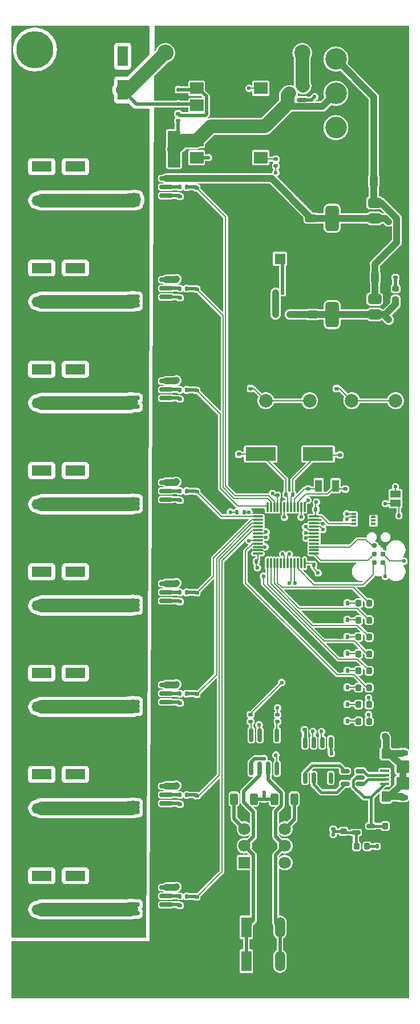
<source format=gbr>
%TF.GenerationSoftware,KiCad,Pcbnew,8.0.8+1*%
%TF.CreationDate,2025-02-28T15:38:28+00:00*%
%TF.ProjectId,belegt,62656c65-6774-42e6-9b69-6361645f7063,rev?*%
%TF.SameCoordinates,Original*%
%TF.FileFunction,Copper,L1,Top*%
%TF.FilePolarity,Positive*%
%FSLAX46Y46*%
G04 Gerber Fmt 4.6, Leading zero omitted, Abs format (unit mm)*
G04 Created by KiCad (PCBNEW 8.0.8+1) date 2025-02-28 15:38:28*
%MOMM*%
%LPD*%
G01*
G04 APERTURE LIST*
G04 Aperture macros list*
%AMRoundRect*
0 Rectangle with rounded corners*
0 $1 Rounding radius*
0 $2 $3 $4 $5 $6 $7 $8 $9 X,Y pos of 4 corners*
0 Add a 4 corners polygon primitive as box body*
4,1,4,$2,$3,$4,$5,$6,$7,$8,$9,$2,$3,0*
0 Add four circle primitives for the rounded corners*
1,1,$1+$1,$2,$3*
1,1,$1+$1,$4,$5*
1,1,$1+$1,$6,$7*
1,1,$1+$1,$8,$9*
0 Add four rect primitives between the rounded corners*
20,1,$1+$1,$2,$3,$4,$5,0*
20,1,$1+$1,$4,$5,$6,$7,0*
20,1,$1+$1,$6,$7,$8,$9,0*
20,1,$1+$1,$8,$9,$2,$3,0*%
G04 Aperture macros list end*
%TA.AperFunction,SMDPad,CuDef*%
%ADD10RoundRect,0.140000X-0.140000X-0.170000X0.140000X-0.170000X0.140000X0.170000X-0.140000X0.170000X0*%
%TD*%
%TA.AperFunction,SMDPad,CuDef*%
%ADD11RoundRect,0.140000X0.170000X-0.140000X0.170000X0.140000X-0.170000X0.140000X-0.170000X-0.140000X0*%
%TD*%
%TA.AperFunction,SMDPad,CuDef*%
%ADD12RoundRect,0.150000X-0.825000X-0.150000X0.825000X-0.150000X0.825000X0.150000X-0.825000X0.150000X0*%
%TD*%
%TA.AperFunction,ComponentPad*%
%ADD13R,3.000000X1.500000*%
%TD*%
%TA.AperFunction,ComponentPad*%
%ADD14O,3.000000X1.500000*%
%TD*%
%TA.AperFunction,ComponentPad*%
%ADD15C,2.000000*%
%TD*%
%TA.AperFunction,SMDPad,CuDef*%
%ADD16RoundRect,0.135000X0.135000X0.185000X-0.135000X0.185000X-0.135000X-0.185000X0.135000X-0.185000X0*%
%TD*%
%TA.AperFunction,SMDPad,CuDef*%
%ADD17RoundRect,0.150000X0.150000X-0.675000X0.150000X0.675000X-0.150000X0.675000X-0.150000X-0.675000X0*%
%TD*%
%TA.AperFunction,SMDPad,CuDef*%
%ADD18RoundRect,0.112500X-0.187500X-0.112500X0.187500X-0.112500X0.187500X0.112500X-0.187500X0.112500X0*%
%TD*%
%TA.AperFunction,ComponentPad*%
%ADD19C,5.500000*%
%TD*%
%TA.AperFunction,SMDPad,CuDef*%
%ADD20RoundRect,0.135000X-0.135000X-0.185000X0.135000X-0.185000X0.135000X0.185000X-0.135000X0.185000X0*%
%TD*%
%TA.AperFunction,ConnectorPad*%
%ADD21C,0.787400*%
%TD*%
%TA.AperFunction,SMDPad,CuDef*%
%ADD22RoundRect,0.218750X-0.256250X0.218750X-0.256250X-0.218750X0.256250X-0.218750X0.256250X0.218750X0*%
%TD*%
%TA.AperFunction,SMDPad,CuDef*%
%ADD23R,1.000000X1.800000*%
%TD*%
%TA.AperFunction,SMDPad,CuDef*%
%ADD24RoundRect,0.140000X-0.170000X0.140000X-0.170000X-0.140000X0.170000X-0.140000X0.170000X0.140000X0*%
%TD*%
%TA.AperFunction,SMDPad,CuDef*%
%ADD25RoundRect,0.218750X-0.218750X-0.256250X0.218750X-0.256250X0.218750X0.256250X-0.218750X0.256250X0*%
%TD*%
%TA.AperFunction,SMDPad,CuDef*%
%ADD26RoundRect,0.250000X0.650000X-0.325000X0.650000X0.325000X-0.650000X0.325000X-0.650000X-0.325000X0*%
%TD*%
%TA.AperFunction,SMDPad,CuDef*%
%ADD27RoundRect,0.112500X-0.112500X0.187500X-0.112500X-0.187500X0.112500X-0.187500X0.112500X0.187500X0*%
%TD*%
%TA.AperFunction,SMDPad,CuDef*%
%ADD28RoundRect,0.250000X-0.712500X-2.475000X0.712500X-2.475000X0.712500X2.475000X-0.712500X2.475000X0*%
%TD*%
%TA.AperFunction,SMDPad,CuDef*%
%ADD29RoundRect,0.150000X0.587500X0.150000X-0.587500X0.150000X-0.587500X-0.150000X0.587500X-0.150000X0*%
%TD*%
%TA.AperFunction,SMDPad,CuDef*%
%ADD30RoundRect,0.250000X0.325000X0.650000X-0.325000X0.650000X-0.325000X-0.650000X0.325000X-0.650000X0*%
%TD*%
%TA.AperFunction,ComponentPad*%
%ADD31R,1.500000X3.000000*%
%TD*%
%TA.AperFunction,ComponentPad*%
%ADD32O,1.500000X3.000000*%
%TD*%
%TA.AperFunction,SMDPad,CuDef*%
%ADD33R,2.000000X1.780000*%
%TD*%
%TA.AperFunction,SMDPad,CuDef*%
%ADD34RoundRect,0.150000X-0.512500X-0.150000X0.512500X-0.150000X0.512500X0.150000X-0.512500X0.150000X0*%
%TD*%
%TA.AperFunction,SMDPad,CuDef*%
%ADD35RoundRect,0.150000X-0.150000X0.825000X-0.150000X-0.825000X0.150000X-0.825000X0.150000X0.825000X0*%
%TD*%
%TA.AperFunction,SMDPad,CuDef*%
%ADD36RoundRect,0.075000X-0.075000X0.662500X-0.075000X-0.662500X0.075000X-0.662500X0.075000X0.662500X0*%
%TD*%
%TA.AperFunction,SMDPad,CuDef*%
%ADD37RoundRect,0.075000X-0.662500X0.075000X-0.662500X-0.075000X0.662500X-0.075000X0.662500X0.075000X0*%
%TD*%
%TA.AperFunction,SMDPad,CuDef*%
%ADD38RoundRect,0.140000X0.140000X0.170000X-0.140000X0.170000X-0.140000X-0.170000X0.140000X-0.170000X0*%
%TD*%
%TA.AperFunction,SMDPad,CuDef*%
%ADD39RoundRect,0.135000X0.185000X-0.135000X0.185000X0.135000X-0.185000X0.135000X-0.185000X-0.135000X0*%
%TD*%
%TA.AperFunction,SMDPad,CuDef*%
%ADD40RoundRect,0.250000X0.312500X0.625000X-0.312500X0.625000X-0.312500X-0.625000X0.312500X-0.625000X0*%
%TD*%
%TA.AperFunction,ComponentPad*%
%ADD41R,1.600000X1.600000*%
%TD*%
%TA.AperFunction,ComponentPad*%
%ADD42C,1.600000*%
%TD*%
%TA.AperFunction,SMDPad,CuDef*%
%ADD43RoundRect,0.100000X0.575000X-0.100000X0.575000X0.100000X-0.575000X0.100000X-0.575000X-0.100000X0*%
%TD*%
%TA.AperFunction,HeatsinkPad*%
%ADD44O,1.600000X0.900000*%
%TD*%
%TA.AperFunction,SMDPad,CuDef*%
%ADD45RoundRect,0.250000X0.450000X-0.550000X0.450000X0.550000X-0.450000X0.550000X-0.450000X-0.550000X0*%
%TD*%
%TA.AperFunction,SMDPad,CuDef*%
%ADD46RoundRect,0.250000X0.700000X-0.700000X0.700000X0.700000X-0.700000X0.700000X-0.700000X-0.700000X0*%
%TD*%
%TA.AperFunction,SMDPad,CuDef*%
%ADD47RoundRect,0.375000X0.625000X0.375000X-0.625000X0.375000X-0.625000X-0.375000X0.625000X-0.375000X0*%
%TD*%
%TA.AperFunction,SMDPad,CuDef*%
%ADD48RoundRect,0.500000X0.500000X1.400000X-0.500000X1.400000X-0.500000X-1.400000X0.500000X-1.400000X0*%
%TD*%
%TA.AperFunction,SMDPad,CuDef*%
%ADD49RoundRect,0.225000X-0.225000X-0.250000X0.225000X-0.250000X0.225000X0.250000X-0.225000X0.250000X0*%
%TD*%
%TA.AperFunction,SMDPad,CuDef*%
%ADD50RoundRect,0.135000X-0.185000X0.135000X-0.185000X-0.135000X0.185000X-0.135000X0.185000X0.135000X0*%
%TD*%
%TA.AperFunction,SMDPad,CuDef*%
%ADD51R,4.500000X2.000000*%
%TD*%
%TA.AperFunction,ComponentPad*%
%ADD52R,3.200000X3.200000*%
%TD*%
%TA.AperFunction,ComponentPad*%
%ADD53C,3.200000*%
%TD*%
%TA.AperFunction,SMDPad,CuDef*%
%ADD54RoundRect,0.218750X0.218750X0.256250X-0.218750X0.256250X-0.218750X-0.256250X0.218750X-0.256250X0*%
%TD*%
%TA.AperFunction,ComponentPad*%
%ADD55C,2.400000*%
%TD*%
%TA.AperFunction,ComponentPad*%
%ADD56O,2.400000X2.400000*%
%TD*%
%TA.AperFunction,SMDPad,CuDef*%
%ADD57RoundRect,0.225000X0.250000X-0.225000X0.250000X0.225000X-0.250000X0.225000X-0.250000X-0.225000X0*%
%TD*%
%TA.AperFunction,SMDPad,CuDef*%
%ADD58R,0.750000X0.300000*%
%TD*%
%TA.AperFunction,SMDPad,CuDef*%
%ADD59R,1.300000X1.500000*%
%TD*%
%TA.AperFunction,SMDPad,CuDef*%
%ADD60R,1.500000X1.000000*%
%TD*%
%TA.AperFunction,SMDPad,CuDef*%
%ADD61RoundRect,0.250000X-0.325000X-0.650000X0.325000X-0.650000X0.325000X0.650000X-0.325000X0.650000X0*%
%TD*%
%TA.AperFunction,ComponentPad*%
%ADD62R,1.800000X1.800000*%
%TD*%
%TA.AperFunction,ComponentPad*%
%ADD63C,1.800000*%
%TD*%
%TA.AperFunction,ViaPad*%
%ADD64C,0.600000*%
%TD*%
%TA.AperFunction,Conductor*%
%ADD65C,1.000000*%
%TD*%
%TA.AperFunction,Conductor*%
%ADD66C,0.200000*%
%TD*%
%TA.AperFunction,Conductor*%
%ADD67C,0.500000*%
%TD*%
%TA.AperFunction,Conductor*%
%ADD68C,0.400000*%
%TD*%
%TA.AperFunction,Conductor*%
%ADD69C,2.000000*%
%TD*%
G04 APERTURE END LIST*
D10*
%TO.P,C105,1*%
%TO.N,+3V3*%
X125670000Y-102112500D03*
%TO.P,C105,2*%
%TO.N,GND*%
X126630000Y-102112500D03*
%TD*%
D11*
%TO.P,C304,1*%
%TO.N,Net-(U302-V3)*%
X124000000Y-134730000D03*
%TO.P,C304,2*%
%TO.N,GND*%
X124000000Y-133770000D03*
%TD*%
D12*
%TO.P,U208,1,IP+*%
%TO.N,+VSW*%
X98525000Y-158095000D03*
%TO.P,U208,2,IP+*%
X98525000Y-159365000D03*
%TO.P,U208,3,IP-*%
%TO.N,Net-(J208-Pin_2)*%
X98525000Y-160635000D03*
%TO.P,U208,4,IP-*%
X98525000Y-161905000D03*
%TO.P,U208,5,GND*%
%TO.N,GND*%
X103475000Y-161905000D03*
%TO.P,U208,6,FILTER*%
%TO.N,Net-(U208-FILTER)*%
X103475000Y-160635000D03*
%TO.P,U208,7,VIOUT*%
%TO.N,Net-(U208-VIOUT)*%
X103475000Y-159365000D03*
%TO.P,U208,8,VCC*%
%TO.N,+5V*%
X103475000Y-158095000D03*
%TD*%
D13*
%TO.P,J202,1,Pin_1*%
%TO.N,-VSW*%
X90000000Y-66350000D03*
X85000000Y-66350000D03*
D14*
%TO.P,J202,2,Pin_2*%
%TO.N,Net-(J202-Pin_2)*%
X90000000Y-71350000D03*
X85000000Y-71350000D03*
%TD*%
D13*
%TO.P,J207,1,Pin_1*%
%TO.N,-VSW*%
X90000000Y-141350000D03*
X85000000Y-141350000D03*
D14*
%TO.P,J207,2,Pin_2*%
%TO.N,Net-(J207-Pin_2)*%
X90000000Y-146350000D03*
X85000000Y-146350000D03*
%TD*%
D10*
%TO.P,C106,1*%
%TO.N,+3V3*%
X125370000Y-110312500D03*
%TO.P,C106,2*%
%TO.N,GND*%
X126330000Y-110312500D03*
%TD*%
D15*
%TO.P,SW103,1,1*%
%TO.N,GND*%
X131000000Y-81500000D03*
X137500000Y-81500000D03*
%TO.P,SW103,2,2*%
%TO.N,/BTN*%
X131000000Y-86000000D03*
X137500000Y-86000000D03*
%TD*%
D16*
%TO.P,R402,1*%
%TO.N,Net-(D402-K)*%
X130335000Y-130955000D03*
%TO.P,R402,2*%
%TO.N,GND*%
X129315000Y-130955000D03*
%TD*%
D15*
%TO.P,SW102,1,1*%
%TO.N,GND*%
X118250000Y-81500000D03*
X124750000Y-81500000D03*
%TO.P,SW102,2,2*%
%TO.N,/~{RST}*%
X118250000Y-86000000D03*
X124750000Y-86000000D03*
%TD*%
D17*
%TO.P,U302,1,UD+*%
%TO.N,Net-(U302-UD+)*%
X124095000Y-141875000D03*
%TO.P,U302,2,UD-*%
%TO.N,Net-(U302-UD-)*%
X125365000Y-141875000D03*
%TO.P,U302,3,GND*%
%TO.N,GND*%
X126635000Y-141875000D03*
%TO.P,U302,4,~{RTS}*%
%TO.N,unconnected-(U302-~{RTS}-Pad4)*%
X127905000Y-141875000D03*
%TO.P,U302,5,VCC*%
%TO.N,Net-(D301-A)*%
X127905000Y-136625000D03*
%TO.P,U302,6,TXD*%
%TO.N,/Serial/TXD*%
X126635000Y-136625000D03*
%TO.P,U302,7,RXD*%
%TO.N,/Serial/RXD*%
X125365000Y-136625000D03*
%TO.P,U302,8,V3*%
%TO.N,Net-(U302-V3)*%
X124095000Y-136625000D03*
%TD*%
D18*
%TO.P,D104,1,K*%
%TO.N,Net-(D104-K)*%
X119700000Y-73250000D03*
%TO.P,D104,2,A*%
%TO.N,+3V3*%
X121800000Y-73250000D03*
%TD*%
D19*
%TO.P,H103,1,1*%
%TO.N,GND*%
X136000000Y-34000000D03*
%TD*%
D20*
%TO.P,R201,1*%
%TO.N,Net-(U201-VIOUT)*%
X105490000Y-54400000D03*
%TO.P,R201,2*%
%TO.N,/SENSE0*%
X106510000Y-54400000D03*
%TD*%
D21*
%TO.P,J102,1,VCC*%
%TO.N,+3V3*%
X135635000Y-110020000D03*
%TO.P,J102,2,SWDIO*%
%TO.N,/SWDIO*%
X134365000Y-110020000D03*
%TO.P,J102,3,~{RESET}*%
%TO.N,/~{RST}*%
X135635000Y-108750000D03*
%TO.P,J102,4,SWCLK*%
%TO.N,/SWCLK*%
X134365000Y-108750000D03*
%TO.P,J102,5,GND*%
%TO.N,GND*%
X135635000Y-107480000D03*
%TO.P,J102,6,SWO*%
%TO.N,/SWO*%
X134365000Y-107480000D03*
%TD*%
D20*
%TO.P,R215,1*%
%TO.N,Net-(U208-VIOUT)*%
X105490000Y-159400000D03*
%TO.P,R215,2*%
%TO.N,/SENSE7*%
X106510000Y-159400000D03*
%TD*%
D12*
%TO.P,U203,1,IP+*%
%TO.N,+VSW*%
X98525000Y-83095000D03*
%TO.P,U203,2,IP+*%
X98525000Y-84365000D03*
%TO.P,U203,3,IP-*%
%TO.N,Net-(J203-Pin_2)*%
X98525000Y-85635000D03*
%TO.P,U203,4,IP-*%
X98525000Y-86905000D03*
%TO.P,U203,5,GND*%
%TO.N,GND*%
X103475000Y-86905000D03*
%TO.P,U203,6,FILTER*%
%TO.N,Net-(U203-FILTER)*%
X103475000Y-85635000D03*
%TO.P,U203,7,VIOUT*%
%TO.N,Net-(U203-VIOUT)*%
X103475000Y-84365000D03*
%TO.P,U203,8,VCC*%
%TO.N,+5V*%
X103475000Y-83095000D03*
%TD*%
D13*
%TO.P,J208,1,Pin_1*%
%TO.N,-VSW*%
X90000000Y-156350000D03*
X85000000Y-156350000D03*
D14*
%TO.P,J208,2,Pin_2*%
%TO.N,Net-(J208-Pin_2)*%
X90000000Y-161350000D03*
X85000000Y-161350000D03*
%TD*%
D22*
%TO.P,D101,1,K*%
%TO.N,Net-(D101-K)*%
X137500000Y-69425000D03*
%TO.P,D101,2,A*%
%TO.N,+3V3*%
X137500000Y-71000000D03*
%TD*%
D23*
%TO.P,Y102,1,1*%
%TO.N,Net-(U104-PC15)*%
X126100000Y-98612500D03*
%TO.P,Y102,2,2*%
%TO.N,Net-(U104-PC14)*%
X128600000Y-98612500D03*
%TD*%
D24*
%TO.P,C206,1*%
%TO.N,Net-(U206-FILTER)*%
X105500000Y-130770000D03*
%TO.P,C206,2*%
%TO.N,GND*%
X105500000Y-131730000D03*
%TD*%
D16*
%TO.P,R401,1*%
%TO.N,Net-(D401-K)*%
X130335000Y-133455000D03*
%TO.P,R401,2*%
%TO.N,GND*%
X129315000Y-133455000D03*
%TD*%
D25*
%TO.P,D402,1,K*%
%TO.N,Net-(D402-K)*%
X132000000Y-131000000D03*
%TO.P,D402,2,A*%
%TO.N,/LED/LED2*%
X133575000Y-131000000D03*
%TD*%
D26*
%TO.P,C211,1*%
%TO.N,+5V*%
X125000000Y-58975000D03*
%TO.P,C211,2*%
%TO.N,GND*%
X125000000Y-56025000D03*
%TD*%
D16*
%TO.P,R408,1*%
%TO.N,Net-(D408-K)*%
X130335000Y-115955000D03*
%TO.P,R408,2*%
%TO.N,GND*%
X129315000Y-115955000D03*
%TD*%
D24*
%TO.P,C202,1*%
%TO.N,Net-(U202-FILTER)*%
X105500000Y-70770000D03*
%TO.P,C202,2*%
%TO.N,GND*%
X105500000Y-71730000D03*
%TD*%
D11*
%TO.P,C303,1*%
%TO.N,Net-(D301-A)*%
X128250000Y-149460000D03*
%TO.P,C303,2*%
%TO.N,GND*%
X128250000Y-148500000D03*
%TD*%
D24*
%TO.P,C203,1*%
%TO.N,Net-(U203-FILTER)*%
X105500000Y-85770000D03*
%TO.P,C203,2*%
%TO.N,GND*%
X105500000Y-86730000D03*
%TD*%
D10*
%TO.P,C210,1*%
%TO.N,+15V*%
X134520000Y-51500000D03*
%TO.P,C210,2*%
%TO.N,GND*%
X135480000Y-51500000D03*
%TD*%
D27*
%TO.P,D103,1,K*%
%TO.N,Net-(D103-K)*%
X105250000Y-39950000D03*
%TO.P,D103,2,A*%
%TO.N,-VSW*%
X105250000Y-42050000D03*
%TD*%
D28*
%TO.P,F101,1*%
%TO.N,+VSW*%
X97862500Y-48750000D03*
%TO.P,F101,2*%
%TO.N,Net-(Q101-C)*%
X104637500Y-48750000D03*
%TD*%
D29*
%TO.P,Q101,1,B*%
%TO.N,Net-(Q101-B)*%
X123625000Y-41450000D03*
%TO.P,Q101,2,E*%
%TO.N,Net-(Q101-E)*%
X123625000Y-39550000D03*
%TO.P,Q101,3,C*%
%TO.N,Net-(Q101-C)*%
X121750000Y-40500000D03*
%TD*%
D30*
%TO.P,C101,1*%
%TO.N,+15V*%
X134475000Y-67750000D03*
%TO.P,C101,2*%
%TO.N,GND*%
X131525000Y-67750000D03*
%TD*%
D31*
%TO.P,J103,1,Pin_1*%
%TO.N,Net-(J103-Pin_1)*%
X115350000Y-164000000D03*
X115350000Y-169000000D03*
D32*
%TO.P,J103,2,Pin_2*%
%TO.N,Net-(J103-Pin_2)*%
X120350000Y-164000000D03*
X120350000Y-169000000D03*
%TD*%
D25*
%TO.P,D406,1,K*%
%TO.N,Net-(D406-K)*%
X132000000Y-121000000D03*
%TO.P,D406,2,A*%
%TO.N,/LED/LED6*%
X133575000Y-121000000D03*
%TD*%
D33*
%TO.P,U102,1*%
%TO.N,Net-(D103-K)*%
X107985000Y-39730000D03*
%TO.P,U102,2*%
%TO.N,-VSW*%
X107985000Y-42270000D03*
%TO.P,U102,3*%
%TO.N,GND*%
X117515000Y-42270000D03*
%TO.P,U102,4*%
%TO.N,/PROBE*%
X117515000Y-39730000D03*
%TD*%
D20*
%TO.P,R202,1*%
%TO.N,Net-(U202-VIOUT)*%
X105490000Y-69400000D03*
%TO.P,R202,2*%
%TO.N,/SENSE1*%
X106510000Y-69400000D03*
%TD*%
D12*
%TO.P,U202,1,IP+*%
%TO.N,+VSW*%
X98525000Y-68095000D03*
%TO.P,U202,2,IP+*%
X98525000Y-69365000D03*
%TO.P,U202,3,IP-*%
%TO.N,Net-(J202-Pin_2)*%
X98525000Y-70635000D03*
%TO.P,U202,4,IP-*%
X98525000Y-71905000D03*
%TO.P,U202,5,GND*%
%TO.N,GND*%
X103475000Y-71905000D03*
%TO.P,U202,6,FILTER*%
%TO.N,Net-(U202-FILTER)*%
X103475000Y-70635000D03*
%TO.P,U202,7,VIOUT*%
%TO.N,Net-(U202-VIOUT)*%
X103475000Y-69365000D03*
%TO.P,U202,8,VCC*%
%TO.N,+5V*%
X103475000Y-68095000D03*
%TD*%
D16*
%TO.P,R405,1*%
%TO.N,Net-(D405-K)*%
X130335000Y-123455000D03*
%TO.P,R405,2*%
%TO.N,GND*%
X129315000Y-123455000D03*
%TD*%
D24*
%TO.P,C208,1*%
%TO.N,Net-(U208-FILTER)*%
X105500000Y-160770000D03*
%TO.P,C208,2*%
%TO.N,GND*%
X105500000Y-161730000D03*
%TD*%
D20*
%TO.P,R203,1*%
%TO.N,Net-(U203-VIOUT)*%
X105490000Y-84400000D03*
%TO.P,R203,2*%
%TO.N,/SENSE2*%
X106510000Y-84400000D03*
%TD*%
D34*
%TO.P,U301,1,GND*%
%TO.N,GND*%
X131612500Y-148050000D03*
%TO.P,U301,2,VO*%
%TO.N,Net-(D301-A)*%
X131612500Y-149950000D03*
%TO.P,U301,3,VI*%
%TO.N,Net-(J301-VBUS)*%
X133887500Y-149000000D03*
%TD*%
D16*
%TO.P,R301,1*%
%TO.N,GND*%
X135760000Y-152000000D03*
%TO.P,R301,2*%
%TO.N,Net-(D301-K)*%
X134740000Y-152000000D03*
%TD*%
D12*
%TO.P,U205,1,IP+*%
%TO.N,+VSW*%
X98525000Y-113095000D03*
%TO.P,U205,2,IP+*%
X98525000Y-114365000D03*
%TO.P,U205,3,IP-*%
%TO.N,Net-(J205-Pin_2)*%
X98525000Y-115635000D03*
%TO.P,U205,4,IP-*%
X98525000Y-116905000D03*
%TO.P,U205,5,GND*%
%TO.N,GND*%
X103475000Y-116905000D03*
%TO.P,U205,6,FILTER*%
%TO.N,Net-(U205-FILTER)*%
X103475000Y-115635000D03*
%TO.P,U205,7,VIOUT*%
%TO.N,Net-(U205-VIOUT)*%
X103475000Y-114365000D03*
%TO.P,U205,8,VCC*%
%TO.N,+5V*%
X103475000Y-113095000D03*
%TD*%
D35*
%TO.P,U105,1,TXD*%
%TO.N,Net-(U105-TXD)*%
X119905000Y-135525000D03*
%TO.P,U105,2,GND*%
%TO.N,GND*%
X118635000Y-135525000D03*
%TO.P,U105,3,VCC*%
%TO.N,+3V3*%
X117365000Y-135525000D03*
%TO.P,U105,4,RXD*%
%TO.N,Net-(U105-RXD)*%
X116095000Y-135525000D03*
%TO.P,U105,5,SPLIT*%
%TO.N,Net-(U105-SPLIT)*%
X116095000Y-140475000D03*
%TO.P,U105,6,CANL*%
%TO.N,Net-(J103-Pin_1)*%
X117365000Y-140475000D03*
%TO.P,U105,7,CANH*%
%TO.N,Net-(J103-Pin_2)*%
X118635000Y-140475000D03*
%TO.P,U105,8,STB*%
%TO.N,/STB*%
X119905000Y-140475000D03*
%TD*%
D19*
%TO.P,H101,1,1*%
%TO.N,GND*%
X84000000Y-34000000D03*
%TD*%
D36*
%TO.P,U104,1,VBAT*%
%TO.N,+BATT*%
X124000000Y-101750000D03*
%TO.P,U104,2,PC13*%
%TO.N,/BTN*%
X123500000Y-101750000D03*
%TO.P,U104,3,PC14*%
%TO.N,Net-(U104-PC14)*%
X123000000Y-101750000D03*
%TO.P,U104,4,PC15*%
%TO.N,Net-(U104-PC15)*%
X122500000Y-101750000D03*
%TO.P,U104,5,PD0*%
%TO.N,Net-(U104-PD0)*%
X122000000Y-101750000D03*
%TO.P,U104,6,PD1*%
%TO.N,Net-(U104-PD1)*%
X121500000Y-101750000D03*
%TO.P,U104,7,NRST*%
%TO.N,/~{RST}*%
X121000000Y-101750000D03*
%TO.P,U104,8,VSSA*%
%TO.N,GND*%
X120500000Y-101750000D03*
%TO.P,U104,9,VDDA*%
%TO.N,+3V3*%
X120000000Y-101750000D03*
%TO.P,U104,10,PA0*%
%TO.N,/SENSE0*%
X119500000Y-101750000D03*
%TO.P,U104,11,PA1*%
%TO.N,/SENSE1*%
X119000000Y-101750000D03*
%TO.P,U104,12,PA2*%
%TO.N,/SENSE2*%
X118500000Y-101750000D03*
D37*
%TO.P,U104,13,PA3*%
%TO.N,/SENSE3*%
X117087500Y-103162500D03*
%TO.P,U104,14,PA4*%
%TO.N,/SENSE4*%
X117087500Y-103662500D03*
%TO.P,U104,15,PA5*%
%TO.N,/SENSE5*%
X117087500Y-104162500D03*
%TO.P,U104,16,PA6*%
%TO.N,/SENSE6*%
X117087500Y-104662500D03*
%TO.P,U104,17,PA7*%
%TO.N,/SENSE7*%
X117087500Y-105162500D03*
%TO.P,U104,18,PB0*%
%TO.N,/PROBE*%
X117087500Y-105662500D03*
%TO.P,U104,19,PB1*%
%TO.N,/ACK*%
X117087500Y-106162500D03*
%TO.P,U104,20,PB2*%
%TO.N,/STB*%
X117087500Y-106662500D03*
%TO.P,U104,21,PB10*%
%TO.N,/LED/LED3*%
X117087500Y-107162500D03*
%TO.P,U104,22,PB11*%
%TO.N,/LED/LED4*%
X117087500Y-107662500D03*
%TO.P,U104,23,VSS*%
%TO.N,GND*%
X117087500Y-108162500D03*
%TO.P,U104,24,VDD*%
%TO.N,+3V3*%
X117087500Y-108662500D03*
D36*
%TO.P,U104,25,PB12*%
%TO.N,/LED/LED5*%
X118500000Y-110075000D03*
%TO.P,U104,26,PB13*%
%TO.N,/LED/LED6*%
X119000000Y-110075000D03*
%TO.P,U104,27,PB14*%
%TO.N,/LED/LED7*%
X119500000Y-110075000D03*
%TO.P,U104,28,PB15*%
%TO.N,/LED/LED8*%
X120000000Y-110075000D03*
%TO.P,U104,29,PA8*%
%TO.N,unconnected-(U104-PA8-Pad29)*%
X120500000Y-110075000D03*
%TO.P,U104,30,PA9*%
%TO.N,/Serial/RXD*%
X121000000Y-110075000D03*
%TO.P,U104,31,PA10*%
%TO.N,/Serial/TXD*%
X121500000Y-110075000D03*
%TO.P,U104,32,PA11*%
%TO.N,/CAN_TX*%
X122000000Y-110075000D03*
%TO.P,U104,33,PA12*%
%TO.N,/CAN_RX*%
X122500000Y-110075000D03*
%TO.P,U104,34,PA13*%
%TO.N,/SWDIO*%
X123000000Y-110075000D03*
%TO.P,U104,35,VSS*%
%TO.N,GND*%
X123500000Y-110075000D03*
%TO.P,U104,36,VDD*%
%TO.N,+3V3*%
X124000000Y-110075000D03*
D37*
%TO.P,U104,37,PA14*%
%TO.N,/SWCLK*%
X125412500Y-108662500D03*
%TO.P,U104,38,PA15*%
%TO.N,unconnected-(U104-PA15-Pad38)*%
X125412500Y-108162500D03*
%TO.P,U104,39,PB3*%
%TO.N,/SWO*%
X125412500Y-107662500D03*
%TO.P,U104,40,PB4*%
%TO.N,unconnected-(U104-PB4-Pad40)*%
X125412500Y-107162500D03*
%TO.P,U104,41,PB5*%
%TO.N,unconnected-(U104-PB5-Pad41)*%
X125412500Y-106662500D03*
%TO.P,U104,42,PB6*%
%TO.N,/SCL*%
X125412500Y-106162500D03*
%TO.P,U104,43,PB7*%
%TO.N,/SDA*%
X125412500Y-105662500D03*
%TO.P,U104,44,BOOT0*%
%TO.N,/BOOT0*%
X125412500Y-105162500D03*
%TO.P,U104,45,PB8*%
%TO.N,/LED/LED1*%
X125412500Y-104662500D03*
%TO.P,U104,46,PB9*%
%TO.N,/LED/LED2*%
X125412500Y-104162500D03*
%TO.P,U104,47,VSS*%
%TO.N,GND*%
X125412500Y-103662500D03*
%TO.P,U104,48,VDD*%
%TO.N,+3V3*%
X125412500Y-103162500D03*
%TD*%
D38*
%TO.P,C108,1*%
%TO.N,+3V3*%
X116830000Y-109812500D03*
%TO.P,C108,2*%
%TO.N,GND*%
X115870000Y-109812500D03*
%TD*%
D25*
%TO.P,D403,1,K*%
%TO.N,Net-(D403-K)*%
X132000000Y-128500000D03*
%TO.P,D403,2,A*%
%TO.N,/LED/LED3*%
X133575000Y-128500000D03*
%TD*%
D39*
%TO.P,R214,1*%
%TO.N,GND*%
X108000000Y-145510000D03*
%TO.P,R214,2*%
%TO.N,/SENSE6*%
X108000000Y-144490000D03*
%TD*%
D16*
%TO.P,R403,1*%
%TO.N,Net-(D403-K)*%
X130335000Y-128455000D03*
%TO.P,R403,2*%
%TO.N,GND*%
X129315000Y-128455000D03*
%TD*%
D40*
%TO.P,R110,1*%
%TO.N,Net-(R110-Pad1)*%
X122462500Y-145000000D03*
%TO.P,R110,2*%
%TO.N,Net-(U105-SPLIT)*%
X119537500Y-145000000D03*
%TD*%
D39*
%TO.P,R106,1*%
%TO.N,/ACK*%
X119750000Y-51260000D03*
%TO.P,R106,2*%
%TO.N,Net-(R106-Pad2)*%
X119750000Y-50240000D03*
%TD*%
D40*
%TO.P,R112,1*%
%TO.N,Net-(U105-SPLIT)*%
X116462500Y-145000000D03*
%TO.P,R112,2*%
%TO.N,Net-(R112-Pad2)*%
X113537500Y-145000000D03*
%TD*%
D39*
%TO.P,R210,1*%
%TO.N,GND*%
X108000000Y-100510000D03*
%TO.P,R210,2*%
%TO.N,/SENSE3*%
X108000000Y-99490000D03*
%TD*%
D25*
%TO.P,D404,1,K*%
%TO.N,Net-(D404-K)*%
X132000000Y-126000000D03*
%TO.P,D404,2,A*%
%TO.N,/LED/LED4*%
X133575000Y-126000000D03*
%TD*%
D16*
%TO.P,R107,1*%
%TO.N,Net-(U104-PD0)*%
X122270000Y-99912500D03*
%TO.P,R107,2*%
%TO.N,Net-(U104-PD1)*%
X121250000Y-99912500D03*
%TD*%
%TO.P,R404,1*%
%TO.N,Net-(D404-K)*%
X130335000Y-125955000D03*
%TO.P,R404,2*%
%TO.N,GND*%
X129315000Y-125955000D03*
%TD*%
D11*
%TO.P,C109,1*%
%TO.N,GND*%
X129250000Y-94992500D03*
%TO.P,C109,2*%
%TO.N,Net-(U104-PD0)*%
X129250000Y-94032500D03*
%TD*%
D25*
%TO.P,D407,1,K*%
%TO.N,Net-(D407-K)*%
X132000000Y-118500000D03*
%TO.P,D407,2,A*%
%TO.N,/LED/LED7*%
X133575000Y-118500000D03*
%TD*%
D13*
%TO.P,J206,1,Pin_1*%
%TO.N,-VSW*%
X90000000Y-126350000D03*
X85000000Y-126350000D03*
D14*
%TO.P,J206,2,Pin_2*%
%TO.N,Net-(J206-Pin_2)*%
X90000000Y-131350000D03*
X85000000Y-131350000D03*
%TD*%
D11*
%TO.P,C117,1*%
%TO.N,/BTN*%
X128750000Y-84210000D03*
%TO.P,C117,2*%
%TO.N,GND*%
X128750000Y-83250000D03*
%TD*%
D39*
%TO.P,R205,1*%
%TO.N,GND*%
X108000000Y-70510000D03*
%TO.P,R205,2*%
%TO.N,/SENSE1*%
X108000000Y-69490000D03*
%TD*%
D16*
%TO.P,R104,1*%
%TO.N,/PROBE*%
X115010000Y-102500000D03*
%TO.P,R104,2*%
%TO.N,+3V3*%
X113990000Y-102500000D03*
%TD*%
D13*
%TO.P,J205,1,Pin_1*%
%TO.N,-VSW*%
X90000000Y-111350000D03*
X85000000Y-111350000D03*
D14*
%TO.P,J205,2,Pin_2*%
%TO.N,Net-(J205-Pin_2)*%
X90000000Y-116350000D03*
X85000000Y-116350000D03*
%TD*%
D11*
%TO.P,C113,1*%
%TO.N,GND*%
X114250000Y-94892500D03*
%TO.P,C113,2*%
%TO.N,Net-(U104-PD1)*%
X114250000Y-93932500D03*
%TD*%
D13*
%TO.P,J201,1,Pin_1*%
%TO.N,-VSW*%
X90000000Y-51350000D03*
X85000000Y-51350000D03*
D14*
%TO.P,J201,2,Pin_2*%
%TO.N,Net-(J201-Pin_2)*%
X90000000Y-56350000D03*
X85000000Y-56350000D03*
%TD*%
D13*
%TO.P,J203,1,Pin_1*%
%TO.N,-VSW*%
X90000000Y-81350000D03*
X85000000Y-81350000D03*
D14*
%TO.P,J203,2,Pin_2*%
%TO.N,Net-(J203-Pin_2)*%
X90000000Y-86350000D03*
X85000000Y-86350000D03*
%TD*%
D10*
%TO.P,C110,1*%
%TO.N,Net-(D104-K)*%
X119790000Y-71500000D03*
%TO.P,C110,2*%
%TO.N,GND*%
X120750000Y-71500000D03*
%TD*%
D41*
%TO.P,C111,1*%
%TO.N,+BATT*%
X120347349Y-65000000D03*
D42*
%TO.P,C111,2*%
%TO.N,GND*%
X123847349Y-65000000D03*
%TD*%
D43*
%TO.P,J301,1,VBUS*%
%TO.N,Net-(J301-VBUS)*%
X135875000Y-142750000D03*
%TO.P,J301,2,D-*%
%TO.N,Net-(J301-D-)*%
X135875000Y-142100000D03*
%TO.P,J301,3,D+*%
%TO.N,Net-(J301-D+)*%
X135875000Y-141450000D03*
%TO.P,J301,4,ID*%
%TO.N,unconnected-(J301-ID-Pad4)*%
X135875000Y-140800000D03*
%TO.P,J301,5,GND*%
%TO.N,GND*%
X135875000Y-140150000D03*
D44*
%TO.P,J301,6,Shield*%
%TO.N,Net-(J301-Shield)*%
X138550000Y-144750000D03*
D45*
X136100000Y-144650000D03*
D46*
X138550000Y-142650000D03*
X138550000Y-140250000D03*
D45*
X136100000Y-138250000D03*
D44*
X138550000Y-138150000D03*
%TD*%
D39*
%TO.P,R111,1*%
%TO.N,Net-(U105-RXD)*%
X116000000Y-133510000D03*
%TO.P,R111,2*%
%TO.N,/CAN_RX*%
X116000000Y-132490000D03*
%TD*%
D47*
%TO.P,U209,1,GND*%
%TO.N,GND*%
X134400000Y-61300000D03*
%TO.P,U209,2,VO*%
%TO.N,+5V*%
X134400000Y-59000000D03*
D48*
X128100000Y-59000000D03*
D47*
%TO.P,U209,3,VI*%
%TO.N,+15V*%
X134400000Y-56700000D03*
%TD*%
D39*
%TO.P,R206,1*%
%TO.N,GND*%
X108000000Y-85510000D03*
%TO.P,R206,2*%
%TO.N,/SENSE2*%
X108000000Y-84490000D03*
%TD*%
D12*
%TO.P,U207,1,IP+*%
%TO.N,+VSW*%
X98525000Y-143095000D03*
%TO.P,U207,2,IP+*%
X98525000Y-144365000D03*
%TO.P,U207,3,IP-*%
%TO.N,Net-(J207-Pin_2)*%
X98525000Y-145635000D03*
%TO.P,U207,4,IP-*%
X98525000Y-146905000D03*
%TO.P,U207,5,GND*%
%TO.N,GND*%
X103475000Y-146905000D03*
%TO.P,U207,6,FILTER*%
%TO.N,Net-(U207-FILTER)*%
X103475000Y-145635000D03*
%TO.P,U207,7,VIOUT*%
%TO.N,Net-(U207-VIOUT)*%
X103475000Y-144365000D03*
%TO.P,U207,8,VCC*%
%TO.N,+5V*%
X103475000Y-143095000D03*
%TD*%
D49*
%TO.P,C301,1*%
%TO.N,Net-(J301-VBUS)*%
X135975000Y-149000000D03*
%TO.P,C301,2*%
%TO.N,GND*%
X137525000Y-149000000D03*
%TD*%
D16*
%TO.P,R407,1*%
%TO.N,Net-(D407-K)*%
X130335000Y-118455000D03*
%TO.P,R407,2*%
%TO.N,GND*%
X129315000Y-118455000D03*
%TD*%
D24*
%TO.P,C201,1*%
%TO.N,Net-(U201-FILTER)*%
X105500000Y-55770000D03*
%TO.P,C201,2*%
%TO.N,GND*%
X105500000Y-56730000D03*
%TD*%
D19*
%TO.P,H104,1,1*%
%TO.N,GND*%
X136000000Y-171000000D03*
%TD*%
D50*
%TO.P,R101,1*%
%TO.N,Net-(D103-K)*%
X105250000Y-43490000D03*
%TO.P,R101,2*%
%TO.N,Net-(Q101-C)*%
X105250000Y-44510000D03*
%TD*%
D51*
%TO.P,Y101,1,1*%
%TO.N,Net-(U104-PD1)*%
X117500000Y-93912500D03*
%TO.P,Y101,2,2*%
%TO.N,Net-(U104-PD0)*%
X126000000Y-93912500D03*
%TD*%
D12*
%TO.P,U206,1,IP+*%
%TO.N,+VSW*%
X98525000Y-128095000D03*
%TO.P,U206,2,IP+*%
X98525000Y-129365000D03*
%TO.P,U206,3,IP-*%
%TO.N,Net-(J206-Pin_2)*%
X98525000Y-130635000D03*
%TO.P,U206,4,IP-*%
X98525000Y-131905000D03*
%TO.P,U206,5,GND*%
%TO.N,GND*%
X103475000Y-131905000D03*
%TO.P,U206,6,FILTER*%
%TO.N,Net-(U206-FILTER)*%
X103475000Y-130635000D03*
%TO.P,U206,7,VIOUT*%
%TO.N,Net-(U206-VIOUT)*%
X103475000Y-129365000D03*
%TO.P,U206,8,VCC*%
%TO.N,+5V*%
X103475000Y-128095000D03*
%TD*%
D20*
%TO.P,R105,1*%
%TO.N,Net-(D104-K)*%
X119730000Y-70000000D03*
%TO.P,R105,2*%
%TO.N,+BATT*%
X120750000Y-70000000D03*
%TD*%
D25*
%TO.P,FB301,1*%
%TO.N,Net-(J301-Shield)*%
X135962500Y-135750000D03*
%TO.P,FB301,2*%
%TO.N,GND*%
X137537500Y-135750000D03*
%TD*%
D19*
%TO.P,H102,1,1*%
%TO.N,GND*%
X84000000Y-171000000D03*
%TD*%
D39*
%TO.P,R102,1*%
%TO.N,Net-(D101-K)*%
X137495000Y-67762500D03*
%TO.P,R102,2*%
%TO.N,GND*%
X137495000Y-66742500D03*
%TD*%
D16*
%TO.P,R103,1*%
%TO.N,/BOOT0*%
X138010000Y-103000000D03*
%TO.P,R103,2*%
%TO.N,GND*%
X136990000Y-103000000D03*
%TD*%
D52*
%TO.P,D102,1,+*%
%TO.N,GND*%
X128650000Y-50650000D03*
D53*
%TO.P,D102,2*%
%TO.N,-VSW*%
X128650000Y-45570000D03*
%TO.P,D102,3*%
%TO.N,Net-(Q101-C)*%
X128650000Y-40490000D03*
%TO.P,D102,4,-*%
%TO.N,+15V*%
X128650000Y-35410000D03*
%TD*%
D54*
%TO.P,D301,1,K*%
%TO.N,Net-(D301-K)*%
X133287500Y-152000000D03*
%TO.P,D301,2,A*%
%TO.N,Net-(D301-A)*%
X131712500Y-152000000D03*
%TD*%
D12*
%TO.P,U201,1,IP+*%
%TO.N,+VSW*%
X98525000Y-53095000D03*
%TO.P,U201,2,IP+*%
X98525000Y-54365000D03*
%TO.P,U201,3,IP-*%
%TO.N,Net-(J201-Pin_2)*%
X98525000Y-55635000D03*
%TO.P,U201,4,IP-*%
X98525000Y-56905000D03*
%TO.P,U201,5,GND*%
%TO.N,GND*%
X103475000Y-56905000D03*
%TO.P,U201,6,FILTER*%
%TO.N,Net-(U201-FILTER)*%
X103475000Y-55635000D03*
%TO.P,U201,7,VIOUT*%
%TO.N,Net-(U201-VIOUT)*%
X103475000Y-54365000D03*
%TO.P,U201,8,VCC*%
%TO.N,+5V*%
X103475000Y-53095000D03*
%TD*%
D39*
%TO.P,R212,1*%
%TO.N,GND*%
X108000000Y-130510000D03*
%TO.P,R212,2*%
%TO.N,/SENSE5*%
X108000000Y-129490000D03*
%TD*%
%TO.P,R211,1*%
%TO.N,GND*%
X108000000Y-115510000D03*
%TO.P,R211,2*%
%TO.N,/SENSE4*%
X108000000Y-114490000D03*
%TD*%
D20*
%TO.P,R213,1*%
%TO.N,Net-(U207-VIOUT)*%
X105490000Y-144400000D03*
%TO.P,R213,2*%
%TO.N,/SENSE6*%
X106510000Y-144400000D03*
%TD*%
D55*
%TO.P,R108,1*%
%TO.N,Net-(Q101-E)*%
X123660000Y-34500000D03*
D56*
%TO.P,R108,2*%
%TO.N,-VSW*%
X103340000Y-34500000D03*
%TD*%
D38*
%TO.P,C102,1*%
%TO.N,+15V*%
X134230000Y-65750000D03*
%TO.P,C102,2*%
%TO.N,GND*%
X133270000Y-65750000D03*
%TD*%
D31*
%TO.P,J101,1,Pin_1*%
%TO.N,-VSW*%
X97000000Y-40000000D03*
X97000000Y-35000000D03*
D32*
%TO.P,J101,2,Pin_2*%
%TO.N,+VSW*%
X92000000Y-40000000D03*
X92000000Y-35000000D03*
%TD*%
D57*
%TO.P,C302,1*%
%TO.N,Net-(D301-A)*%
X129750000Y-149775000D03*
%TO.P,C302,2*%
%TO.N,GND*%
X129750000Y-148225000D03*
%TD*%
D11*
%TO.P,C107,1*%
%TO.N,+3V3*%
X119950000Y-99992500D03*
%TO.P,C107,2*%
%TO.N,GND*%
X119950000Y-99032500D03*
%TD*%
D58*
%TO.P,U106,1,NC*%
%TO.N,unconnected-(U106-NC-Pad1)*%
X134200000Y-104250000D03*
%TO.P,U106,2,NC*%
%TO.N,unconnected-(U106-NC-Pad2)*%
X134200000Y-103750000D03*
%TO.P,U106,3,NC*%
%TO.N,unconnected-(U106-NC-Pad3)*%
X134200000Y-103250000D03*
%TO.P,U106,4,GND*%
%TO.N,GND*%
X134200000Y-102750000D03*
%TO.P,U106,5,SDA*%
%TO.N,/SDA*%
X131300000Y-102750000D03*
%TO.P,U106,6,SCL*%
%TO.N,/SCL*%
X131300000Y-103250000D03*
%TO.P,U106,7,NC*%
%TO.N,unconnected-(U106-NC-Pad7)*%
X131300000Y-103750000D03*
%TO.P,U106,8,VCC*%
%TO.N,+3V3*%
X131300000Y-104250000D03*
D59*
%TO.P,U106,9,EP*%
%TO.N,GND*%
X132750000Y-103500000D03*
%TD*%
D13*
%TO.P,J204,1,Pin_1*%
%TO.N,-VSW*%
X90000000Y-96350000D03*
X85000000Y-96350000D03*
D14*
%TO.P,J204,2,Pin_2*%
%TO.N,Net-(J204-Pin_2)*%
X90000000Y-101350000D03*
X85000000Y-101350000D03*
%TD*%
D24*
%TO.P,C212,1*%
%TO.N,+5V*%
X136500000Y-59520000D03*
%TO.P,C212,2*%
%TO.N,GND*%
X136500000Y-60480000D03*
%TD*%
D16*
%TO.P,R406,1*%
%TO.N,Net-(D406-K)*%
X130335000Y-120955000D03*
%TO.P,R406,2*%
%TO.N,GND*%
X129315000Y-120955000D03*
%TD*%
D11*
%TO.P,C115,1*%
%TO.N,GND*%
X118000000Y-145980000D03*
%TO.P,C115,2*%
%TO.N,Net-(U105-SPLIT)*%
X118000000Y-145020000D03*
%TD*%
D34*
%TO.P,U303,1,I/O1*%
%TO.N,Net-(U302-UD+)*%
X130000000Y-140850000D03*
%TO.P,U303,2,GND*%
%TO.N,GND*%
X130000000Y-141800000D03*
%TO.P,U303,3,I/O2*%
%TO.N,Net-(U302-UD-)*%
X130000000Y-142750000D03*
%TO.P,U303,4,I/O2*%
%TO.N,Net-(J301-D-)*%
X132275000Y-142750000D03*
%TO.P,U303,5,VBUS*%
%TO.N,Net-(J301-VBUS)*%
X132275000Y-141800000D03*
%TO.P,U303,6,I/O1*%
%TO.N,Net-(J301-D+)*%
X132275000Y-140850000D03*
%TD*%
D33*
%TO.P,U103,1*%
%TO.N,Net-(R106-Pad2)*%
X117515000Y-50020000D03*
%TO.P,U103,2*%
%TO.N,GND*%
X117515000Y-47480000D03*
%TO.P,U103,3*%
%TO.N,Net-(Q101-C)*%
X107985000Y-47480000D03*
%TO.P,U103,4*%
%TO.N,Net-(Q101-B)*%
X107985000Y-50020000D03*
%TD*%
D25*
%TO.P,D401,1,K*%
%TO.N,Net-(D401-K)*%
X132000000Y-133500000D03*
%TO.P,D401,2,A*%
%TO.N,/LED/LED1*%
X133575000Y-133500000D03*
%TD*%
D24*
%TO.P,C205,1*%
%TO.N,Net-(U205-FILTER)*%
X105500000Y-115770000D03*
%TO.P,C205,2*%
%TO.N,GND*%
X105500000Y-116730000D03*
%TD*%
D39*
%TO.P,R216,1*%
%TO.N,GND*%
X108000000Y-160510000D03*
%TO.P,R216,2*%
%TO.N,/SENSE7*%
X108000000Y-159490000D03*
%TD*%
D24*
%TO.P,C207,1*%
%TO.N,Net-(U207-FILTER)*%
X105500000Y-145770000D03*
%TO.P,C207,2*%
%TO.N,GND*%
X105500000Y-146730000D03*
%TD*%
D25*
%TO.P,D405,1,K*%
%TO.N,Net-(D405-K)*%
X132000000Y-123500000D03*
%TO.P,D405,2,A*%
%TO.N,/LED/LED5*%
X133575000Y-123500000D03*
%TD*%
D20*
%TO.P,R208,1*%
%TO.N,Net-(U205-VIOUT)*%
X105490000Y-114400000D03*
%TO.P,R208,2*%
%TO.N,/SENSE4*%
X106510000Y-114400000D03*
%TD*%
D39*
%TO.P,R109,1*%
%TO.N,Net-(U105-TXD)*%
X120000000Y-133510000D03*
%TO.P,R109,2*%
%TO.N,/CAN_TX*%
X120000000Y-132490000D03*
%TD*%
D47*
%TO.P,U101,1,GND*%
%TO.N,GND*%
X134400000Y-75550000D03*
%TO.P,U101,2,VO*%
%TO.N,+3V3*%
X134400000Y-73250000D03*
D48*
X128100000Y-73250000D03*
D47*
%TO.P,U101,3,VI*%
%TO.N,+15V*%
X134400000Y-70950000D03*
%TD*%
D24*
%TO.P,C112,1*%
%TO.N,GND*%
X130050000Y-98132500D03*
%TO.P,C112,2*%
%TO.N,Net-(U104-PC14)*%
X130050000Y-99092500D03*
%TD*%
D11*
%TO.P,C116,1*%
%TO.N,/~{RST}*%
X116000000Y-84210000D03*
%TO.P,C116,2*%
%TO.N,GND*%
X116000000Y-83250000D03*
%TD*%
D24*
%TO.P,C204,1*%
%TO.N,Net-(U204-FILTER)*%
X105500000Y-100770000D03*
%TO.P,C204,2*%
%TO.N,GND*%
X105500000Y-101730000D03*
%TD*%
%TO.P,C114,1*%
%TO.N,GND*%
X124550000Y-98132500D03*
%TO.P,C114,2*%
%TO.N,Net-(U104-PC15)*%
X124550000Y-99092500D03*
%TD*%
D25*
%TO.P,D408,1,K*%
%TO.N,Net-(D408-K)*%
X132000000Y-116000000D03*
%TO.P,D408,2,A*%
%TO.N,/LED/LED8*%
X133575000Y-116000000D03*
%TD*%
D60*
%TO.P,JP101,1,A*%
%TO.N,/BOOT0*%
X137500000Y-101150000D03*
%TO.P,JP101,2,B*%
%TO.N,+3V3*%
X137500000Y-99850000D03*
%TD*%
D61*
%TO.P,C209,1*%
%TO.N,+15V*%
X134275000Y-53500000D03*
%TO.P,C209,2*%
%TO.N,GND*%
X137225000Y-53500000D03*
%TD*%
D39*
%TO.P,R204,1*%
%TO.N,GND*%
X108000000Y-55510000D03*
%TO.P,R204,2*%
%TO.N,/SENSE0*%
X108000000Y-54490000D03*
%TD*%
D12*
%TO.P,U204,1,IP+*%
%TO.N,+VSW*%
X98525000Y-98095000D03*
%TO.P,U204,2,IP+*%
X98525000Y-99365000D03*
%TO.P,U204,3,IP-*%
%TO.N,Net-(J204-Pin_2)*%
X98525000Y-100635000D03*
%TO.P,U204,4,IP-*%
X98525000Y-101905000D03*
%TO.P,U204,5,GND*%
%TO.N,GND*%
X103475000Y-101905000D03*
%TO.P,U204,6,FILTER*%
%TO.N,Net-(U204-FILTER)*%
X103475000Y-100635000D03*
%TO.P,U204,7,VIOUT*%
%TO.N,Net-(U204-VIOUT)*%
X103475000Y-99365000D03*
%TO.P,U204,8,VCC*%
%TO.N,+5V*%
X103475000Y-98095000D03*
%TD*%
D20*
%TO.P,R207,1*%
%TO.N,Net-(U204-VIOUT)*%
X105490000Y-99400000D03*
%TO.P,R207,2*%
%TO.N,/SENSE3*%
X106510000Y-99400000D03*
%TD*%
%TO.P,R209,1*%
%TO.N,Net-(U206-VIOUT)*%
X105490000Y-129400000D03*
%TO.P,R209,2*%
%TO.N,/SENSE5*%
X106510000Y-129400000D03*
%TD*%
D62*
%TO.P,SW101,1,A*%
%TO.N,unconnected-(SW101-A-Pad1)*%
X115077500Y-154422500D03*
D63*
%TO.P,SW101,2,B*%
%TO.N,Net-(J103-Pin_1)*%
X115077500Y-151922500D03*
%TO.P,SW101,3,C*%
%TO.N,Net-(R112-Pad2)*%
X115077500Y-149422500D03*
%TO.P,SW101,4,A*%
%TO.N,unconnected-(SW101-A-Pad4)*%
X121077500Y-154422500D03*
%TO.P,SW101,5,B*%
%TO.N,Net-(J103-Pin_2)*%
X121077500Y-151922500D03*
%TO.P,SW101,6,C*%
%TO.N,Net-(R110-Pad1)*%
X121077500Y-149422500D03*
%TD*%
D24*
%TO.P,C104,1*%
%TO.N,+3V3*%
X136500000Y-74020000D03*
%TO.P,C104,2*%
%TO.N,GND*%
X136500000Y-74980000D03*
%TD*%
D26*
%TO.P,C103,1*%
%TO.N,+3V3*%
X125250000Y-73225000D03*
%TO.P,C103,2*%
%TO.N,GND*%
X125250000Y-70275000D03*
%TD*%
D64*
%TO.N,GND*%
X124250000Y-120750000D03*
X128250000Y-122500000D03*
X127500000Y-120500000D03*
X127750000Y-118000000D03*
X130500000Y-111500000D03*
X130750000Y-122500000D03*
X124250000Y-117500000D03*
X131000000Y-120000000D03*
X121500000Y-118000000D03*
X123250000Y-114750000D03*
X127750000Y-115250000D03*
X127500000Y-111500000D03*
%TO.N,+3V3*%
X136000000Y-73250000D03*
X113000000Y-102500000D03*
X135962165Y-112017443D03*
X137500000Y-98750000D03*
X126000000Y-111500000D03*
X117250000Y-134000000D03*
X117000000Y-110750000D03*
X119250000Y-99750000D03*
X125750000Y-101000000D03*
%TO.N,+BATT*%
X124500000Y-100750000D03*
%TO.N,Net-(U105-SPLIT)*%
X118000000Y-139000000D03*
X118000000Y-144000000D03*
%TO.N,/~{RST}*%
X121000000Y-103250000D03*
X138750000Y-109750000D03*
%TO.N,/BTN*%
X123500000Y-103250000D03*
%TO.N,+5V*%
X105000000Y-83000000D03*
X105000000Y-68000000D03*
X105000000Y-128000000D03*
X105000000Y-158000000D03*
X105000000Y-113000000D03*
X105000000Y-53095000D03*
X105000000Y-98000000D03*
X105000000Y-143000000D03*
%TO.N,Net-(D301-A)*%
X128000000Y-138250000D03*
X128250000Y-150250000D03*
%TO.N,/LED/LED1*%
X126725737Y-105074266D03*
X133500000Y-132500000D03*
%TO.N,/LED/LED2*%
X126750000Y-104250000D03*
X133500000Y-130000000D03*
%TO.N,/LED/LED4*%
X117900000Y-112000000D03*
X118139352Y-107662500D03*
%TO.N,/BOOT0*%
X124175001Y-104670368D03*
X136000000Y-101250000D03*
%TO.N,Net-(Q101-B)*%
X125500000Y-41000000D03*
X109750000Y-50000000D03*
%TO.N,/PROBE*%
X115750000Y-102500000D03*
X118285551Y-105450789D03*
X115750000Y-39750000D03*
%TO.N,/ACK*%
X119750000Y-52250000D03*
X118250000Y-106250000D03*
%TO.N,/CAN_TX*%
X121750000Y-113000000D03*
X120000000Y-131500000D03*
%TO.N,/CAN_RX*%
X122550003Y-113000000D03*
X120600000Y-127750000D03*
%TO.N,/Serial/RXD*%
X120750000Y-108750000D03*
X125250000Y-135000000D03*
%TO.N,/STB*%
X119750000Y-138500000D03*
X115750000Y-106750000D03*
%TO.N,/SCL*%
X124224068Y-106351554D03*
X130250000Y-103550003D03*
%TO.N,/SDA*%
X130250000Y-102750000D03*
X124184113Y-105552552D03*
%TO.N,/Serial/TXD*%
X126500000Y-135000000D03*
X121750000Y-108750000D03*
%TD*%
D65*
%TO.N,+3V3*%
X134400000Y-73250000D02*
X125275000Y-73250000D01*
D66*
X116830000Y-110580000D02*
X117000000Y-110750000D01*
D65*
X136000000Y-73250000D02*
X137500000Y-71750000D01*
X125275000Y-73250000D02*
X125250000Y-73225000D01*
X137500000Y-71750000D02*
X137500000Y-71000000D01*
D66*
X117365000Y-135525000D02*
X117365000Y-134115000D01*
X116830000Y-109812500D02*
X116830000Y-110580000D01*
D65*
X134400000Y-73250000D02*
X135750000Y-73250000D01*
D66*
X135962165Y-112017443D02*
X135962165Y-110347165D01*
X126511029Y-103162500D02*
X125412500Y-103162500D01*
X119492500Y-99992500D02*
X119250000Y-99750000D01*
X125670000Y-102112500D02*
X125670000Y-101080000D01*
D65*
X135750000Y-73250000D02*
X136000000Y-73250000D01*
D66*
X137500000Y-99850000D02*
X137500000Y-98750000D01*
X125370000Y-110312500D02*
X125370000Y-110870000D01*
X120000000Y-101750000D02*
X120000000Y-100042500D01*
X125370000Y-110870000D02*
X126000000Y-111500000D01*
D65*
X121825000Y-73225000D02*
X121800000Y-73250000D01*
D66*
X131300000Y-104250000D02*
X127598529Y-104250000D01*
X125670000Y-101080000D02*
X125750000Y-101000000D01*
D65*
X135750000Y-73250000D02*
X136500000Y-74000000D01*
D66*
X124000000Y-110075000D02*
X125132500Y-110075000D01*
X119950000Y-99992500D02*
X119492500Y-99992500D01*
X113990000Y-102500000D02*
X113000000Y-102500000D01*
X127598529Y-104250000D02*
X126511029Y-103162500D01*
X117365000Y-134115000D02*
X117250000Y-134000000D01*
D65*
X125250000Y-73225000D02*
X121825000Y-73225000D01*
D66*
X135962165Y-110347165D02*
X135635000Y-110020000D01*
X125670000Y-102112500D02*
X125670000Y-102905000D01*
X125670000Y-102905000D02*
X125412500Y-103162500D01*
X117087500Y-108662500D02*
X117087500Y-109555000D01*
D65*
%TO.N,+15V*%
X134275000Y-41035000D02*
X134275000Y-53500000D01*
X134275000Y-53500000D02*
X134275000Y-56575000D01*
X137700000Y-59000000D02*
X137700000Y-62550000D01*
X135400000Y-56700000D02*
X137700000Y-59000000D01*
X134475000Y-65775000D02*
X134475000Y-67750000D01*
X134475000Y-70875000D02*
X134400000Y-70950000D01*
X128650000Y-35410000D02*
X134275000Y-41035000D01*
X134475000Y-67750000D02*
X134475000Y-70875000D01*
X134275000Y-56575000D02*
X134400000Y-56700000D01*
X134400000Y-56700000D02*
X135400000Y-56700000D01*
X137700000Y-62550000D02*
X134475000Y-65775000D01*
D66*
%TO.N,Net-(U104-PD0)*%
X129250000Y-94032500D02*
X126120000Y-94032500D01*
X122270000Y-99912500D02*
X122270000Y-97642500D01*
X122000000Y-101750000D02*
X122000000Y-100182500D01*
X122270000Y-97642500D02*
X126000000Y-93912500D01*
X126120000Y-94032500D02*
X126000000Y-93912500D01*
D65*
%TO.N,Net-(D104-K)*%
X119730000Y-70000000D02*
X119730000Y-73220000D01*
X119730000Y-73220000D02*
X119700000Y-73250000D01*
D67*
%TO.N,+BATT*%
X120750000Y-70000000D02*
X120750000Y-65402651D01*
D66*
X124000000Y-101750000D02*
X124000000Y-101250000D01*
X124000000Y-101250000D02*
X124500000Y-100750000D01*
D67*
X120750000Y-65402651D02*
X120347349Y-65000000D01*
D66*
%TO.N,Net-(U104-PC14)*%
X123000000Y-100980090D02*
X124167590Y-99812500D01*
X123000000Y-101750000D02*
X123000000Y-100980090D01*
X130050000Y-99092500D02*
X129080000Y-99092500D01*
X124167590Y-99812500D02*
X127400000Y-99812500D01*
X127400000Y-99812500D02*
X128600000Y-98612500D01*
%TO.N,Net-(U104-PD1)*%
X121250000Y-99912500D02*
X121250000Y-97662500D01*
X121500000Y-101750000D02*
X121500000Y-100162500D01*
X121250000Y-97662500D02*
X117500000Y-93912500D01*
X117480000Y-93932500D02*
X117500000Y-93912500D01*
X114250000Y-93932500D02*
X117480000Y-93932500D01*
%TO.N,Net-(U104-PC15)*%
X122500000Y-101750000D02*
X122500000Y-100621424D01*
X122500000Y-100621424D02*
X124028924Y-99092500D01*
X124028924Y-99092500D02*
X124550000Y-99092500D01*
X124550000Y-99092500D02*
X125620000Y-99092500D01*
D67*
%TO.N,Net-(U105-SPLIT)*%
X116095000Y-140475000D02*
X116095000Y-139500001D01*
X116095000Y-139500001D02*
X116595001Y-139000000D01*
X116462500Y-145000000D02*
X119537500Y-145000000D01*
X118000000Y-144000000D02*
X118000000Y-145020000D01*
X116595001Y-139000000D02*
X118000000Y-139000000D01*
D66*
%TO.N,/~{RST}*%
X121000000Y-101750000D02*
X121000000Y-103250000D01*
X118250000Y-86000000D02*
X116460000Y-84210000D01*
X124750000Y-86000000D02*
X118250000Y-86000000D01*
X135635000Y-108750000D02*
X136635000Y-109750000D01*
X116460000Y-84210000D02*
X116000000Y-84210000D01*
X136635000Y-109750000D02*
X138750000Y-109750000D01*
%TO.N,/BTN*%
X131000000Y-86000000D02*
X129210000Y-84210000D01*
X123500000Y-101750000D02*
X123500000Y-103250000D01*
X137500000Y-86000000D02*
X131000000Y-86000000D01*
X129210000Y-84210000D02*
X128750000Y-84210000D01*
D67*
%TO.N,Net-(U201-FILTER)*%
X105365000Y-55635000D02*
X105500000Y-55770000D01*
X103475000Y-55635000D02*
X105365000Y-55635000D01*
D68*
%TO.N,Net-(U202-FILTER)*%
X105365000Y-70635000D02*
X105500000Y-70770000D01*
X103475000Y-70635000D02*
X105365000Y-70635000D01*
D67*
%TO.N,Net-(U203-FILTER)*%
X103475000Y-85635000D02*
X105365000Y-85635000D01*
X105365000Y-85635000D02*
X105500000Y-85770000D01*
%TO.N,Net-(U204-FILTER)*%
X105365000Y-100635000D02*
X105500000Y-100770000D01*
X103475000Y-100635000D02*
X105365000Y-100635000D01*
%TO.N,Net-(U205-FILTER)*%
X103475000Y-115635000D02*
X105365000Y-115635000D01*
X105365000Y-115635000D02*
X105500000Y-115770000D01*
%TO.N,Net-(U206-FILTER)*%
X105365000Y-130635000D02*
X105500000Y-130770000D01*
X103475000Y-130635000D02*
X105365000Y-130635000D01*
%TO.N,Net-(U207-FILTER)*%
X105365000Y-145635000D02*
X105500000Y-145770000D01*
X103475000Y-145635000D02*
X105365000Y-145635000D01*
D65*
%TO.N,+5V*%
X103475000Y-68095000D02*
X104905000Y-68095000D01*
X104905000Y-98095000D02*
X105000000Y-98000000D01*
X128100000Y-59000000D02*
X125025000Y-59000000D01*
X104905000Y-113095000D02*
X105000000Y-113000000D01*
X104905000Y-128095000D02*
X105000000Y-128000000D01*
X104905000Y-68095000D02*
X105000000Y-68000000D01*
X103475000Y-53095000D02*
X105000000Y-53095000D01*
X125025000Y-59000000D02*
X125000000Y-58975000D01*
X103475000Y-83095000D02*
X104905000Y-83095000D01*
X103475000Y-143095000D02*
X104905000Y-143095000D01*
X119120000Y-53095000D02*
X125000000Y-58975000D01*
X105000000Y-53095000D02*
X119120000Y-53095000D01*
X104905000Y-158095000D02*
X105000000Y-158000000D01*
X134400000Y-59000000D02*
X136000000Y-59000000D01*
X104905000Y-143095000D02*
X105000000Y-143000000D01*
X103475000Y-113095000D02*
X104905000Y-113095000D01*
X134400000Y-59000000D02*
X128100000Y-59000000D01*
X103475000Y-158095000D02*
X104905000Y-158095000D01*
X103475000Y-98095000D02*
X104905000Y-98095000D01*
X104905000Y-83095000D02*
X105000000Y-83000000D01*
X136000000Y-59000000D02*
X136500000Y-59500000D01*
X103475000Y-128095000D02*
X104905000Y-128095000D01*
D68*
%TO.N,Net-(J301-VBUS)*%
X135875000Y-142750000D02*
X133887500Y-144737500D01*
X132275000Y-141800000D02*
X131612501Y-141800000D01*
X131612501Y-141800000D02*
X131212500Y-142200001D01*
X133887500Y-149000000D02*
X135975000Y-149000000D01*
X131212500Y-143131974D02*
X132818026Y-144737500D01*
X131212500Y-142200001D02*
X131212500Y-143131974D01*
X133887500Y-144737500D02*
X133887500Y-149000000D01*
X132818026Y-144737500D02*
X133887500Y-144737500D01*
%TO.N,Net-(D301-A)*%
X127905000Y-136625000D02*
X127905000Y-138155000D01*
X131612500Y-151900000D02*
X131712500Y-152000000D01*
X131612500Y-149950000D02*
X129925000Y-149950000D01*
X129925000Y-149950000D02*
X129750000Y-149775000D01*
X128565000Y-149775000D02*
X128250000Y-149460000D01*
X127905000Y-138155000D02*
X128000000Y-138250000D01*
X128250000Y-150250000D02*
X128250000Y-149750000D01*
X129750000Y-149775000D02*
X128565000Y-149775000D01*
X131612500Y-149950000D02*
X131612500Y-151900000D01*
%TO.N,Net-(U302-V3)*%
X124095000Y-134825000D02*
X124000000Y-134730000D01*
X124095000Y-136625000D02*
X124095000Y-134825000D01*
D67*
%TO.N,Net-(D101-K)*%
X137495000Y-69420000D02*
X137500000Y-69425000D01*
X137495000Y-67762500D02*
X137495000Y-69420000D01*
%TO.N,-VSW*%
X105250000Y-42050000D02*
X99050000Y-42050000D01*
X105250000Y-42050000D02*
X107765000Y-42050000D01*
D69*
X97000000Y-40000000D02*
X97840000Y-40000000D01*
D67*
X107765000Y-42050000D02*
X107985000Y-42270000D01*
D69*
X97840000Y-40000000D02*
X103340000Y-34500000D01*
D67*
X99050000Y-42050000D02*
X97000000Y-40000000D01*
D69*
%TO.N,Net-(Q101-C)*%
X121450000Y-40800000D02*
X121750000Y-40500000D01*
X121450000Y-42050000D02*
X121450000Y-40800000D01*
X107985000Y-47480000D02*
X105907500Y-47480000D01*
X107985000Y-47480000D02*
X110075000Y-45390000D01*
D65*
X121850000Y-42450000D02*
X121450000Y-42050000D01*
D67*
X105250000Y-44510000D02*
X105250000Y-48137500D01*
X105250000Y-48137500D02*
X104637500Y-48750000D01*
D69*
X118110000Y-45390000D02*
X121450000Y-42050000D01*
D65*
X128650000Y-40490000D02*
X126690000Y-42450000D01*
D69*
X105907500Y-47480000D02*
X104637500Y-48750000D01*
D65*
X126690000Y-42450000D02*
X121850000Y-42450000D01*
D69*
X110075000Y-45390000D02*
X118110000Y-45390000D01*
D67*
%TO.N,Net-(D103-K)*%
X108235000Y-39730000D02*
X109435000Y-40930000D01*
X107985000Y-39730000D02*
X108235000Y-39730000D01*
X109435000Y-43610000D02*
X109295000Y-43750000D01*
X105510000Y-43750000D02*
X105250000Y-43490000D01*
X109435000Y-40930000D02*
X109435000Y-43610000D01*
X109295000Y-43750000D02*
X105510000Y-43750000D01*
X105250000Y-39950000D02*
X107765000Y-39950000D01*
X107765000Y-39950000D02*
X107985000Y-39730000D01*
D68*
%TO.N,Net-(D301-K)*%
X134740000Y-152000000D02*
X133287500Y-152000000D01*
D66*
%TO.N,Net-(D401-K)*%
X131955000Y-133455000D02*
X132000000Y-133500000D01*
X130335000Y-133455000D02*
X131955000Y-133455000D01*
%TO.N,/LED/LED1*%
X133575000Y-132575000D02*
X133500000Y-132500000D01*
X126725737Y-105074266D02*
X126313971Y-104662500D01*
X133575000Y-133500000D02*
X133575000Y-132575000D01*
X126313971Y-104662500D02*
X125412500Y-104662500D01*
%TO.N,Net-(D402-K)*%
X130335000Y-130955000D02*
X131955000Y-130955000D01*
X131955000Y-130955000D02*
X132000000Y-131000000D01*
%TO.N,/LED/LED2*%
X133575000Y-130075000D02*
X133500000Y-130000000D01*
X133575000Y-131000000D02*
X133575000Y-130075000D01*
X126750000Y-104250000D02*
X126662500Y-104162500D01*
X126662500Y-104162500D02*
X125412500Y-104162500D01*
%TO.N,Net-(D403-K)*%
X131955000Y-128455000D02*
X132000000Y-128500000D01*
X130335000Y-128455000D02*
X131955000Y-128455000D01*
%TO.N,/LED/LED3*%
X115250000Y-108230090D02*
X116317590Y-107162500D01*
X128825000Y-126575000D02*
X115250000Y-113000000D01*
X115250000Y-113000000D02*
X115250000Y-108230090D01*
X133250000Y-128500000D02*
X131325000Y-126575000D01*
X133575000Y-128500000D02*
X133250000Y-128500000D01*
X116317590Y-107162500D02*
X117087500Y-107162500D01*
X131325000Y-126575000D02*
X128825000Y-126575000D01*
%TO.N,/LED/LED4*%
X131850000Y-124275000D02*
X129012257Y-124275000D01*
X117900000Y-113162743D02*
X117900000Y-112000000D01*
X117087500Y-107662500D02*
X118139352Y-107662500D01*
X129012257Y-124275000D02*
X119868628Y-115131371D01*
X133575000Y-126000000D02*
X131850000Y-124275000D01*
X119868628Y-115131371D02*
X117900000Y-113162743D01*
%TO.N,Net-(D404-K)*%
X131955000Y-125955000D02*
X132000000Y-126000000D01*
X130335000Y-125955000D02*
X131955000Y-125955000D01*
%TO.N,Net-(D405-K)*%
X130335000Y-123455000D02*
X131955000Y-123455000D01*
X131955000Y-123455000D02*
X132000000Y-123500000D01*
%TO.N,/LED/LED5*%
X133285314Y-123500000D02*
X131383843Y-121598529D01*
X131383843Y-121598529D02*
X126901471Y-121598529D01*
X126901471Y-121598529D02*
X118500000Y-113197057D01*
X118500000Y-113197057D02*
X118500000Y-110075000D01*
X133575000Y-123500000D02*
X133285314Y-123500000D01*
%TO.N,Net-(D406-K)*%
X130335000Y-120955000D02*
X131955000Y-120955000D01*
X131955000Y-120955000D02*
X132000000Y-121000000D01*
%TO.N,/LED/LED6*%
X125143629Y-119275000D02*
X119000000Y-113131371D01*
X133575000Y-121000000D02*
X131850000Y-119275000D01*
X131850000Y-119275000D02*
X125143629Y-119275000D01*
X119000000Y-113131371D02*
X119000000Y-110075000D01*
%TO.N,Net-(D407-K)*%
X131955000Y-118455000D02*
X132000000Y-118500000D01*
X130335000Y-118455000D02*
X131955000Y-118455000D01*
%TO.N,/LED/LED7*%
X131850000Y-116775000D02*
X123209314Y-116775000D01*
X123209314Y-116775000D02*
X119500000Y-113065686D01*
X133575000Y-118500000D02*
X131850000Y-116775000D01*
X119500000Y-113065686D02*
X119500000Y-110075000D01*
%TO.N,Net-(D408-K)*%
X131955000Y-115955000D02*
X132000000Y-116000000D01*
X130335000Y-115955000D02*
X131955000Y-115955000D01*
%TO.N,/LED/LED8*%
X120650000Y-113650000D02*
X120000000Y-113000000D01*
X133575000Y-116000000D02*
X131225000Y-113650000D01*
X131225000Y-113650000D02*
X120650000Y-113650000D01*
X120000000Y-113000000D02*
X120000000Y-110075000D01*
D65*
%TO.N,Net-(J301-Shield)*%
X136100000Y-138250000D02*
X136100000Y-135887500D01*
X136550000Y-144650000D02*
X138550000Y-142650000D01*
X138450000Y-138250000D02*
X138550000Y-138150000D01*
X138550000Y-142650000D02*
X138550000Y-140250000D01*
X136100000Y-138250000D02*
X138450000Y-138250000D01*
X136100000Y-138250000D02*
X136550000Y-138250000D01*
X138450000Y-144650000D02*
X138550000Y-144750000D01*
X136100000Y-144650000D02*
X138450000Y-144650000D01*
X136100000Y-144650000D02*
X136550000Y-144650000D01*
X136550000Y-138250000D02*
X138550000Y-140250000D01*
X136100000Y-135887500D02*
X135962500Y-135750000D01*
D66*
%TO.N,/SWO*%
X131823167Y-106577550D02*
X133096833Y-106577550D01*
X133999283Y-107480000D02*
X134365000Y-107480000D01*
X130738217Y-107662500D02*
X131823167Y-106577550D01*
X125412500Y-107662500D02*
X130738217Y-107662500D01*
X133096833Y-106577550D02*
X133999283Y-107480000D01*
%TO.N,/SWDIO*%
X132674283Y-113250000D02*
X134154700Y-111769583D01*
X123000000Y-110075000D02*
X123000000Y-110844910D01*
X134154700Y-111769583D02*
X134154700Y-110230300D01*
X123000000Y-110844910D02*
X125405090Y-113250000D01*
X134154700Y-110230300D02*
X134365000Y-110020000D01*
X125405090Y-113250000D02*
X132674283Y-113250000D01*
%TO.N,/SWCLK*%
X126402450Y-109652450D02*
X133462550Y-109652450D01*
X133462550Y-109652450D02*
X134365000Y-108750000D01*
X125412500Y-108662500D02*
X126402450Y-109652450D01*
D67*
%TO.N,Net-(J103-Pin_2)*%
X119727500Y-146822500D02*
X120550000Y-146000000D01*
X118635000Y-140475000D02*
X118635000Y-142163122D01*
X121077500Y-151922500D02*
X119727500Y-153272500D01*
X118635000Y-142163122D02*
X120550000Y-144078122D01*
X120350000Y-169000000D02*
X120350000Y-164000000D01*
X119727500Y-153272500D02*
X119727500Y-163377500D01*
X119727500Y-150572500D02*
X119727500Y-146822500D01*
X121077500Y-151922500D02*
X119727500Y-150572500D01*
X119727500Y-163377500D02*
X120350000Y-164000000D01*
X120550000Y-146000000D02*
X120550000Y-144078122D01*
%TO.N,Net-(J103-Pin_1)*%
X116427500Y-162922500D02*
X115350000Y-164000000D01*
X115077500Y-151922500D02*
X116427500Y-150572500D01*
X115350000Y-169000000D02*
X115350000Y-164000000D01*
X117365000Y-141449999D02*
X117365000Y-140475000D01*
X115000000Y-145471878D02*
X115000000Y-143814999D01*
X116427500Y-146899378D02*
X115000000Y-145471878D01*
X115077500Y-151922500D02*
X116427500Y-153272500D01*
X115000000Y-143814999D02*
X117365000Y-141449999D01*
X116427500Y-150572500D02*
X116427500Y-146899378D01*
X116427500Y-153272500D02*
X116427500Y-162922500D01*
D69*
%TO.N,Net-(J201-Pin_2)*%
X98650000Y-56350000D02*
X98750000Y-56250000D01*
X85000000Y-56350000D02*
X98650000Y-56350000D01*
D67*
%TO.N,Net-(U208-FILTER)*%
X105365000Y-160635000D02*
X105500000Y-160770000D01*
X103475000Y-160635000D02*
X105365000Y-160635000D01*
D69*
%TO.N,Net-(J202-Pin_2)*%
X98400000Y-71350000D02*
X98500000Y-71250000D01*
X85000000Y-71350000D02*
X98400000Y-71350000D01*
%TO.N,Net-(J203-Pin_2)*%
X85000000Y-86350000D02*
X98150000Y-86350000D01*
X98150000Y-86350000D02*
X98250000Y-86250000D01*
%TO.N,Net-(J204-Pin_2)*%
X98400000Y-101350000D02*
X98500000Y-101250000D01*
X85000000Y-101350000D02*
X98400000Y-101350000D01*
%TO.N,Net-(J205-Pin_2)*%
X98400000Y-116350000D02*
X98500000Y-116250000D01*
X85000000Y-116350000D02*
X98400000Y-116350000D01*
%TO.N,Net-(J206-Pin_2)*%
X85000000Y-131350000D02*
X98400000Y-131350000D01*
X98400000Y-131350000D02*
X98500000Y-131250000D01*
%TO.N,Net-(J207-Pin_2)*%
X85000000Y-146350000D02*
X98400000Y-146350000D01*
X98400000Y-146350000D02*
X98500000Y-146250000D01*
%TO.N,Net-(J208-Pin_2)*%
X98150000Y-161350000D02*
X98250000Y-161250000D01*
X85000000Y-161350000D02*
X98150000Y-161350000D01*
D67*
%TO.N,Net-(U208-VIOUT)*%
X105455000Y-159365000D02*
X105490000Y-159400000D01*
X103475000Y-159365000D02*
X105455000Y-159365000D01*
D68*
%TO.N,Net-(J301-D+)*%
X135875000Y-141450000D02*
X133369474Y-141450000D01*
X133369474Y-141450000D02*
X132769474Y-140850000D01*
X132769474Y-140850000D02*
X132275000Y-140850000D01*
%TO.N,Net-(J301-D-)*%
X133419474Y-142100000D02*
X132769474Y-142750000D01*
X135875000Y-142100000D02*
X133419474Y-142100000D01*
X132769474Y-142750000D02*
X132275000Y-142750000D01*
D66*
%TO.N,/BOOT0*%
X137400000Y-101250000D02*
X137500000Y-101150000D01*
X125412500Y-105162500D02*
X124642590Y-105162500D01*
X124375000Y-104894910D02*
X124375000Y-104870367D01*
X138010000Y-103000000D02*
X138010000Y-101660000D01*
X124375000Y-104870367D02*
X124175001Y-104670368D01*
X124642590Y-105162500D02*
X124375000Y-104894910D01*
X138010000Y-101660000D02*
X137500000Y-101150000D01*
X136000000Y-101250000D02*
X137400000Y-101250000D01*
D69*
%TO.N,Net-(Q101-E)*%
X123660000Y-39298730D02*
X123768135Y-39406865D01*
X123660000Y-34500000D02*
X123660000Y-39298730D01*
D67*
%TO.N,Net-(Q101-B)*%
X108005000Y-50000000D02*
X107985000Y-50020000D01*
X109750000Y-50000000D02*
X108005000Y-50000000D01*
X125050000Y-41450000D02*
X125500000Y-41000000D01*
X123625000Y-41450000D02*
X125050000Y-41450000D01*
D66*
%TO.N,/PROBE*%
X117495000Y-39750000D02*
X117515000Y-39730000D01*
X115750000Y-39750000D02*
X117495000Y-39750000D01*
X115010000Y-102500000D02*
X115750000Y-102500000D01*
X117087500Y-105662500D02*
X118073840Y-105662500D01*
X118073840Y-105662500D02*
X118285551Y-105450789D01*
%TO.N,Net-(R106-Pad2)*%
X117735000Y-50240000D02*
X117515000Y-50020000D01*
X119750000Y-50240000D02*
X117735000Y-50240000D01*
%TO.N,/ACK*%
X119750000Y-52250000D02*
X119750000Y-51260000D01*
X117087500Y-106162500D02*
X118162500Y-106162500D01*
X118162500Y-106162500D02*
X118250000Y-106250000D01*
%TO.N,Net-(U105-TXD)*%
X119905000Y-135525000D02*
X119905000Y-133605000D01*
X119905000Y-133605000D02*
X120000000Y-133510000D01*
%TO.N,/CAN_TX*%
X120000000Y-132490000D02*
X120000000Y-131500000D01*
X121750000Y-113000000D02*
X122000000Y-112750000D01*
X122000000Y-112750000D02*
X122000000Y-110075000D01*
D67*
%TO.N,Net-(R110-Pad1)*%
X122462500Y-145000000D02*
X122462500Y-148037500D01*
X122462500Y-148037500D02*
X121077500Y-149422500D01*
D66*
%TO.N,/CAN_RX*%
X122500000Y-110075000D02*
X122500000Y-112949997D01*
X122500000Y-112949997D02*
X122550003Y-113000000D01*
X116000000Y-132350000D02*
X120600000Y-127750000D01*
X116000000Y-132490000D02*
X116000000Y-132350000D01*
%TO.N,Net-(U105-RXD)*%
X116095000Y-135525000D02*
X116095000Y-133355000D01*
D67*
%TO.N,Net-(R112-Pad2)*%
X113537500Y-145000000D02*
X113537500Y-147882500D01*
X113537500Y-147882500D02*
X115077500Y-149422500D01*
%TO.N,Net-(U201-VIOUT)*%
X105455000Y-54365000D02*
X105490000Y-54400000D01*
X103475000Y-54365000D02*
X105455000Y-54365000D01*
D66*
%TO.N,/SENSE6*%
X111350000Y-141459999D02*
X111350000Y-109564404D01*
X111350000Y-109564404D02*
X116251904Y-104662500D01*
X116251904Y-104662500D02*
X117087500Y-104662500D01*
D67*
X106510000Y-144400000D02*
X107910000Y-144400000D01*
D66*
X108319999Y-144490000D02*
X111350000Y-141459999D01*
X108000000Y-144490000D02*
X108319999Y-144490000D01*
D67*
X107910000Y-144400000D02*
X108000000Y-144490000D01*
D66*
%TO.N,/SENSE0*%
X118685596Y-100100000D02*
X113731372Y-100100000D01*
X113731372Y-100100000D02*
X112300000Y-98668628D01*
D67*
X107910000Y-54400000D02*
X108000000Y-54490000D01*
D66*
X112300000Y-98668628D02*
X112300000Y-58790000D01*
X112300000Y-58790000D02*
X108000000Y-54490000D01*
X119500000Y-101750000D02*
X119500000Y-100914404D01*
X119500000Y-100914404D02*
X118685596Y-100100000D01*
D67*
X106510000Y-54400000D02*
X107910000Y-54400000D01*
%TO.N,Net-(U202-VIOUT)*%
X105455000Y-69365000D02*
X105490000Y-69400000D01*
X103475000Y-69365000D02*
X105455000Y-69365000D01*
D66*
%TO.N,/SENSE4*%
X108010000Y-114490000D02*
X108000000Y-114490000D01*
D67*
X107910000Y-114400000D02*
X108000000Y-114490000D01*
D66*
X110500000Y-112000000D02*
X108010000Y-114490000D01*
X116120532Y-103662500D02*
X110500000Y-109283032D01*
D67*
X106510000Y-114400000D02*
X107910000Y-114400000D01*
D66*
X117087500Y-103662500D02*
X116120532Y-103662500D01*
X110500000Y-109283032D02*
X110500000Y-112000000D01*
D67*
%TO.N,Net-(U203-VIOUT)*%
X105455000Y-84365000D02*
X105490000Y-84400000D01*
X103475000Y-84365000D02*
X105455000Y-84365000D01*
%TO.N,Net-(U204-VIOUT)*%
X105455000Y-99365000D02*
X105490000Y-99400000D01*
X103475000Y-99365000D02*
X105455000Y-99365000D01*
D66*
%TO.N,/SENSE7*%
X116317590Y-105162500D02*
X117087500Y-105162500D01*
X111750000Y-109730090D02*
X116317590Y-105162500D01*
D67*
X106510000Y-159400000D02*
X107910000Y-159400000D01*
D66*
X111240000Y-156250000D02*
X111250000Y-156250000D01*
X111750000Y-155750000D02*
X111750000Y-109730090D01*
X111250000Y-156250000D02*
X111750000Y-155750000D01*
X108000000Y-159490000D02*
X111240000Y-156250000D01*
D67*
X107910000Y-159400000D02*
X108000000Y-159490000D01*
%TO.N,Net-(U205-VIOUT)*%
X105455000Y-114365000D02*
X105490000Y-114400000D01*
X103475000Y-114365000D02*
X105455000Y-114365000D01*
D66*
%TO.N,/SENSE1*%
X111900000Y-98834314D02*
X111900000Y-73390000D01*
X113565686Y-100500000D02*
X111900000Y-98834314D01*
D67*
X106510000Y-69400000D02*
X107910000Y-69400000D01*
D66*
X119000000Y-100980090D02*
X118519910Y-100500000D01*
X119000000Y-101750000D02*
X119000000Y-100980090D01*
D67*
X107910000Y-69400000D02*
X108000000Y-69490000D01*
D66*
X111900000Y-73390000D02*
X108000000Y-69490000D01*
X118519910Y-100500000D02*
X113565686Y-100500000D01*
D67*
%TO.N,Net-(U206-VIOUT)*%
X105455000Y-129365000D02*
X105490000Y-129400000D01*
X103475000Y-129365000D02*
X105455000Y-129365000D01*
%TO.N,/SENSE5*%
X107910000Y-129400000D02*
X108000000Y-129490000D01*
D66*
X110950000Y-126540000D02*
X110950000Y-109398718D01*
X116186218Y-104162500D02*
X117087500Y-104162500D01*
D67*
X106510000Y-129400000D02*
X107910000Y-129400000D01*
D66*
X110950000Y-109398718D02*
X116186218Y-104162500D01*
X108000000Y-129490000D02*
X110950000Y-126540000D01*
%TO.N,/SENSE2*%
X118375000Y-101625000D02*
X114125000Y-101625000D01*
X118500000Y-101750000D02*
X118375000Y-101625000D01*
D67*
X107910000Y-84400000D02*
X108000000Y-84490000D01*
D66*
X111500000Y-99000000D02*
X111500000Y-87990000D01*
D67*
X106510000Y-84400000D02*
X107910000Y-84400000D01*
D66*
X114125000Y-101625000D02*
X111500000Y-99000000D01*
X111500000Y-87990000D02*
X108000000Y-84490000D01*
D67*
%TO.N,Net-(U207-VIOUT)*%
X103475000Y-144365000D02*
X105455000Y-144365000D01*
X105455000Y-144365000D02*
X105490000Y-144400000D01*
D66*
%TO.N,/SENSE3*%
X111672500Y-103162500D02*
X108000000Y-99490000D01*
X117087500Y-103162500D02*
X111672500Y-103162500D01*
D67*
X107910000Y-99400000D02*
X108000000Y-99490000D01*
X106510000Y-99400000D02*
X107910000Y-99400000D01*
D66*
%TO.N,/Serial/RXD*%
X121000000Y-109000000D02*
X120750000Y-108750000D01*
X125250000Y-136510000D02*
X125365000Y-136625000D01*
X125250000Y-135000000D02*
X125250000Y-136510000D01*
X121000000Y-110075000D02*
X121000000Y-109000000D01*
%TO.N,/STB*%
X119905000Y-138655000D02*
X119750000Y-138500000D01*
X119905000Y-140475000D02*
X119905000Y-138655000D01*
X115837500Y-106662500D02*
X115750000Y-106750000D01*
X117087500Y-106662500D02*
X115837500Y-106662500D01*
%TO.N,/SCL*%
X125412500Y-106162500D02*
X124413122Y-106162500D01*
X130598529Y-103250000D02*
X130298526Y-103550003D01*
X124413122Y-106162500D02*
X124224068Y-106351554D01*
X131300000Y-103250000D02*
X130598529Y-103250000D01*
X130298526Y-103550003D02*
X130250000Y-103550003D01*
%TO.N,/SDA*%
X125412500Y-105662500D02*
X124294061Y-105662500D01*
X131300000Y-102750000D02*
X130250000Y-102750000D01*
X124294061Y-105662500D02*
X124184113Y-105552552D01*
%TO.N,/Serial/TXD*%
X121500000Y-110075000D02*
X121500000Y-109000000D01*
X126500000Y-135000000D02*
X126500000Y-136490000D01*
X121500000Y-109000000D02*
X121750000Y-108750000D01*
X126500000Y-136490000D02*
X126635000Y-136625000D01*
D68*
%TO.N,Net-(U302-UD+)*%
X125145001Y-140000000D02*
X124095000Y-141050001D01*
X129150000Y-140000000D02*
X125145001Y-140000000D01*
X124095000Y-141050001D02*
X124095000Y-141875000D01*
X130000000Y-140850000D02*
X129150000Y-140000000D01*
%TO.N,Net-(U302-UD-)*%
X126500000Y-144000000D02*
X125365000Y-142865000D01*
X128750000Y-144000000D02*
X126500000Y-144000000D01*
X125365000Y-142865000D02*
X125365000Y-141875000D01*
X130000000Y-142750000D02*
X128750000Y-144000000D01*
%TD*%
%TA.AperFunction,Conductor*%
%TO.N,+VSW*%
G36*
X100943039Y-30520185D02*
G01*
X100988794Y-30572989D01*
X101000000Y-30624500D01*
X101000000Y-34666609D01*
X100980315Y-34733648D01*
X100963681Y-34754290D01*
X97754790Y-37963181D01*
X97693467Y-37996666D01*
X97667109Y-37999500D01*
X96202129Y-37999500D01*
X96202123Y-37999501D01*
X96142516Y-38005908D01*
X96007671Y-38056202D01*
X96007664Y-38056206D01*
X95892455Y-38142452D01*
X95892452Y-38142455D01*
X95806206Y-38257664D01*
X95806202Y-38257671D01*
X95755908Y-38392517D01*
X95749501Y-38452116D01*
X95749500Y-38452135D01*
X95749500Y-39128072D01*
X95729815Y-39195111D01*
X95725820Y-39200954D01*
X95716660Y-39213561D01*
X95716656Y-39213568D01*
X95609433Y-39424003D01*
X95536446Y-39648631D01*
X95499500Y-39881902D01*
X95499500Y-40118097D01*
X95536446Y-40351368D01*
X95609433Y-40575996D01*
X95716656Y-40786431D01*
X95716658Y-40786435D01*
X95725818Y-40799042D01*
X95749298Y-40864848D01*
X95749500Y-40871927D01*
X95749500Y-41547870D01*
X95749501Y-41547876D01*
X95755908Y-41607483D01*
X95806202Y-41742328D01*
X95806206Y-41742335D01*
X95892452Y-41857544D01*
X95892455Y-41857547D01*
X96007664Y-41943793D01*
X96007671Y-41943797D01*
X96142517Y-41994091D01*
X96142516Y-41994091D01*
X96149444Y-41994835D01*
X96202127Y-42000500D01*
X97797872Y-42000499D01*
X97845759Y-41995351D01*
X97865197Y-41993262D01*
X97865534Y-41996405D01*
X97920718Y-41999319D01*
X97967240Y-42028608D01*
X98571584Y-42632952D01*
X98571590Y-42632957D01*
X98622713Y-42667114D01*
X98622716Y-42667117D01*
X98622717Y-42667117D01*
X98694505Y-42715084D01*
X98831087Y-42771658D01*
X98831091Y-42771658D01*
X98831092Y-42771659D01*
X98976079Y-42800500D01*
X98976082Y-42800500D01*
X98976083Y-42800500D01*
X99123918Y-42800500D01*
X100876000Y-42800500D01*
X100943039Y-42820185D01*
X100988794Y-42872989D01*
X101000000Y-42924500D01*
X101000000Y-74334219D01*
X100999998Y-74334903D01*
X100951937Y-83050000D01*
X100938698Y-85450694D01*
X100937433Y-85679999D01*
X100924852Y-87961374D01*
X100869216Y-98050000D01*
X100855977Y-100450694D01*
X100854712Y-100679999D01*
X100841877Y-103007500D01*
X100792464Y-111967851D01*
X100786496Y-113050000D01*
X100773257Y-115450693D01*
X100771992Y-115679999D01*
X100703775Y-128050000D01*
X100690536Y-130450693D01*
X100689271Y-130679999D01*
X100626473Y-142067538D01*
X100625957Y-142161052D01*
X100623951Y-142524793D01*
X100621055Y-143050000D01*
X100617707Y-143657063D01*
X100607816Y-145450694D01*
X100606551Y-145679999D01*
X100600423Y-146791142D01*
X100594416Y-147880430D01*
X100593001Y-148137021D01*
X100589906Y-148698198D01*
X100581369Y-150246313D01*
X100579021Y-150672013D01*
X100576119Y-151198204D01*
X100572125Y-151922499D01*
X100561895Y-153777500D01*
X100538334Y-158050000D01*
X100525095Y-160450693D01*
X100523830Y-160679999D01*
X100512387Y-162755000D01*
X100497960Y-165371184D01*
X100477906Y-165438114D01*
X100424851Y-165483577D01*
X100373962Y-165494500D01*
X80624500Y-165494500D01*
X80557461Y-165474815D01*
X80511706Y-165422011D01*
X80500500Y-165370500D01*
X80500500Y-161251577D01*
X82999500Y-161251577D01*
X82999500Y-161448422D01*
X83030290Y-161642826D01*
X83091117Y-161830029D01*
X83180476Y-162005405D01*
X83296172Y-162164646D01*
X83435354Y-162303828D01*
X83594595Y-162419524D01*
X83667881Y-162456865D01*
X83769970Y-162508882D01*
X83769972Y-162508882D01*
X83769975Y-162508884D01*
X83814783Y-162523443D01*
X83957173Y-162569709D01*
X84143637Y-162599242D01*
X84197124Y-162621396D01*
X84213567Y-162633343D01*
X84312991Y-162684002D01*
X84424003Y-162740566D01*
X84424005Y-162740566D01*
X84424008Y-162740568D01*
X84544412Y-162779689D01*
X84648631Y-162813553D01*
X84881903Y-162850500D01*
X84881908Y-162850500D01*
X98268097Y-162850500D01*
X98501368Y-162813553D01*
X98508191Y-162811336D01*
X98725992Y-162740568D01*
X98768292Y-162719014D01*
X98824587Y-162705500D01*
X99415686Y-162705500D01*
X99415694Y-162705500D01*
X99452569Y-162702598D01*
X99452571Y-162702597D01*
X99452573Y-162702597D01*
X99494191Y-162690505D01*
X99610398Y-162656744D01*
X99751865Y-162573081D01*
X99868081Y-162456865D01*
X99951744Y-162315398D01*
X99997598Y-162157569D01*
X100000500Y-162120694D01*
X100000500Y-161689306D01*
X99997598Y-161652431D01*
X99994807Y-161642826D01*
X99951745Y-161494606D01*
X99951744Y-161494603D01*
X99951744Y-161494602D01*
X99868081Y-161353135D01*
X99868078Y-161353132D01*
X99863298Y-161346969D01*
X99865750Y-161345066D01*
X99839155Y-161296421D01*
X99844104Y-161226726D01*
X99864940Y-161194304D01*
X99863298Y-161193031D01*
X99868075Y-161186870D01*
X99868081Y-161186865D01*
X99951744Y-161045398D01*
X99997598Y-160887569D01*
X100000500Y-160850694D01*
X100000500Y-160419306D01*
X99997598Y-160382431D01*
X99951744Y-160224602D01*
X99868081Y-160083135D01*
X99868079Y-160083133D01*
X99868076Y-160083129D01*
X99751870Y-159966923D01*
X99751862Y-159966917D01*
X99673681Y-159920681D01*
X99610398Y-159883256D01*
X99610397Y-159883255D01*
X99610396Y-159883255D01*
X99610393Y-159883254D01*
X99452573Y-159837402D01*
X99452567Y-159837401D01*
X99415701Y-159834500D01*
X99415694Y-159834500D01*
X98768898Y-159834500D01*
X98730580Y-159828431D01*
X98601369Y-159786448D01*
X98368097Y-159749501D01*
X98368092Y-159749501D01*
X98131908Y-159749501D01*
X98131903Y-159749501D01*
X97898629Y-159786448D01*
X97769419Y-159828431D01*
X97731101Y-159834500D01*
X97634298Y-159834500D01*
X97597432Y-159837401D01*
X97582946Y-159841610D01*
X97572736Y-159844576D01*
X97538143Y-159849500D01*
X84881903Y-159849500D01*
X84648631Y-159886446D01*
X84424003Y-159959433D01*
X84213564Y-160066658D01*
X84197122Y-160078604D01*
X84143638Y-160100757D01*
X83957172Y-160130291D01*
X83769970Y-160191117D01*
X83594594Y-160280476D01*
X83503741Y-160346485D01*
X83435354Y-160396172D01*
X83435352Y-160396174D01*
X83435351Y-160396174D01*
X83296174Y-160535351D01*
X83296174Y-160535352D01*
X83296172Y-160535354D01*
X83256469Y-160590000D01*
X83180476Y-160694594D01*
X83091117Y-160869970D01*
X83030290Y-161057173D01*
X82999500Y-161251577D01*
X80500500Y-161251577D01*
X80500500Y-155552135D01*
X82999500Y-155552135D01*
X82999500Y-157147870D01*
X82999501Y-157147876D01*
X83005908Y-157207483D01*
X83056202Y-157342328D01*
X83056206Y-157342335D01*
X83142452Y-157457544D01*
X83142455Y-157457547D01*
X83257664Y-157543793D01*
X83257671Y-157543797D01*
X83392517Y-157594091D01*
X83392516Y-157594091D01*
X83399444Y-157594835D01*
X83452127Y-157600500D01*
X86547872Y-157600499D01*
X86607483Y-157594091D01*
X86742331Y-157543796D01*
X86857546Y-157457546D01*
X86943796Y-157342331D01*
X86994091Y-157207483D01*
X87000500Y-157147873D01*
X87000499Y-155552135D01*
X87999500Y-155552135D01*
X87999500Y-157147870D01*
X87999501Y-157147876D01*
X88005908Y-157207483D01*
X88056202Y-157342328D01*
X88056206Y-157342335D01*
X88142452Y-157457544D01*
X88142455Y-157457547D01*
X88257664Y-157543793D01*
X88257671Y-157543797D01*
X88392517Y-157594091D01*
X88392516Y-157594091D01*
X88399444Y-157594835D01*
X88452127Y-157600500D01*
X91547872Y-157600499D01*
X91607483Y-157594091D01*
X91742331Y-157543796D01*
X91857546Y-157457546D01*
X91943796Y-157342331D01*
X91994091Y-157207483D01*
X92000500Y-157147873D01*
X92000499Y-155552128D01*
X91994091Y-155492517D01*
X91943796Y-155357669D01*
X91943795Y-155357668D01*
X91943793Y-155357664D01*
X91857547Y-155242455D01*
X91857544Y-155242452D01*
X91742335Y-155156206D01*
X91742328Y-155156202D01*
X91607482Y-155105908D01*
X91607483Y-155105908D01*
X91547883Y-155099501D01*
X91547881Y-155099500D01*
X91547873Y-155099500D01*
X91547864Y-155099500D01*
X88452129Y-155099500D01*
X88452123Y-155099501D01*
X88392516Y-155105908D01*
X88257671Y-155156202D01*
X88257664Y-155156206D01*
X88142455Y-155242452D01*
X88142452Y-155242455D01*
X88056206Y-155357664D01*
X88056202Y-155357671D01*
X88005908Y-155492517D01*
X87999501Y-155552116D01*
X87999501Y-155552123D01*
X87999500Y-155552135D01*
X87000499Y-155552135D01*
X87000499Y-155552128D01*
X86994091Y-155492517D01*
X86943796Y-155357669D01*
X86943795Y-155357668D01*
X86943793Y-155357664D01*
X86857547Y-155242455D01*
X86857544Y-155242452D01*
X86742335Y-155156206D01*
X86742328Y-155156202D01*
X86607482Y-155105908D01*
X86607483Y-155105908D01*
X86547883Y-155099501D01*
X86547881Y-155099500D01*
X86547873Y-155099500D01*
X86547864Y-155099500D01*
X83452129Y-155099500D01*
X83452123Y-155099501D01*
X83392516Y-155105908D01*
X83257671Y-155156202D01*
X83257664Y-155156206D01*
X83142455Y-155242452D01*
X83142452Y-155242455D01*
X83056206Y-155357664D01*
X83056202Y-155357671D01*
X83005908Y-155492517D01*
X82999501Y-155552116D01*
X82999501Y-155552123D01*
X82999500Y-155552135D01*
X80500500Y-155552135D01*
X80500500Y-146251577D01*
X82999500Y-146251577D01*
X82999500Y-146448422D01*
X83030290Y-146642826D01*
X83091117Y-146830029D01*
X83143858Y-146933538D01*
X83180476Y-147005405D01*
X83296172Y-147164646D01*
X83435354Y-147303828D01*
X83594595Y-147419524D01*
X83667881Y-147456865D01*
X83769970Y-147508882D01*
X83769972Y-147508882D01*
X83769975Y-147508884D01*
X83870317Y-147541487D01*
X83957173Y-147569709D01*
X84143637Y-147599242D01*
X84197124Y-147621396D01*
X84213567Y-147633343D01*
X84312991Y-147684002D01*
X84424003Y-147740566D01*
X84424005Y-147740566D01*
X84424008Y-147740568D01*
X84544412Y-147779689D01*
X84648631Y-147813553D01*
X84881903Y-147850500D01*
X84881908Y-147850500D01*
X98518097Y-147850500D01*
X98751368Y-147813553D01*
X98975992Y-147740568D01*
X99018292Y-147719014D01*
X99074587Y-147705500D01*
X99415686Y-147705500D01*
X99415694Y-147705500D01*
X99452569Y-147702598D01*
X99452571Y-147702597D01*
X99452573Y-147702597D01*
X99494191Y-147690505D01*
X99610398Y-147656744D01*
X99751865Y-147573081D01*
X99868081Y-147456865D01*
X99951744Y-147315398D01*
X99997598Y-147157569D01*
X100000500Y-147120694D01*
X100000500Y-146689306D01*
X99997598Y-146652431D01*
X99978062Y-146585190D01*
X99974665Y-146531196D01*
X99979348Y-146501634D01*
X100000499Y-146368092D01*
X100000499Y-146131908D01*
X99978765Y-145994689D01*
X99982162Y-145940696D01*
X99997598Y-145887568D01*
X100000500Y-145850694D01*
X100000500Y-145419306D01*
X99997598Y-145382431D01*
X99951744Y-145224602D01*
X99868081Y-145083135D01*
X99868079Y-145083133D01*
X99868076Y-145083129D01*
X99751870Y-144966923D01*
X99751862Y-144966917D01*
X99641184Y-144901463D01*
X99610398Y-144883256D01*
X99610397Y-144883255D01*
X99610396Y-144883255D01*
X99610393Y-144883254D01*
X99452573Y-144837402D01*
X99452567Y-144837401D01*
X99415701Y-144834500D01*
X99415694Y-144834500D01*
X99018898Y-144834500D01*
X98980580Y-144828431D01*
X98851369Y-144786448D01*
X98618097Y-144749501D01*
X98618092Y-144749501D01*
X98381908Y-144749501D01*
X98381903Y-144749501D01*
X98148629Y-144786448D01*
X98019419Y-144828431D01*
X97981101Y-144834500D01*
X97634298Y-144834500D01*
X97597432Y-144837401D01*
X97582946Y-144841610D01*
X97572736Y-144844576D01*
X97538143Y-144849500D01*
X84881903Y-144849500D01*
X84648631Y-144886446D01*
X84424003Y-144959433D01*
X84213564Y-145066658D01*
X84197122Y-145078604D01*
X84143638Y-145100757D01*
X83957172Y-145130291D01*
X83769970Y-145191117D01*
X83594594Y-145280476D01*
X83503741Y-145346485D01*
X83435354Y-145396172D01*
X83435352Y-145396174D01*
X83435351Y-145396174D01*
X83296174Y-145535351D01*
X83296174Y-145535352D01*
X83296172Y-145535354D01*
X83263653Y-145580113D01*
X83180476Y-145694594D01*
X83091117Y-145869970D01*
X83030290Y-146057173D01*
X82999500Y-146251577D01*
X80500500Y-146251577D01*
X80500500Y-140552135D01*
X82999500Y-140552135D01*
X82999500Y-142147870D01*
X82999501Y-142147876D01*
X83005908Y-142207483D01*
X83056202Y-142342328D01*
X83056206Y-142342335D01*
X83142452Y-142457544D01*
X83142455Y-142457547D01*
X83257664Y-142543793D01*
X83257671Y-142543797D01*
X83392517Y-142594091D01*
X83392516Y-142594091D01*
X83399444Y-142594835D01*
X83452127Y-142600500D01*
X86547872Y-142600499D01*
X86607483Y-142594091D01*
X86742331Y-142543796D01*
X86857546Y-142457546D01*
X86943796Y-142342331D01*
X86994091Y-142207483D01*
X87000500Y-142147873D01*
X87000499Y-140552135D01*
X87999500Y-140552135D01*
X87999500Y-142147870D01*
X87999501Y-142147876D01*
X88005908Y-142207483D01*
X88056202Y-142342328D01*
X88056206Y-142342335D01*
X88142452Y-142457544D01*
X88142455Y-142457547D01*
X88257664Y-142543793D01*
X88257671Y-142543797D01*
X88392517Y-142594091D01*
X88392516Y-142594091D01*
X88399444Y-142594835D01*
X88452127Y-142600500D01*
X91547872Y-142600499D01*
X91607483Y-142594091D01*
X91742331Y-142543796D01*
X91857546Y-142457546D01*
X91943796Y-142342331D01*
X91994091Y-142207483D01*
X92000500Y-142147873D01*
X92000499Y-140552128D01*
X91994091Y-140492517D01*
X91943796Y-140357669D01*
X91943795Y-140357668D01*
X91943793Y-140357664D01*
X91857547Y-140242455D01*
X91857544Y-140242452D01*
X91742335Y-140156206D01*
X91742328Y-140156202D01*
X91607482Y-140105908D01*
X91607483Y-140105908D01*
X91547883Y-140099501D01*
X91547881Y-140099500D01*
X91547873Y-140099500D01*
X91547864Y-140099500D01*
X88452129Y-140099500D01*
X88452123Y-140099501D01*
X88392516Y-140105908D01*
X88257671Y-140156202D01*
X88257664Y-140156206D01*
X88142455Y-140242452D01*
X88142452Y-140242455D01*
X88056206Y-140357664D01*
X88056202Y-140357671D01*
X88005908Y-140492517D01*
X87999733Y-140549960D01*
X87999501Y-140552123D01*
X87999500Y-140552135D01*
X87000499Y-140552135D01*
X87000499Y-140552128D01*
X86994091Y-140492517D01*
X86943796Y-140357669D01*
X86943795Y-140357668D01*
X86943793Y-140357664D01*
X86857547Y-140242455D01*
X86857544Y-140242452D01*
X86742335Y-140156206D01*
X86742328Y-140156202D01*
X86607482Y-140105908D01*
X86607483Y-140105908D01*
X86547883Y-140099501D01*
X86547881Y-140099500D01*
X86547873Y-140099500D01*
X86547864Y-140099500D01*
X83452129Y-140099500D01*
X83452123Y-140099501D01*
X83392516Y-140105908D01*
X83257671Y-140156202D01*
X83257664Y-140156206D01*
X83142455Y-140242452D01*
X83142452Y-140242455D01*
X83056206Y-140357664D01*
X83056202Y-140357671D01*
X83005908Y-140492517D01*
X82999733Y-140549960D01*
X82999501Y-140552123D01*
X82999500Y-140552135D01*
X80500500Y-140552135D01*
X80500500Y-131251577D01*
X82999500Y-131251577D01*
X82999500Y-131448422D01*
X83030290Y-131642826D01*
X83091117Y-131830029D01*
X83180476Y-132005405D01*
X83296172Y-132164646D01*
X83435354Y-132303828D01*
X83594595Y-132419524D01*
X83667881Y-132456865D01*
X83769970Y-132508882D01*
X83769972Y-132508882D01*
X83769975Y-132508884D01*
X83870317Y-132541487D01*
X83957173Y-132569709D01*
X84143637Y-132599242D01*
X84197124Y-132621396D01*
X84213567Y-132633343D01*
X84312991Y-132684002D01*
X84424003Y-132740566D01*
X84424005Y-132740566D01*
X84424008Y-132740568D01*
X84544412Y-132779689D01*
X84648631Y-132813553D01*
X84881903Y-132850500D01*
X84881908Y-132850500D01*
X98518097Y-132850500D01*
X98751368Y-132813553D01*
X98975992Y-132740568D01*
X99018292Y-132719014D01*
X99074587Y-132705500D01*
X99415686Y-132705500D01*
X99415694Y-132705500D01*
X99452569Y-132702598D01*
X99452571Y-132702597D01*
X99452573Y-132702597D01*
X99494191Y-132690505D01*
X99610398Y-132656744D01*
X99751865Y-132573081D01*
X99868081Y-132456865D01*
X99951744Y-132315398D01*
X99997598Y-132157569D01*
X100000500Y-132120694D01*
X100000500Y-131689306D01*
X99997598Y-131652431D01*
X99978062Y-131585190D01*
X99974665Y-131531196D01*
X99977746Y-131511748D01*
X100000499Y-131368092D01*
X100000499Y-131131908D01*
X99978765Y-130994689D01*
X99982162Y-130940696D01*
X99989024Y-130917081D01*
X99997598Y-130887569D01*
X100000500Y-130850694D01*
X100000500Y-130419306D01*
X99997598Y-130382431D01*
X99951744Y-130224602D01*
X99868081Y-130083135D01*
X99868079Y-130083133D01*
X99868076Y-130083129D01*
X99751870Y-129966923D01*
X99751862Y-129966917D01*
X99673681Y-129920681D01*
X99610398Y-129883256D01*
X99610397Y-129883255D01*
X99610396Y-129883255D01*
X99610393Y-129883254D01*
X99452573Y-129837402D01*
X99452567Y-129837401D01*
X99415701Y-129834500D01*
X99415694Y-129834500D01*
X99018898Y-129834500D01*
X98980580Y-129828431D01*
X98851369Y-129786448D01*
X98618097Y-129749501D01*
X98618092Y-129749501D01*
X98381908Y-129749501D01*
X98381903Y-129749501D01*
X98148629Y-129786448D01*
X98019419Y-129828431D01*
X97981101Y-129834500D01*
X97634298Y-129834500D01*
X97597432Y-129837401D01*
X97582946Y-129841610D01*
X97572736Y-129844576D01*
X97538143Y-129849500D01*
X84881903Y-129849500D01*
X84648631Y-129886446D01*
X84424003Y-129959433D01*
X84213564Y-130066658D01*
X84197122Y-130078604D01*
X84143638Y-130100757D01*
X83957172Y-130130291D01*
X83769970Y-130191117D01*
X83594594Y-130280476D01*
X83503741Y-130346485D01*
X83435354Y-130396172D01*
X83435352Y-130396174D01*
X83435351Y-130396174D01*
X83296174Y-130535351D01*
X83296174Y-130535352D01*
X83296172Y-130535354D01*
X83256469Y-130590000D01*
X83180476Y-130694594D01*
X83091117Y-130869970D01*
X83030290Y-131057173D01*
X82999500Y-131251577D01*
X80500500Y-131251577D01*
X80500500Y-125552135D01*
X82999500Y-125552135D01*
X82999500Y-127147870D01*
X82999501Y-127147876D01*
X83005908Y-127207483D01*
X83056202Y-127342328D01*
X83056206Y-127342335D01*
X83142452Y-127457544D01*
X83142455Y-127457547D01*
X83257664Y-127543793D01*
X83257671Y-127543797D01*
X83392517Y-127594091D01*
X83392516Y-127594091D01*
X83399444Y-127594835D01*
X83452127Y-127600500D01*
X86547872Y-127600499D01*
X86607483Y-127594091D01*
X86742331Y-127543796D01*
X86857546Y-127457546D01*
X86943796Y-127342331D01*
X86994091Y-127207483D01*
X87000500Y-127147873D01*
X87000499Y-125552135D01*
X87999500Y-125552135D01*
X87999500Y-127147870D01*
X87999501Y-127147876D01*
X88005908Y-127207483D01*
X88056202Y-127342328D01*
X88056206Y-127342335D01*
X88142452Y-127457544D01*
X88142455Y-127457547D01*
X88257664Y-127543793D01*
X88257671Y-127543797D01*
X88392517Y-127594091D01*
X88392516Y-127594091D01*
X88399444Y-127594835D01*
X88452127Y-127600500D01*
X91547872Y-127600499D01*
X91607483Y-127594091D01*
X91742331Y-127543796D01*
X91857546Y-127457546D01*
X91943796Y-127342331D01*
X91994091Y-127207483D01*
X92000500Y-127147873D01*
X92000499Y-125552128D01*
X91994091Y-125492517D01*
X91943796Y-125357669D01*
X91943795Y-125357668D01*
X91943793Y-125357664D01*
X91857547Y-125242455D01*
X91857544Y-125242452D01*
X91742335Y-125156206D01*
X91742328Y-125156202D01*
X91607482Y-125105908D01*
X91607483Y-125105908D01*
X91547883Y-125099501D01*
X91547881Y-125099500D01*
X91547873Y-125099500D01*
X91547864Y-125099500D01*
X88452129Y-125099500D01*
X88452123Y-125099501D01*
X88392516Y-125105908D01*
X88257671Y-125156202D01*
X88257664Y-125156206D01*
X88142455Y-125242452D01*
X88142452Y-125242455D01*
X88056206Y-125357664D01*
X88056202Y-125357671D01*
X88005908Y-125492517D01*
X87999501Y-125552116D01*
X87999501Y-125552123D01*
X87999500Y-125552135D01*
X87000499Y-125552135D01*
X87000499Y-125552128D01*
X86994091Y-125492517D01*
X86943796Y-125357669D01*
X86943795Y-125357668D01*
X86943793Y-125357664D01*
X86857547Y-125242455D01*
X86857544Y-125242452D01*
X86742335Y-125156206D01*
X86742328Y-125156202D01*
X86607482Y-125105908D01*
X86607483Y-125105908D01*
X86547883Y-125099501D01*
X86547881Y-125099500D01*
X86547873Y-125099500D01*
X86547864Y-125099500D01*
X83452129Y-125099500D01*
X83452123Y-125099501D01*
X83392516Y-125105908D01*
X83257671Y-125156202D01*
X83257664Y-125156206D01*
X83142455Y-125242452D01*
X83142452Y-125242455D01*
X83056206Y-125357664D01*
X83056202Y-125357671D01*
X83005908Y-125492517D01*
X82999501Y-125552116D01*
X82999501Y-125552123D01*
X82999500Y-125552135D01*
X80500500Y-125552135D01*
X80500500Y-116251577D01*
X82999500Y-116251577D01*
X82999500Y-116448422D01*
X83030290Y-116642826D01*
X83091117Y-116830029D01*
X83180476Y-117005405D01*
X83296172Y-117164646D01*
X83435354Y-117303828D01*
X83594595Y-117419524D01*
X83667881Y-117456865D01*
X83769970Y-117508882D01*
X83769972Y-117508882D01*
X83769975Y-117508884D01*
X83870317Y-117541487D01*
X83957173Y-117569709D01*
X84143637Y-117599242D01*
X84197124Y-117621396D01*
X84213567Y-117633343D01*
X84312991Y-117684002D01*
X84424003Y-117740566D01*
X84424005Y-117740566D01*
X84424008Y-117740568D01*
X84544412Y-117779689D01*
X84648631Y-117813553D01*
X84881903Y-117850500D01*
X84881908Y-117850500D01*
X98518097Y-117850500D01*
X98751368Y-117813553D01*
X98975992Y-117740568D01*
X99018292Y-117719014D01*
X99074587Y-117705500D01*
X99415686Y-117705500D01*
X99415694Y-117705500D01*
X99452569Y-117702598D01*
X99452571Y-117702597D01*
X99452573Y-117702597D01*
X99494191Y-117690505D01*
X99610398Y-117656744D01*
X99751865Y-117573081D01*
X99868081Y-117456865D01*
X99951744Y-117315398D01*
X99997598Y-117157569D01*
X100000500Y-117120694D01*
X100000500Y-116689306D01*
X99997598Y-116652431D01*
X99978062Y-116585190D01*
X99974665Y-116531196D01*
X99987776Y-116448422D01*
X100000499Y-116368092D01*
X100000499Y-116131908D01*
X99978765Y-115994689D01*
X99982162Y-115940696D01*
X99989024Y-115917081D01*
X99997598Y-115887569D01*
X100000500Y-115850694D01*
X100000500Y-115419306D01*
X99997598Y-115382431D01*
X99951744Y-115224602D01*
X99868081Y-115083135D01*
X99868079Y-115083133D01*
X99868076Y-115083129D01*
X99751870Y-114966923D01*
X99751862Y-114966917D01*
X99673681Y-114920681D01*
X99610398Y-114883256D01*
X99610397Y-114883255D01*
X99610396Y-114883255D01*
X99610393Y-114883254D01*
X99452573Y-114837402D01*
X99452567Y-114837401D01*
X99415701Y-114834500D01*
X99415694Y-114834500D01*
X99018898Y-114834500D01*
X98980580Y-114828431D01*
X98851369Y-114786448D01*
X98618097Y-114749501D01*
X98618092Y-114749501D01*
X98381908Y-114749501D01*
X98381903Y-114749501D01*
X98148629Y-114786448D01*
X98019419Y-114828431D01*
X97981101Y-114834500D01*
X97634298Y-114834500D01*
X97597432Y-114837401D01*
X97582946Y-114841610D01*
X97572736Y-114844576D01*
X97538143Y-114849500D01*
X84881903Y-114849500D01*
X84648631Y-114886446D01*
X84424003Y-114959433D01*
X84213564Y-115066658D01*
X84197122Y-115078604D01*
X84143638Y-115100757D01*
X83957172Y-115130291D01*
X83769970Y-115191117D01*
X83594594Y-115280476D01*
X83503741Y-115346485D01*
X83435354Y-115396172D01*
X83435352Y-115396174D01*
X83435351Y-115396174D01*
X83296174Y-115535351D01*
X83296174Y-115535352D01*
X83296172Y-115535354D01*
X83256469Y-115590000D01*
X83180476Y-115694594D01*
X83091117Y-115869970D01*
X83030290Y-116057173D01*
X82999500Y-116251577D01*
X80500500Y-116251577D01*
X80500500Y-110552135D01*
X82999500Y-110552135D01*
X82999500Y-112147870D01*
X82999501Y-112147876D01*
X83005908Y-112207483D01*
X83056202Y-112342328D01*
X83056206Y-112342335D01*
X83142452Y-112457544D01*
X83142455Y-112457547D01*
X83257664Y-112543793D01*
X83257671Y-112543797D01*
X83392517Y-112594091D01*
X83392516Y-112594091D01*
X83399444Y-112594835D01*
X83452127Y-112600500D01*
X86547872Y-112600499D01*
X86607483Y-112594091D01*
X86742331Y-112543796D01*
X86857546Y-112457546D01*
X86943796Y-112342331D01*
X86994091Y-112207483D01*
X87000500Y-112147873D01*
X87000499Y-110552135D01*
X87999500Y-110552135D01*
X87999500Y-112147870D01*
X87999501Y-112147876D01*
X88005908Y-112207483D01*
X88056202Y-112342328D01*
X88056206Y-112342335D01*
X88142452Y-112457544D01*
X88142455Y-112457547D01*
X88257664Y-112543793D01*
X88257671Y-112543797D01*
X88392517Y-112594091D01*
X88392516Y-112594091D01*
X88399444Y-112594835D01*
X88452127Y-112600500D01*
X91547872Y-112600499D01*
X91607483Y-112594091D01*
X91742331Y-112543796D01*
X91857546Y-112457546D01*
X91943796Y-112342331D01*
X91994091Y-112207483D01*
X92000500Y-112147873D01*
X92000499Y-110552128D01*
X91994091Y-110492517D01*
X91987811Y-110475680D01*
X91943797Y-110357671D01*
X91943793Y-110357664D01*
X91857547Y-110242455D01*
X91857544Y-110242452D01*
X91742335Y-110156206D01*
X91742328Y-110156202D01*
X91607482Y-110105908D01*
X91607483Y-110105908D01*
X91547883Y-110099501D01*
X91547881Y-110099500D01*
X91547873Y-110099500D01*
X91547864Y-110099500D01*
X88452129Y-110099500D01*
X88452123Y-110099501D01*
X88392516Y-110105908D01*
X88257671Y-110156202D01*
X88257664Y-110156206D01*
X88142455Y-110242452D01*
X88142452Y-110242455D01*
X88056206Y-110357664D01*
X88056202Y-110357671D01*
X88005908Y-110492517D01*
X88001632Y-110532293D01*
X87999501Y-110552123D01*
X87999500Y-110552135D01*
X87000499Y-110552135D01*
X87000499Y-110552128D01*
X86994091Y-110492517D01*
X86987811Y-110475680D01*
X86943797Y-110357671D01*
X86943793Y-110357664D01*
X86857547Y-110242455D01*
X86857544Y-110242452D01*
X86742335Y-110156206D01*
X86742328Y-110156202D01*
X86607482Y-110105908D01*
X86607483Y-110105908D01*
X86547883Y-110099501D01*
X86547881Y-110099500D01*
X86547873Y-110099500D01*
X86547864Y-110099500D01*
X83452129Y-110099500D01*
X83452123Y-110099501D01*
X83392516Y-110105908D01*
X83257671Y-110156202D01*
X83257664Y-110156206D01*
X83142455Y-110242452D01*
X83142452Y-110242455D01*
X83056206Y-110357664D01*
X83056202Y-110357671D01*
X83005908Y-110492517D01*
X83001632Y-110532293D01*
X82999501Y-110552123D01*
X82999500Y-110552135D01*
X80500500Y-110552135D01*
X80500500Y-101251577D01*
X82999500Y-101251577D01*
X82999500Y-101448422D01*
X83030290Y-101642826D01*
X83091117Y-101830029D01*
X83180476Y-102005405D01*
X83296172Y-102164646D01*
X83435354Y-102303828D01*
X83594595Y-102419524D01*
X83667881Y-102456865D01*
X83769970Y-102508882D01*
X83769972Y-102508882D01*
X83769975Y-102508884D01*
X83870317Y-102541487D01*
X83957173Y-102569709D01*
X84143637Y-102599242D01*
X84197124Y-102621396D01*
X84213567Y-102633343D01*
X84312991Y-102684002D01*
X84424003Y-102740566D01*
X84424005Y-102740566D01*
X84424008Y-102740568D01*
X84526365Y-102773826D01*
X84648631Y-102813553D01*
X84881903Y-102850500D01*
X84881908Y-102850500D01*
X98518097Y-102850500D01*
X98751368Y-102813553D01*
X98754784Y-102812443D01*
X98975992Y-102740568D01*
X99018292Y-102719014D01*
X99074587Y-102705500D01*
X99415686Y-102705500D01*
X99415694Y-102705500D01*
X99452569Y-102702598D01*
X99452571Y-102702597D01*
X99452573Y-102702597D01*
X99495191Y-102690215D01*
X99610398Y-102656744D01*
X99751865Y-102573081D01*
X99868081Y-102456865D01*
X99951744Y-102315398D01*
X99997598Y-102157569D01*
X100000500Y-102120694D01*
X100000500Y-101689306D01*
X99997598Y-101652431D01*
X99978062Y-101585190D01*
X99974665Y-101531196D01*
X99976241Y-101521251D01*
X100000499Y-101368092D01*
X100000499Y-101131908D01*
X99978765Y-100994689D01*
X99982162Y-100940696D01*
X99997598Y-100887568D01*
X99998844Y-100871738D01*
X100000500Y-100850694D01*
X100000500Y-100419306D01*
X99997598Y-100382431D01*
X99995196Y-100374165D01*
X99963020Y-100263415D01*
X99951744Y-100224602D01*
X99868081Y-100083135D01*
X99868079Y-100083133D01*
X99868076Y-100083129D01*
X99751870Y-99966923D01*
X99751862Y-99966917D01*
X99656289Y-99910396D01*
X99610398Y-99883256D01*
X99610397Y-99883255D01*
X99610396Y-99883255D01*
X99610393Y-99883254D01*
X99452573Y-99837402D01*
X99452567Y-99837401D01*
X99415701Y-99834500D01*
X99415694Y-99834500D01*
X99018898Y-99834500D01*
X98980580Y-99828431D01*
X98851369Y-99786448D01*
X98618097Y-99749501D01*
X98618092Y-99749501D01*
X98381908Y-99749501D01*
X98381903Y-99749501D01*
X98148629Y-99786448D01*
X98019419Y-99828431D01*
X97981101Y-99834500D01*
X97634298Y-99834500D01*
X97597432Y-99837401D01*
X97582946Y-99841610D01*
X97572736Y-99844576D01*
X97538143Y-99849500D01*
X84881903Y-99849500D01*
X84648631Y-99886446D01*
X84424003Y-99959433D01*
X84213564Y-100066658D01*
X84197122Y-100078604D01*
X84143638Y-100100757D01*
X83957172Y-100130291D01*
X83769970Y-100191117D01*
X83594594Y-100280476D01*
X83537807Y-100321735D01*
X83435354Y-100396172D01*
X83435352Y-100396174D01*
X83435351Y-100396174D01*
X83296174Y-100535351D01*
X83296174Y-100535352D01*
X83296172Y-100535354D01*
X83287229Y-100547663D01*
X83180476Y-100694594D01*
X83091117Y-100869970D01*
X83030290Y-101057173D01*
X82999500Y-101251577D01*
X80500500Y-101251577D01*
X80500500Y-95552135D01*
X82999500Y-95552135D01*
X82999500Y-97147870D01*
X82999501Y-97147876D01*
X83005908Y-97207483D01*
X83056202Y-97342328D01*
X83056206Y-97342335D01*
X83142452Y-97457544D01*
X83142455Y-97457547D01*
X83257664Y-97543793D01*
X83257671Y-97543797D01*
X83392517Y-97594091D01*
X83392516Y-97594091D01*
X83399444Y-97594835D01*
X83452127Y-97600500D01*
X86547872Y-97600499D01*
X86607483Y-97594091D01*
X86742331Y-97543796D01*
X86857546Y-97457546D01*
X86943796Y-97342331D01*
X86994091Y-97207483D01*
X87000500Y-97147873D01*
X87000499Y-95552135D01*
X87999500Y-95552135D01*
X87999500Y-97147870D01*
X87999501Y-97147876D01*
X88005908Y-97207483D01*
X88056202Y-97342328D01*
X88056206Y-97342335D01*
X88142452Y-97457544D01*
X88142455Y-97457547D01*
X88257664Y-97543793D01*
X88257671Y-97543797D01*
X88392517Y-97594091D01*
X88392516Y-97594091D01*
X88399444Y-97594835D01*
X88452127Y-97600500D01*
X91547872Y-97600499D01*
X91607483Y-97594091D01*
X91742331Y-97543796D01*
X91857546Y-97457546D01*
X91943796Y-97342331D01*
X91994091Y-97207483D01*
X92000500Y-97147873D01*
X92000499Y-95552128D01*
X91994091Y-95492517D01*
X91943796Y-95357669D01*
X91943795Y-95357668D01*
X91943793Y-95357664D01*
X91857547Y-95242455D01*
X91857544Y-95242452D01*
X91742335Y-95156206D01*
X91742328Y-95156202D01*
X91607482Y-95105908D01*
X91607483Y-95105908D01*
X91547883Y-95099501D01*
X91547881Y-95099500D01*
X91547873Y-95099500D01*
X91547864Y-95099500D01*
X88452129Y-95099500D01*
X88452123Y-95099501D01*
X88392516Y-95105908D01*
X88257671Y-95156202D01*
X88257664Y-95156206D01*
X88142455Y-95242452D01*
X88142452Y-95242455D01*
X88056206Y-95357664D01*
X88056202Y-95357671D01*
X88005908Y-95492517D01*
X87999501Y-95552116D01*
X87999501Y-95552123D01*
X87999500Y-95552135D01*
X87000499Y-95552135D01*
X87000499Y-95552128D01*
X86994091Y-95492517D01*
X86943796Y-95357669D01*
X86943795Y-95357668D01*
X86943793Y-95357664D01*
X86857547Y-95242455D01*
X86857544Y-95242452D01*
X86742335Y-95156206D01*
X86742328Y-95156202D01*
X86607482Y-95105908D01*
X86607483Y-95105908D01*
X86547883Y-95099501D01*
X86547881Y-95099500D01*
X86547873Y-95099500D01*
X86547864Y-95099500D01*
X83452129Y-95099500D01*
X83452123Y-95099501D01*
X83392516Y-95105908D01*
X83257671Y-95156202D01*
X83257664Y-95156206D01*
X83142455Y-95242452D01*
X83142452Y-95242455D01*
X83056206Y-95357664D01*
X83056202Y-95357671D01*
X83005908Y-95492517D01*
X82999501Y-95552116D01*
X82999501Y-95552123D01*
X82999500Y-95552135D01*
X80500500Y-95552135D01*
X80500500Y-86251577D01*
X82999500Y-86251577D01*
X82999500Y-86448422D01*
X83030290Y-86642826D01*
X83091117Y-86830029D01*
X83180476Y-87005405D01*
X83296172Y-87164646D01*
X83435354Y-87303828D01*
X83594595Y-87419524D01*
X83667881Y-87456865D01*
X83769970Y-87508882D01*
X83769972Y-87508882D01*
X83769975Y-87508884D01*
X83870317Y-87541487D01*
X83957173Y-87569709D01*
X84143637Y-87599242D01*
X84197124Y-87621396D01*
X84213567Y-87633343D01*
X84312991Y-87684002D01*
X84424003Y-87740566D01*
X84424005Y-87740566D01*
X84424008Y-87740568D01*
X84537239Y-87777359D01*
X84648631Y-87813553D01*
X84881903Y-87850500D01*
X84881908Y-87850500D01*
X98268097Y-87850500D01*
X98501368Y-87813553D01*
X98725992Y-87740568D01*
X98768292Y-87719014D01*
X98824587Y-87705500D01*
X99415686Y-87705500D01*
X99415694Y-87705500D01*
X99452569Y-87702598D01*
X99452571Y-87702597D01*
X99452573Y-87702597D01*
X99494191Y-87690505D01*
X99610398Y-87656744D01*
X99751865Y-87573081D01*
X99868081Y-87456865D01*
X99951744Y-87315398D01*
X99997598Y-87157569D01*
X100000500Y-87120694D01*
X100000500Y-86689306D01*
X99997598Y-86652431D01*
X99994807Y-86642826D01*
X99951745Y-86494606D01*
X99951744Y-86494603D01*
X99951744Y-86494602D01*
X99868081Y-86353135D01*
X99868078Y-86353132D01*
X99863298Y-86346969D01*
X99865750Y-86345066D01*
X99839155Y-86296421D01*
X99844104Y-86226726D01*
X99864940Y-86194304D01*
X99863298Y-86193031D01*
X99868075Y-86186870D01*
X99868081Y-86186865D01*
X99951744Y-86045398D01*
X99997598Y-85887569D01*
X100000500Y-85850694D01*
X100000500Y-85419306D01*
X99997598Y-85382431D01*
X99988857Y-85352346D01*
X99951745Y-85224606D01*
X99951744Y-85224603D01*
X99951744Y-85224602D01*
X99868081Y-85083135D01*
X99868079Y-85083133D01*
X99868076Y-85083129D01*
X99751870Y-84966923D01*
X99751862Y-84966917D01*
X99673681Y-84920681D01*
X99610398Y-84883256D01*
X99610397Y-84883255D01*
X99610396Y-84883255D01*
X99610393Y-84883254D01*
X99452573Y-84837402D01*
X99452567Y-84837401D01*
X99415701Y-84834500D01*
X99415694Y-84834500D01*
X98768898Y-84834500D01*
X98730580Y-84828431D01*
X98601369Y-84786448D01*
X98368097Y-84749501D01*
X98368092Y-84749501D01*
X98131908Y-84749501D01*
X98131903Y-84749501D01*
X97898629Y-84786448D01*
X97769419Y-84828431D01*
X97731101Y-84834500D01*
X97634298Y-84834500D01*
X97597432Y-84837401D01*
X97582946Y-84841610D01*
X97572736Y-84844576D01*
X97538143Y-84849500D01*
X84881903Y-84849500D01*
X84648631Y-84886446D01*
X84424003Y-84959433D01*
X84213564Y-85066658D01*
X84197122Y-85078604D01*
X84143638Y-85100757D01*
X83957172Y-85130291D01*
X83769970Y-85191117D01*
X83594594Y-85280476D01*
X83505760Y-85345019D01*
X83435354Y-85396172D01*
X83435352Y-85396174D01*
X83435351Y-85396174D01*
X83296174Y-85535351D01*
X83296174Y-85535352D01*
X83296172Y-85535354D01*
X83256469Y-85590000D01*
X83180476Y-85694594D01*
X83091117Y-85869970D01*
X83030290Y-86057173D01*
X82999500Y-86251577D01*
X80500500Y-86251577D01*
X80500500Y-80552135D01*
X82999500Y-80552135D01*
X82999500Y-82147870D01*
X82999501Y-82147876D01*
X83005908Y-82207483D01*
X83056202Y-82342328D01*
X83056206Y-82342335D01*
X83142452Y-82457544D01*
X83142455Y-82457547D01*
X83257664Y-82543793D01*
X83257671Y-82543797D01*
X83392517Y-82594091D01*
X83392516Y-82594091D01*
X83399444Y-82594835D01*
X83452127Y-82600500D01*
X86547872Y-82600499D01*
X86607483Y-82594091D01*
X86742331Y-82543796D01*
X86857546Y-82457546D01*
X86943796Y-82342331D01*
X86994091Y-82207483D01*
X87000500Y-82147873D01*
X87000499Y-80552135D01*
X87999500Y-80552135D01*
X87999500Y-82147870D01*
X87999501Y-82147876D01*
X88005908Y-82207483D01*
X88056202Y-82342328D01*
X88056206Y-82342335D01*
X88142452Y-82457544D01*
X88142455Y-82457547D01*
X88257664Y-82543793D01*
X88257671Y-82543797D01*
X88392517Y-82594091D01*
X88392516Y-82594091D01*
X88399444Y-82594835D01*
X88452127Y-82600500D01*
X91547872Y-82600499D01*
X91607483Y-82594091D01*
X91742331Y-82543796D01*
X91857546Y-82457546D01*
X91943796Y-82342331D01*
X91994091Y-82207483D01*
X92000500Y-82147873D01*
X92000499Y-80552128D01*
X91994091Y-80492517D01*
X91943796Y-80357669D01*
X91943795Y-80357668D01*
X91943793Y-80357664D01*
X91857547Y-80242455D01*
X91857544Y-80242452D01*
X91742335Y-80156206D01*
X91742328Y-80156202D01*
X91607482Y-80105908D01*
X91607483Y-80105908D01*
X91547883Y-80099501D01*
X91547881Y-80099500D01*
X91547873Y-80099500D01*
X91547864Y-80099500D01*
X88452129Y-80099500D01*
X88452123Y-80099501D01*
X88392516Y-80105908D01*
X88257671Y-80156202D01*
X88257664Y-80156206D01*
X88142455Y-80242452D01*
X88142452Y-80242455D01*
X88056206Y-80357664D01*
X88056202Y-80357671D01*
X88005908Y-80492517D01*
X87999501Y-80552116D01*
X87999501Y-80552123D01*
X87999500Y-80552135D01*
X87000499Y-80552135D01*
X87000499Y-80552128D01*
X86994091Y-80492517D01*
X86943796Y-80357669D01*
X86943795Y-80357668D01*
X86943793Y-80357664D01*
X86857547Y-80242455D01*
X86857544Y-80242452D01*
X86742335Y-80156206D01*
X86742328Y-80156202D01*
X86607482Y-80105908D01*
X86607483Y-80105908D01*
X86547883Y-80099501D01*
X86547881Y-80099500D01*
X86547873Y-80099500D01*
X86547864Y-80099500D01*
X83452129Y-80099500D01*
X83452123Y-80099501D01*
X83392516Y-80105908D01*
X83257671Y-80156202D01*
X83257664Y-80156206D01*
X83142455Y-80242452D01*
X83142452Y-80242455D01*
X83056206Y-80357664D01*
X83056202Y-80357671D01*
X83005908Y-80492517D01*
X82999501Y-80552116D01*
X82999501Y-80552123D01*
X82999500Y-80552135D01*
X80500500Y-80552135D01*
X80500500Y-71251577D01*
X82999500Y-71251577D01*
X82999500Y-71448422D01*
X83030290Y-71642826D01*
X83091117Y-71830029D01*
X83180476Y-72005405D01*
X83296172Y-72164646D01*
X83435354Y-72303828D01*
X83594595Y-72419524D01*
X83667881Y-72456865D01*
X83769970Y-72508882D01*
X83769972Y-72508882D01*
X83769975Y-72508884D01*
X83870317Y-72541487D01*
X83957173Y-72569709D01*
X84143637Y-72599242D01*
X84197124Y-72621396D01*
X84213567Y-72633343D01*
X84302385Y-72678598D01*
X84424003Y-72740566D01*
X84424005Y-72740566D01*
X84424008Y-72740568D01*
X84496109Y-72763995D01*
X84648631Y-72813553D01*
X84881903Y-72850500D01*
X84881908Y-72850500D01*
X98518097Y-72850500D01*
X98751368Y-72813553D01*
X98785887Y-72802337D01*
X98975992Y-72740568D01*
X99018292Y-72719014D01*
X99074587Y-72705500D01*
X99415686Y-72705500D01*
X99415694Y-72705500D01*
X99452569Y-72702598D01*
X99452571Y-72702597D01*
X99452573Y-72702597D01*
X99494191Y-72690505D01*
X99610398Y-72656744D01*
X99751865Y-72573081D01*
X99868081Y-72456865D01*
X99951744Y-72315398D01*
X99997598Y-72157569D01*
X100000500Y-72120694D01*
X100000500Y-71689306D01*
X99997598Y-71652431D01*
X99978062Y-71585190D01*
X99974665Y-71531196D01*
X99987776Y-71448422D01*
X100000499Y-71368092D01*
X100000499Y-71131908D01*
X99978765Y-70994689D01*
X99982162Y-70940696D01*
X99997598Y-70887568D01*
X100000500Y-70850694D01*
X100000500Y-70419306D01*
X99997598Y-70382431D01*
X99951744Y-70224602D01*
X99868081Y-70083135D01*
X99868079Y-70083133D01*
X99868076Y-70083129D01*
X99751870Y-69966923D01*
X99751862Y-69966917D01*
X99637522Y-69899297D01*
X99610398Y-69883256D01*
X99610397Y-69883255D01*
X99610396Y-69883255D01*
X99610393Y-69883254D01*
X99452573Y-69837402D01*
X99452567Y-69837401D01*
X99415701Y-69834500D01*
X99415694Y-69834500D01*
X99018898Y-69834500D01*
X98980580Y-69828431D01*
X98851369Y-69786448D01*
X98618097Y-69749501D01*
X98618092Y-69749501D01*
X98381908Y-69749501D01*
X98381903Y-69749501D01*
X98148629Y-69786448D01*
X98019419Y-69828431D01*
X97981101Y-69834500D01*
X97634298Y-69834500D01*
X97597432Y-69837401D01*
X97582946Y-69841610D01*
X97572736Y-69844576D01*
X97538143Y-69849500D01*
X84881903Y-69849500D01*
X84648631Y-69886446D01*
X84424003Y-69959433D01*
X84213564Y-70066658D01*
X84197122Y-70078604D01*
X84143638Y-70100757D01*
X83957172Y-70130291D01*
X83769970Y-70191117D01*
X83594594Y-70280476D01*
X83503741Y-70346485D01*
X83435354Y-70396172D01*
X83435352Y-70396174D01*
X83435351Y-70396174D01*
X83296174Y-70535351D01*
X83296174Y-70535352D01*
X83296172Y-70535354D01*
X83279777Y-70557920D01*
X83180476Y-70694594D01*
X83091117Y-70869970D01*
X83030290Y-71057173D01*
X82999500Y-71251577D01*
X80500500Y-71251577D01*
X80500500Y-65552135D01*
X82999500Y-65552135D01*
X82999500Y-67147870D01*
X82999501Y-67147876D01*
X83005908Y-67207483D01*
X83056202Y-67342328D01*
X83056206Y-67342335D01*
X83142452Y-67457544D01*
X83142455Y-67457547D01*
X83257664Y-67543793D01*
X83257671Y-67543797D01*
X83392517Y-67594091D01*
X83392516Y-67594091D01*
X83399444Y-67594835D01*
X83452127Y-67600500D01*
X86547872Y-67600499D01*
X86607483Y-67594091D01*
X86742331Y-67543796D01*
X86857546Y-67457546D01*
X86943796Y-67342331D01*
X86994091Y-67207483D01*
X87000500Y-67147873D01*
X87000499Y-65552135D01*
X87999500Y-65552135D01*
X87999500Y-67147870D01*
X87999501Y-67147876D01*
X88005908Y-67207483D01*
X88056202Y-67342328D01*
X88056206Y-67342335D01*
X88142452Y-67457544D01*
X88142455Y-67457547D01*
X88257664Y-67543793D01*
X88257671Y-67543797D01*
X88392517Y-67594091D01*
X88392516Y-67594091D01*
X88399444Y-67594835D01*
X88452127Y-67600500D01*
X91547872Y-67600499D01*
X91607483Y-67594091D01*
X91742331Y-67543796D01*
X91857546Y-67457546D01*
X91943796Y-67342331D01*
X91994091Y-67207483D01*
X92000500Y-67147873D01*
X92000499Y-65552128D01*
X91994091Y-65492517D01*
X91943796Y-65357669D01*
X91943795Y-65357668D01*
X91943793Y-65357664D01*
X91857547Y-65242455D01*
X91857544Y-65242452D01*
X91742335Y-65156206D01*
X91742328Y-65156202D01*
X91607482Y-65105908D01*
X91607483Y-65105908D01*
X91547883Y-65099501D01*
X91547881Y-65099500D01*
X91547873Y-65099500D01*
X91547864Y-65099500D01*
X88452129Y-65099500D01*
X88452123Y-65099501D01*
X88392516Y-65105908D01*
X88257671Y-65156202D01*
X88257664Y-65156206D01*
X88142455Y-65242452D01*
X88142452Y-65242455D01*
X88056206Y-65357664D01*
X88056202Y-65357671D01*
X88005908Y-65492517D01*
X88000266Y-65545000D01*
X87999501Y-65552123D01*
X87999500Y-65552135D01*
X87000499Y-65552135D01*
X87000499Y-65552128D01*
X86994091Y-65492517D01*
X86943796Y-65357669D01*
X86943795Y-65357668D01*
X86943793Y-65357664D01*
X86857547Y-65242455D01*
X86857544Y-65242452D01*
X86742335Y-65156206D01*
X86742328Y-65156202D01*
X86607482Y-65105908D01*
X86607483Y-65105908D01*
X86547883Y-65099501D01*
X86547881Y-65099500D01*
X86547873Y-65099500D01*
X86547864Y-65099500D01*
X83452129Y-65099500D01*
X83452123Y-65099501D01*
X83392516Y-65105908D01*
X83257671Y-65156202D01*
X83257664Y-65156206D01*
X83142455Y-65242452D01*
X83142452Y-65242455D01*
X83056206Y-65357664D01*
X83056202Y-65357671D01*
X83005908Y-65492517D01*
X83000266Y-65545000D01*
X82999501Y-65552123D01*
X82999500Y-65552135D01*
X80500500Y-65552135D01*
X80500500Y-56251577D01*
X82999500Y-56251577D01*
X82999500Y-56448422D01*
X83030290Y-56642826D01*
X83091117Y-56830029D01*
X83180476Y-57005405D01*
X83296172Y-57164646D01*
X83435354Y-57303828D01*
X83594595Y-57419524D01*
X83667881Y-57456865D01*
X83769970Y-57508882D01*
X83769972Y-57508882D01*
X83769975Y-57508884D01*
X83870317Y-57541487D01*
X83957173Y-57569709D01*
X84143637Y-57599242D01*
X84197124Y-57621396D01*
X84213567Y-57633343D01*
X84312991Y-57684002D01*
X84424003Y-57740566D01*
X84424005Y-57740566D01*
X84424008Y-57740568D01*
X84544412Y-57779689D01*
X84648631Y-57813553D01*
X84881903Y-57850500D01*
X84881908Y-57850500D01*
X98768097Y-57850500D01*
X99001368Y-57813553D01*
X99017196Y-57808410D01*
X99225992Y-57740568D01*
X99268292Y-57719014D01*
X99324587Y-57705500D01*
X99415686Y-57705500D01*
X99415694Y-57705500D01*
X99452569Y-57702598D01*
X99452571Y-57702597D01*
X99452573Y-57702597D01*
X99494191Y-57690505D01*
X99610398Y-57656744D01*
X99751865Y-57573081D01*
X99868081Y-57456865D01*
X99951744Y-57315398D01*
X99995542Y-57164646D01*
X99997597Y-57157573D01*
X99997598Y-57157567D01*
X100000499Y-57120701D01*
X100000500Y-57120694D01*
X100000500Y-57120675D01*
X100000595Y-57118266D01*
X100000690Y-57118269D01*
X100000691Y-57118267D01*
X100000761Y-57118272D01*
X100001564Y-57118304D01*
X100020185Y-57054889D01*
X100024184Y-57049040D01*
X100033343Y-57036434D01*
X100140568Y-56825992D01*
X100213552Y-56601369D01*
X100237777Y-56448417D01*
X100250499Y-56368097D01*
X100250499Y-56131902D01*
X100225401Y-55973443D01*
X100213552Y-55898632D01*
X100157318Y-55725559D01*
X100140569Y-55674010D01*
X100140568Y-55674007D01*
X100033342Y-55463566D01*
X100020973Y-55446542D01*
X99999569Y-55388514D01*
X99998737Y-55388667D01*
X99997865Y-55383895D01*
X99997671Y-55383370D01*
X99997598Y-55382431D01*
X99951744Y-55224602D01*
X99868081Y-55083135D01*
X99868079Y-55083133D01*
X99868076Y-55083129D01*
X99751870Y-54966923D01*
X99751862Y-54966917D01*
X99673681Y-54920681D01*
X99610398Y-54883256D01*
X99610397Y-54883255D01*
X99610396Y-54883255D01*
X99610393Y-54883254D01*
X99452573Y-54837402D01*
X99452567Y-54837401D01*
X99415701Y-54834500D01*
X99415694Y-54834500D01*
X99268898Y-54834500D01*
X99230580Y-54828431D01*
X99101369Y-54786448D01*
X98868097Y-54749501D01*
X98868092Y-54749501D01*
X98631908Y-54749501D01*
X98631903Y-54749501D01*
X98398629Y-54786448D01*
X98269419Y-54828431D01*
X98231101Y-54834500D01*
X97634298Y-54834500D01*
X97597432Y-54837401D01*
X97582946Y-54841610D01*
X97572736Y-54844576D01*
X97538143Y-54849500D01*
X84881903Y-54849500D01*
X84648631Y-54886446D01*
X84424003Y-54959433D01*
X84213564Y-55066658D01*
X84197122Y-55078604D01*
X84143638Y-55100757D01*
X83957172Y-55130291D01*
X83769970Y-55191117D01*
X83594594Y-55280476D01*
X83503741Y-55346485D01*
X83435354Y-55396172D01*
X83435352Y-55396174D01*
X83435351Y-55396174D01*
X83296174Y-55535351D01*
X83296174Y-55535352D01*
X83296172Y-55535354D01*
X83256469Y-55590000D01*
X83180476Y-55694594D01*
X83091117Y-55869970D01*
X83030290Y-56057173D01*
X82999500Y-56251577D01*
X80500500Y-56251577D01*
X80500500Y-50552135D01*
X82999500Y-50552135D01*
X82999500Y-52147870D01*
X82999501Y-52147876D01*
X83005908Y-52207483D01*
X83056202Y-52342328D01*
X83056206Y-52342335D01*
X83142452Y-52457544D01*
X83142455Y-52457547D01*
X83257664Y-52543793D01*
X83257671Y-52543797D01*
X83392517Y-52594091D01*
X83392516Y-52594091D01*
X83399444Y-52594835D01*
X83452127Y-52600500D01*
X86547872Y-52600499D01*
X86607483Y-52594091D01*
X86742331Y-52543796D01*
X86857546Y-52457546D01*
X86943796Y-52342331D01*
X86994091Y-52207483D01*
X87000500Y-52147873D01*
X87000499Y-50552135D01*
X87999500Y-50552135D01*
X87999500Y-52147870D01*
X87999501Y-52147876D01*
X88005908Y-52207483D01*
X88056202Y-52342328D01*
X88056206Y-52342335D01*
X88142452Y-52457544D01*
X88142455Y-52457547D01*
X88257664Y-52543793D01*
X88257671Y-52543797D01*
X88392517Y-52594091D01*
X88392516Y-52594091D01*
X88399444Y-52594835D01*
X88452127Y-52600500D01*
X91547872Y-52600499D01*
X91607483Y-52594091D01*
X91742331Y-52543796D01*
X91857546Y-52457546D01*
X91943796Y-52342331D01*
X91994091Y-52207483D01*
X92000500Y-52147873D01*
X92000499Y-50552128D01*
X91994091Y-50492517D01*
X91951537Y-50378425D01*
X91943797Y-50357671D01*
X91943793Y-50357664D01*
X91857547Y-50242455D01*
X91857544Y-50242452D01*
X91742335Y-50156206D01*
X91742328Y-50156202D01*
X91607482Y-50105908D01*
X91607483Y-50105908D01*
X91547883Y-50099501D01*
X91547881Y-50099500D01*
X91547873Y-50099500D01*
X91547864Y-50099500D01*
X88452129Y-50099500D01*
X88452123Y-50099501D01*
X88392516Y-50105908D01*
X88257671Y-50156202D01*
X88257664Y-50156206D01*
X88142455Y-50242452D01*
X88142452Y-50242455D01*
X88056206Y-50357664D01*
X88056202Y-50357671D01*
X88005908Y-50492517D01*
X87999782Y-50549500D01*
X87999501Y-50552123D01*
X87999500Y-50552135D01*
X87000499Y-50552135D01*
X87000499Y-50552128D01*
X86994091Y-50492517D01*
X86951537Y-50378425D01*
X86943797Y-50357671D01*
X86943793Y-50357664D01*
X86857547Y-50242455D01*
X86857544Y-50242452D01*
X86742335Y-50156206D01*
X86742328Y-50156202D01*
X86607482Y-50105908D01*
X86607483Y-50105908D01*
X86547883Y-50099501D01*
X86547881Y-50099500D01*
X86547873Y-50099500D01*
X86547864Y-50099500D01*
X83452129Y-50099500D01*
X83452123Y-50099501D01*
X83392516Y-50105908D01*
X83257671Y-50156202D01*
X83257664Y-50156206D01*
X83142455Y-50242452D01*
X83142452Y-50242455D01*
X83056206Y-50357664D01*
X83056202Y-50357671D01*
X83005908Y-50492517D01*
X82999782Y-50549500D01*
X82999501Y-50552123D01*
X82999500Y-50552135D01*
X80500500Y-50552135D01*
X80500500Y-34072963D01*
X80520185Y-34005924D01*
X80523729Y-34002853D01*
X80720871Y-34002853D01*
X80743477Y-34038028D01*
X80748318Y-34066250D01*
X80763808Y-34351954D01*
X80792498Y-34526955D01*
X80813665Y-34656073D01*
X80820833Y-34699793D01*
X80820834Y-34699796D01*
X80915126Y-35039408D01*
X80915127Y-35039410D01*
X81045588Y-35366844D01*
X81045597Y-35366862D01*
X81068468Y-35410001D01*
X81210695Y-35678269D01*
X81399125Y-35956183D01*
X81408498Y-35970006D01*
X81408505Y-35970016D01*
X81622322Y-36221740D01*
X81636686Y-36238650D01*
X81892580Y-36481046D01*
X82173182Y-36694354D01*
X82475202Y-36876074D01*
X82475206Y-36876075D01*
X82475210Y-36876078D01*
X82795088Y-37024070D01*
X82795092Y-37024070D01*
X82795099Y-37024074D01*
X83129122Y-37136619D01*
X83473355Y-37212391D01*
X83823763Y-37250500D01*
X83823769Y-37250500D01*
X84176231Y-37250500D01*
X84176237Y-37250500D01*
X84526645Y-37212391D01*
X84870878Y-37136619D01*
X85204901Y-37024074D01*
X85204908Y-37024070D01*
X85204911Y-37024070D01*
X85524789Y-36876078D01*
X85524798Y-36876074D01*
X85826818Y-36694354D01*
X86107420Y-36481046D01*
X86363314Y-36238650D01*
X86591501Y-35970008D01*
X86789305Y-35678269D01*
X86954407Y-35366854D01*
X87084871Y-35039414D01*
X87087457Y-35030102D01*
X87113180Y-34937453D01*
X87179168Y-34699788D01*
X87236191Y-34351957D01*
X87255274Y-34000000D01*
X87250805Y-33917585D01*
X87236191Y-33648045D01*
X87233500Y-33631629D01*
X87204074Y-33452135D01*
X95749500Y-33452135D01*
X95749500Y-36547870D01*
X95749501Y-36547876D01*
X95755908Y-36607483D01*
X95806202Y-36742328D01*
X95806206Y-36742335D01*
X95892452Y-36857544D01*
X95892455Y-36857547D01*
X96007664Y-36943793D01*
X96007671Y-36943797D01*
X96142517Y-36994091D01*
X96142516Y-36994091D01*
X96149444Y-36994835D01*
X96202127Y-37000500D01*
X97797872Y-37000499D01*
X97857483Y-36994091D01*
X97992331Y-36943796D01*
X98107546Y-36857546D01*
X98193796Y-36742331D01*
X98244091Y-36607483D01*
X98250500Y-36547873D01*
X98250499Y-33452128D01*
X98244091Y-33392517D01*
X98209663Y-33300212D01*
X98193797Y-33257671D01*
X98193793Y-33257664D01*
X98107547Y-33142455D01*
X98107544Y-33142452D01*
X97992335Y-33056206D01*
X97992328Y-33056202D01*
X97857482Y-33005908D01*
X97857483Y-33005908D01*
X97797883Y-32999501D01*
X97797881Y-32999500D01*
X97797873Y-32999500D01*
X97797864Y-32999500D01*
X96202129Y-32999500D01*
X96202123Y-32999501D01*
X96142516Y-33005908D01*
X96007671Y-33056202D01*
X96007664Y-33056206D01*
X95892455Y-33142452D01*
X95892452Y-33142455D01*
X95806206Y-33257664D01*
X95806202Y-33257671D01*
X95755908Y-33392517D01*
X95749501Y-33452116D01*
X95749501Y-33452123D01*
X95749500Y-33452135D01*
X87204074Y-33452135D01*
X87179168Y-33300212D01*
X87111420Y-33056206D01*
X87084873Y-32960591D01*
X87084872Y-32960589D01*
X86954411Y-32633155D01*
X86954402Y-32633137D01*
X86789304Y-32321730D01*
X86591501Y-32029992D01*
X86591497Y-32029987D01*
X86591494Y-32029983D01*
X86363314Y-31761350D01*
X86107420Y-31518954D01*
X86107413Y-31518948D01*
X86107410Y-31518946D01*
X85826815Y-31305644D01*
X85524802Y-31123928D01*
X85524789Y-31123921D01*
X85204911Y-30975929D01*
X85204906Y-30975928D01*
X85204903Y-30975927D01*
X85204901Y-30975926D01*
X85098432Y-30940052D01*
X84870880Y-30863381D01*
X84526643Y-30787608D01*
X84176238Y-30749500D01*
X84176237Y-30749500D01*
X83823763Y-30749500D01*
X83823761Y-30749500D01*
X83473356Y-30787608D01*
X83129119Y-30863381D01*
X82795093Y-30975928D01*
X82795088Y-30975929D01*
X82475210Y-31123921D01*
X82475197Y-31123928D01*
X82173184Y-31305644D01*
X81892589Y-31518946D01*
X81892580Y-31518954D01*
X81636685Y-31761350D01*
X81408505Y-32029983D01*
X81408498Y-32029993D01*
X81210695Y-32321730D01*
X81045597Y-32633137D01*
X81045588Y-32633155D01*
X80915127Y-32960589D01*
X80915126Y-32960591D01*
X80820834Y-33300203D01*
X80820833Y-33300206D01*
X80763808Y-33648045D01*
X80748318Y-33933749D01*
X80725033Y-33999625D01*
X80720871Y-34002853D01*
X80523729Y-34002853D01*
X80528429Y-33998780D01*
X80503806Y-33955478D01*
X80500500Y-33927036D01*
X80500500Y-30624500D01*
X80520185Y-30557461D01*
X80572989Y-30511706D01*
X80624500Y-30500500D01*
X100876000Y-30500500D01*
X100943039Y-30520185D01*
G37*
%TD.AperFunction*%
%TD*%
%TA.AperFunction,Conductor*%
%TO.N,GND*%
G36*
X131253013Y-121963381D02*
G01*
X131980484Y-122690852D01*
X131994836Y-122725500D01*
X131980484Y-122760148D01*
X131945836Y-122774500D01*
X131736364Y-122774500D01*
X131680481Y-122780507D01*
X131554047Y-122827665D01*
X131446028Y-122908528D01*
X131365165Y-123016547D01*
X131365164Y-123016550D01*
X131344248Y-123072625D01*
X131318694Y-123100072D01*
X131298339Y-123104500D01*
X130848779Y-123104500D01*
X130814131Y-123090148D01*
X130804758Y-123077021D01*
X130788078Y-123042901D01*
X130788074Y-123042896D01*
X130697103Y-122951925D01*
X130697102Y-122951924D01*
X130581518Y-122895418D01*
X130556539Y-122891778D01*
X130506584Y-122884500D01*
X130506582Y-122884500D01*
X130163418Y-122884500D01*
X130163416Y-122884500D01*
X130088482Y-122895418D01*
X130088481Y-122895418D01*
X129972900Y-122951923D01*
X129972896Y-122951925D01*
X129881925Y-123042896D01*
X129881923Y-123042900D01*
X129825418Y-123158481D01*
X129825418Y-123158482D01*
X129819534Y-123198870D01*
X129814500Y-123233418D01*
X129814500Y-123676582D01*
X129825418Y-123751518D01*
X129873202Y-123849262D01*
X129875509Y-123853979D01*
X129877833Y-123891410D01*
X129853009Y-123919521D01*
X129831488Y-123924500D01*
X129177735Y-123924500D01*
X129143087Y-123910148D01*
X127265616Y-122032677D01*
X127251264Y-121998029D01*
X127265616Y-121963381D01*
X127300264Y-121949029D01*
X131218365Y-121949029D01*
X131253013Y-121963381D01*
G37*
%TD.AperFunction*%
%TA.AperFunction,Conductor*%
G36*
X131719170Y-119639852D02*
G01*
X132270170Y-120190852D01*
X132284522Y-120225500D01*
X132270170Y-120260148D01*
X132235522Y-120274500D01*
X131736364Y-120274500D01*
X131680481Y-120280507D01*
X131554047Y-120327665D01*
X131446028Y-120408528D01*
X131365165Y-120516547D01*
X131365164Y-120516550D01*
X131344248Y-120572625D01*
X131318694Y-120600072D01*
X131298339Y-120604500D01*
X130848779Y-120604500D01*
X130814131Y-120590148D01*
X130804758Y-120577021D01*
X130788078Y-120542901D01*
X130788074Y-120542896D01*
X130697103Y-120451925D01*
X130697102Y-120451924D01*
X130581518Y-120395418D01*
X130556539Y-120391778D01*
X130506584Y-120384500D01*
X130506582Y-120384500D01*
X130163418Y-120384500D01*
X130163416Y-120384500D01*
X130088482Y-120395418D01*
X130088481Y-120395418D01*
X129972900Y-120451923D01*
X129972896Y-120451925D01*
X129881925Y-120542896D01*
X129881923Y-120542900D01*
X129825418Y-120658481D01*
X129825418Y-120658482D01*
X129814500Y-120733416D01*
X129814500Y-121176583D01*
X129816741Y-121191964D01*
X129807535Y-121228319D01*
X129775318Y-121247517D01*
X129768253Y-121248029D01*
X127066949Y-121248029D01*
X127032301Y-121233677D01*
X125507772Y-119709148D01*
X125493420Y-119674500D01*
X125507772Y-119639852D01*
X125542420Y-119625500D01*
X131684522Y-119625500D01*
X131719170Y-119639852D01*
G37*
%TD.AperFunction*%
%TA.AperFunction,Conductor*%
G36*
X131719170Y-117139852D02*
G01*
X132270170Y-117690852D01*
X132284522Y-117725500D01*
X132270170Y-117760148D01*
X132235522Y-117774500D01*
X131736364Y-117774500D01*
X131680481Y-117780507D01*
X131554047Y-117827665D01*
X131446028Y-117908528D01*
X131365165Y-118016547D01*
X131365164Y-118016550D01*
X131344248Y-118072625D01*
X131318694Y-118100072D01*
X131298339Y-118104500D01*
X130848779Y-118104500D01*
X130814131Y-118090148D01*
X130804758Y-118077021D01*
X130788078Y-118042901D01*
X130788074Y-118042896D01*
X130697103Y-117951925D01*
X130697102Y-117951924D01*
X130581518Y-117895418D01*
X130556539Y-117891778D01*
X130506584Y-117884500D01*
X130506582Y-117884500D01*
X130163418Y-117884500D01*
X130163416Y-117884500D01*
X130088482Y-117895418D01*
X130088481Y-117895418D01*
X129972900Y-117951923D01*
X129972896Y-117951925D01*
X129881925Y-118042896D01*
X129881923Y-118042900D01*
X129825418Y-118158481D01*
X129825418Y-118158482D01*
X129819534Y-118198870D01*
X129814500Y-118233418D01*
X129814500Y-118676582D01*
X129825418Y-118751518D01*
X129873202Y-118849262D01*
X129875509Y-118853979D01*
X129877833Y-118891410D01*
X129853009Y-118919521D01*
X129831488Y-118924500D01*
X125309107Y-118924500D01*
X125274459Y-118910148D01*
X123573459Y-117209148D01*
X123559107Y-117174500D01*
X123573459Y-117139852D01*
X123608107Y-117125500D01*
X131684522Y-117125500D01*
X131719170Y-117139852D01*
G37*
%TD.AperFunction*%
%TA.AperFunction,Conductor*%
G36*
X131094170Y-114014852D02*
G01*
X132270170Y-115190852D01*
X132284522Y-115225500D01*
X132270170Y-115260148D01*
X132235522Y-115274500D01*
X131736364Y-115274500D01*
X131680481Y-115280507D01*
X131554047Y-115327665D01*
X131446028Y-115408528D01*
X131365165Y-115516547D01*
X131365164Y-115516550D01*
X131344248Y-115572625D01*
X131318694Y-115600072D01*
X131298339Y-115604500D01*
X130848779Y-115604500D01*
X130814131Y-115590148D01*
X130804758Y-115577021D01*
X130788078Y-115542901D01*
X130788074Y-115542896D01*
X130697103Y-115451925D01*
X130697102Y-115451924D01*
X130581518Y-115395418D01*
X130556539Y-115391778D01*
X130506584Y-115384500D01*
X130506582Y-115384500D01*
X130163418Y-115384500D01*
X130163416Y-115384500D01*
X130088482Y-115395418D01*
X130088481Y-115395418D01*
X129972900Y-115451923D01*
X129972896Y-115451925D01*
X129881925Y-115542896D01*
X129881923Y-115542900D01*
X129825418Y-115658481D01*
X129825418Y-115658482D01*
X129819534Y-115698870D01*
X129814500Y-115733418D01*
X129814500Y-116176582D01*
X129825418Y-116251518D01*
X129873202Y-116349262D01*
X129875509Y-116353979D01*
X129877833Y-116391410D01*
X129853009Y-116419521D01*
X129831488Y-116424500D01*
X123374792Y-116424500D01*
X123340144Y-116410148D01*
X121014144Y-114084148D01*
X120999792Y-114049500D01*
X121014144Y-114014852D01*
X121048792Y-114000500D01*
X131059522Y-114000500D01*
X131094170Y-114014852D01*
G37*
%TD.AperFunction*%
%TA.AperFunction,Conductor*%
G36*
X139485148Y-30514852D02*
G01*
X139499500Y-30549500D01*
X139499500Y-137640548D01*
X139485148Y-137675196D01*
X139450500Y-137689548D01*
X139415852Y-137675196D01*
X139346539Y-137605883D01*
X139278074Y-137560137D01*
X139231811Y-137529225D01*
X139231808Y-137529223D01*
X139231807Y-137529223D01*
X139104329Y-137476420D01*
X139104318Y-137476417D01*
X138968998Y-137449500D01*
X138968993Y-137449500D01*
X138829738Y-137449500D01*
X138810987Y-137445770D01*
X138768912Y-137428342D01*
X138768910Y-137428341D01*
X138768905Y-137428340D01*
X138623920Y-137399500D01*
X138623917Y-137399500D01*
X138476082Y-137399500D01*
X138476078Y-137399500D01*
X138331093Y-137428340D01*
X138331088Y-137428341D01*
X138306143Y-137438674D01*
X138289011Y-137445770D01*
X138270261Y-137449500D01*
X138131001Y-137449500D01*
X137995683Y-137476417D01*
X137995664Y-137476422D01*
X137948956Y-137495770D01*
X137930205Y-137499500D01*
X137043420Y-137499500D01*
X137008772Y-137485148D01*
X136997510Y-137467625D01*
X136993796Y-137457670D01*
X136993795Y-137457667D01*
X136907547Y-137342455D01*
X136892937Y-137331518D01*
X136870134Y-137314447D01*
X136850999Y-137282193D01*
X136850500Y-137275221D01*
X136850500Y-135813582D01*
X136850499Y-135813578D01*
X136830225Y-135711658D01*
X136821658Y-135668587D01*
X136765084Y-135532005D01*
X136682951Y-135409084D01*
X136638731Y-135364864D01*
X136627468Y-135347339D01*
X136597336Y-135266550D01*
X136516472Y-135158528D01*
X136408451Y-135077665D01*
X136408453Y-135077665D01*
X136282018Y-135030507D01*
X136226136Y-135024500D01*
X136226130Y-135024500D01*
X136166921Y-135024500D01*
X136157361Y-135023558D01*
X136036420Y-134999500D01*
X136036417Y-134999500D01*
X135888583Y-134999500D01*
X135888579Y-134999500D01*
X135767639Y-135023558D01*
X135758079Y-135024500D01*
X135698864Y-135024500D01*
X135642981Y-135030507D01*
X135516547Y-135077665D01*
X135408528Y-135158528D01*
X135327665Y-135266547D01*
X135327665Y-135266548D01*
X135327664Y-135266550D01*
X135293807Y-135357326D01*
X135280508Y-135392981D01*
X135275112Y-135443165D01*
X135271663Y-135456677D01*
X135240842Y-135531085D01*
X135240840Y-135531094D01*
X135212000Y-135676079D01*
X135212000Y-135823920D01*
X135240840Y-135968905D01*
X135240842Y-135968914D01*
X135271663Y-136043322D01*
X135275112Y-136056835D01*
X135280507Y-136107018D01*
X135327665Y-136233452D01*
X135339725Y-136249561D01*
X135349500Y-136278927D01*
X135349500Y-137275221D01*
X135335148Y-137309869D01*
X135329866Y-137314447D01*
X135292452Y-137342455D01*
X135206205Y-137457666D01*
X135155907Y-137592520D01*
X135149500Y-137652120D01*
X135149500Y-138847879D01*
X135155907Y-138907478D01*
X135155909Y-138907483D01*
X135195964Y-139014877D01*
X135206205Y-139042333D01*
X135216368Y-139055909D01*
X135292454Y-139157546D01*
X135407669Y-139243796D01*
X135542517Y-139294091D01*
X135542520Y-139294092D01*
X135586177Y-139298785D01*
X135602127Y-139300500D01*
X136518835Y-139300499D01*
X136553483Y-139314851D01*
X137335148Y-140096515D01*
X137349500Y-140131163D01*
X137349500Y-140997879D01*
X137355907Y-141057478D01*
X137362329Y-141074696D01*
X137406204Y-141192331D01*
X137492454Y-141307546D01*
X137576164Y-141370211D01*
X137600499Y-141388429D01*
X137607669Y-141393796D01*
X137635267Y-141404089D01*
X137662715Y-141429645D01*
X137664054Y-141467124D01*
X137638498Y-141494572D01*
X137635276Y-141495907D01*
X137614274Y-141503740D01*
X137607666Y-141506205D01*
X137492454Y-141592454D01*
X137406205Y-141707666D01*
X137355907Y-141842520D01*
X137349500Y-141902120D01*
X137349500Y-142768836D01*
X137335148Y-142803484D01*
X136553484Y-143585148D01*
X136518836Y-143599500D01*
X135780898Y-143599500D01*
X135746250Y-143585148D01*
X135731898Y-143550500D01*
X135746250Y-143515852D01*
X135877956Y-143384147D01*
X136047251Y-143214852D01*
X136081899Y-143200500D01*
X136483262Y-143200500D01*
X136500590Y-143197974D01*
X136551393Y-143190573D01*
X136656483Y-143139198D01*
X136739198Y-143056483D01*
X136790573Y-142951393D01*
X136800500Y-142883260D01*
X136800500Y-142616740D01*
X136800499Y-142616736D01*
X136795368Y-142581517D01*
X136790573Y-142548607D01*
X136740665Y-142446519D01*
X136738342Y-142409090D01*
X136740662Y-142403486D01*
X136790573Y-142301393D01*
X136800500Y-142233260D01*
X136800500Y-141966740D01*
X136790573Y-141898607D01*
X136740665Y-141796519D01*
X136738342Y-141759090D01*
X136740662Y-141753486D01*
X136790573Y-141651393D01*
X136800500Y-141583260D01*
X136800500Y-141316740D01*
X136799160Y-141307546D01*
X136794038Y-141272388D01*
X136790573Y-141248607D01*
X136740665Y-141146519D01*
X136738342Y-141109090D01*
X136740662Y-141103486D01*
X136790573Y-141001393D01*
X136800500Y-140933260D01*
X136800500Y-140666740D01*
X136790573Y-140598607D01*
X136739198Y-140493517D01*
X136656483Y-140410802D01*
X136603938Y-140385114D01*
X136551396Y-140359428D01*
X136551394Y-140359427D01*
X136483262Y-140349500D01*
X136483260Y-140349500D01*
X135266740Y-140349500D01*
X135266738Y-140349500D01*
X135198605Y-140359427D01*
X135198603Y-140359428D01*
X135093519Y-140410801D01*
X135093515Y-140410803D01*
X135010803Y-140493515D01*
X135010801Y-140493519D01*
X134959428Y-140598603D01*
X134959427Y-140598605D01*
X134949500Y-140666738D01*
X134949500Y-140933263D01*
X134950982Y-140943436D01*
X134941775Y-140979791D01*
X134909558Y-140998988D01*
X134902494Y-140999500D01*
X133576373Y-140999500D01*
X133541725Y-140985148D01*
X133192283Y-140635706D01*
X133178534Y-140608721D01*
X133177786Y-140604000D01*
X133173146Y-140574696D01*
X133136238Y-140502260D01*
X133115554Y-140461664D01*
X133115549Y-140461657D01*
X133025842Y-140371950D01*
X133025835Y-140371945D01*
X132912808Y-140314355D01*
X132912805Y-140314354D01*
X132912804Y-140314354D01*
X132819019Y-140299500D01*
X132819017Y-140299500D01*
X131730982Y-140299500D01*
X131637196Y-140314353D01*
X131524164Y-140371945D01*
X131524157Y-140371950D01*
X131434450Y-140461657D01*
X131434445Y-140461664D01*
X131376855Y-140574690D01*
X131376855Y-140574692D01*
X131376854Y-140574694D01*
X131376854Y-140574696D01*
X131373067Y-140598607D01*
X131362000Y-140668482D01*
X131362000Y-141031517D01*
X131376853Y-141125303D01*
X131434445Y-141238335D01*
X131434450Y-141238342D01*
X131486459Y-141290351D01*
X131500811Y-141324999D01*
X131486459Y-141359647D01*
X131486446Y-141359661D01*
X131485165Y-141360941D01*
X131463277Y-141373592D01*
X131462992Y-141373668D01*
X131462827Y-141373713D01*
X131438613Y-141380201D01*
X131438611Y-141380201D01*
X131335886Y-141439510D01*
X130852012Y-141923385D01*
X130852011Y-141923386D01*
X130792701Y-142026112D01*
X130791032Y-142032344D01*
X130791031Y-142032343D01*
X130791031Y-142032347D01*
X130762000Y-142140689D01*
X130762000Y-142197674D01*
X130747648Y-142232322D01*
X130713000Y-142246674D01*
X130690755Y-142241333D01*
X130637808Y-142214355D01*
X130637805Y-142214354D01*
X130637804Y-142214354D01*
X130544019Y-142199500D01*
X130544017Y-142199500D01*
X129455982Y-142199500D01*
X129362196Y-142214353D01*
X129249164Y-142271945D01*
X129249157Y-142271950D01*
X129159450Y-142361657D01*
X129159445Y-142361664D01*
X129101855Y-142474690D01*
X129101855Y-142474692D01*
X129101854Y-142474694D01*
X129101854Y-142474696D01*
X129090148Y-142548605D01*
X129087000Y-142568482D01*
X129087000Y-142931517D01*
X129095998Y-142988334D01*
X129087242Y-143024801D01*
X129082249Y-143030646D01*
X128577749Y-143535148D01*
X128543101Y-143549500D01*
X126706899Y-143549500D01*
X126672251Y-143535148D01*
X125896034Y-142758931D01*
X125881682Y-142724283D01*
X125887022Y-142702039D01*
X125900646Y-142675304D01*
X125915500Y-142581519D01*
X125915499Y-141168482D01*
X127354500Y-141168482D01*
X127354500Y-142581517D01*
X127369353Y-142675303D01*
X127426945Y-142788335D01*
X127426950Y-142788342D01*
X127516657Y-142878049D01*
X127516664Y-142878054D01*
X127629691Y-142935644D01*
X127629692Y-142935644D01*
X127629696Y-142935646D01*
X127723481Y-142950500D01*
X128086518Y-142950499D01*
X128180304Y-142935646D01*
X128241387Y-142904522D01*
X128293335Y-142878054D01*
X128293337Y-142878052D01*
X128293342Y-142878050D01*
X128383050Y-142788342D01*
X128386743Y-142781094D01*
X128440644Y-142675309D01*
X128440644Y-142675307D01*
X128440646Y-142675304D01*
X128455500Y-142581519D01*
X128455499Y-141168482D01*
X128440646Y-141074696D01*
X128438805Y-141071083D01*
X128383054Y-140961664D01*
X128383049Y-140961657D01*
X128293342Y-140871950D01*
X128293335Y-140871945D01*
X128180308Y-140814355D01*
X128180305Y-140814354D01*
X128180304Y-140814354D01*
X128086519Y-140799500D01*
X128086517Y-140799500D01*
X127723482Y-140799500D01*
X127629696Y-140814353D01*
X127516664Y-140871945D01*
X127516657Y-140871950D01*
X127426950Y-140961657D01*
X127426945Y-140961664D01*
X127369355Y-141074690D01*
X127369355Y-141074692D01*
X127369354Y-141074694D01*
X127369354Y-141074696D01*
X127358454Y-141143517D01*
X127354500Y-141168482D01*
X125915499Y-141168482D01*
X125900646Y-141074696D01*
X125898805Y-141071083D01*
X125843054Y-140961664D01*
X125843049Y-140961657D01*
X125753342Y-140871950D01*
X125753335Y-140871945D01*
X125640308Y-140814355D01*
X125640305Y-140814354D01*
X125640304Y-140814354D01*
X125546519Y-140799500D01*
X125546517Y-140799500D01*
X125183482Y-140799500D01*
X125093749Y-140813711D01*
X125057283Y-140804955D01*
X125037688Y-140772978D01*
X125046444Y-140736512D01*
X125051430Y-140730674D01*
X125317253Y-140464852D01*
X125351901Y-140450500D01*
X128943101Y-140450500D01*
X128977749Y-140464852D01*
X129082249Y-140569352D01*
X129096601Y-140604000D01*
X129095998Y-140611665D01*
X129087000Y-140668481D01*
X129087000Y-141031517D01*
X129101853Y-141125303D01*
X129159445Y-141238335D01*
X129159450Y-141238342D01*
X129249157Y-141328049D01*
X129249164Y-141328054D01*
X129362191Y-141385644D01*
X129362192Y-141385644D01*
X129362196Y-141385646D01*
X129455981Y-141400500D01*
X130544018Y-141400499D01*
X130637804Y-141385646D01*
X130717782Y-141344895D01*
X130750835Y-141328054D01*
X130750837Y-141328052D01*
X130750842Y-141328050D01*
X130840550Y-141238342D01*
X130876146Y-141168482D01*
X130898144Y-141125309D01*
X130898144Y-141125307D01*
X130898146Y-141125304D01*
X130913000Y-141031519D01*
X130912999Y-140668482D01*
X130898146Y-140574696D01*
X130861238Y-140502260D01*
X130840554Y-140461664D01*
X130840549Y-140461657D01*
X130750842Y-140371950D01*
X130750835Y-140371945D01*
X130637808Y-140314355D01*
X130637805Y-140314354D01*
X130637804Y-140314354D01*
X130544019Y-140299500D01*
X130544017Y-140299500D01*
X130106899Y-140299500D01*
X130072251Y-140285148D01*
X129426614Y-139639511D01*
X129323888Y-139580201D01*
X129323886Y-139580200D01*
X129299673Y-139573713D01*
X129251526Y-139560812D01*
X129209311Y-139549500D01*
X129209309Y-139549500D01*
X125085692Y-139549500D01*
X125085689Y-139549500D01*
X124995327Y-139573713D01*
X124971114Y-139580200D01*
X124971111Y-139580201D01*
X124868386Y-139639510D01*
X123734512Y-140773385D01*
X123734511Y-140773386D01*
X123675201Y-140876112D01*
X123675201Y-140876115D01*
X123668609Y-140900714D01*
X123655928Y-140922678D01*
X123616951Y-140961656D01*
X123616945Y-140961664D01*
X123559355Y-141074690D01*
X123559355Y-141074692D01*
X123559354Y-141074694D01*
X123559354Y-141074696D01*
X123548454Y-141143517D01*
X123544500Y-141168482D01*
X123544500Y-142581517D01*
X123559353Y-142675303D01*
X123616945Y-142788335D01*
X123616950Y-142788342D01*
X123706657Y-142878049D01*
X123706664Y-142878054D01*
X123819691Y-142935644D01*
X123819692Y-142935644D01*
X123819696Y-142935646D01*
X123913481Y-142950500D01*
X124276518Y-142950499D01*
X124370304Y-142935646D01*
X124431387Y-142904522D01*
X124483335Y-142878054D01*
X124483337Y-142878052D01*
X124483342Y-142878050D01*
X124573050Y-142788342D01*
X124576743Y-142781094D01*
X124630644Y-142675309D01*
X124630644Y-142675307D01*
X124630646Y-142675304D01*
X124645500Y-142581519D01*
X124645499Y-141168482D01*
X124645046Y-141165626D01*
X124653796Y-141129161D01*
X124658787Y-141123315D01*
X124745669Y-141036434D01*
X124780315Y-141022083D01*
X124814963Y-141036435D01*
X124829315Y-141071083D01*
X124828712Y-141078748D01*
X124814500Y-141168481D01*
X124814500Y-142581517D01*
X124829353Y-142675303D01*
X124886945Y-142788335D01*
X124886950Y-142788342D01*
X124900148Y-142801540D01*
X124914500Y-142836188D01*
X124914500Y-142924310D01*
X124936253Y-143005491D01*
X124936253Y-143005493D01*
X124945200Y-143038886D01*
X124945201Y-143038888D01*
X124965426Y-143073918D01*
X125004511Y-143141614D01*
X126223386Y-144360489D01*
X126266596Y-144385436D01*
X126326114Y-144419799D01*
X126350324Y-144426286D01*
X126440688Y-144450500D01*
X126440691Y-144450500D01*
X128809311Y-144450500D01*
X128839430Y-144442428D01*
X128899673Y-144426286D01*
X128923887Y-144419799D01*
X129026614Y-144360489D01*
X130072251Y-143314850D01*
X130106899Y-143300499D01*
X130544017Y-143300499D01*
X130544018Y-143300499D01*
X130637804Y-143285646D01*
X130715413Y-143246101D01*
X130752800Y-143243159D01*
X130781317Y-143267515D01*
X130784988Y-143277078D01*
X130792701Y-143305861D01*
X130792701Y-143305862D01*
X130837900Y-143384147D01*
X130852011Y-143408588D01*
X132541412Y-145097990D01*
X132541413Y-145097991D01*
X132541415Y-145097992D01*
X132543776Y-145099355D01*
X132632364Y-145150500D01*
X132644140Y-145157299D01*
X132672784Y-145164974D01*
X132758714Y-145188000D01*
X132758717Y-145188000D01*
X133388000Y-145188000D01*
X133422648Y-145202352D01*
X133437000Y-145237000D01*
X133437000Y-148400500D01*
X133422648Y-148435148D01*
X133388001Y-148449500D01*
X133343482Y-148449500D01*
X133249696Y-148464353D01*
X133136664Y-148521945D01*
X133136657Y-148521950D01*
X133046950Y-148611657D01*
X133046945Y-148611664D01*
X132989355Y-148724690D01*
X132989355Y-148724692D01*
X132974500Y-148818482D01*
X132974500Y-149181517D01*
X132989353Y-149275303D01*
X133046945Y-149388335D01*
X133046950Y-149388342D01*
X133136657Y-149478049D01*
X133136664Y-149478054D01*
X133249691Y-149535644D01*
X133249692Y-149535644D01*
X133249696Y-149535646D01*
X133343481Y-149550500D01*
X134431518Y-149550499D01*
X134525304Y-149535646D01*
X134596244Y-149499500D01*
X134638335Y-149478054D01*
X134638337Y-149478052D01*
X134638342Y-149478050D01*
X134651540Y-149464852D01*
X134686188Y-149450500D01*
X135283263Y-149450500D01*
X135317911Y-149464852D01*
X135326045Y-149477504D01*
X135326693Y-149477151D01*
X135328371Y-149480223D01*
X135328372Y-149480226D01*
X135410313Y-149589687D01*
X135519774Y-149671628D01*
X135519775Y-149671628D01*
X135519776Y-149671629D01*
X135603411Y-149702823D01*
X135647886Y-149719412D01*
X135704515Y-149725500D01*
X136245484Y-149725499D01*
X136245490Y-149725499D01*
X136302110Y-149719413D01*
X136302112Y-149719412D01*
X136302114Y-149719412D01*
X136430226Y-149671628D01*
X136539687Y-149589687D01*
X136621628Y-149480226D01*
X136669412Y-149352114D01*
X136675500Y-149295485D01*
X136675499Y-148704516D01*
X136675499Y-148704509D01*
X136669413Y-148647889D01*
X136669410Y-148647881D01*
X136666510Y-148640107D01*
X136637431Y-148562143D01*
X136621629Y-148519776D01*
X136621628Y-148519775D01*
X136621628Y-148519774D01*
X136539687Y-148410313D01*
X136430226Y-148328372D01*
X136430225Y-148328371D01*
X136430223Y-148328370D01*
X136302118Y-148280589D01*
X136302110Y-148280587D01*
X136245491Y-148274500D01*
X135704509Y-148274500D01*
X135647889Y-148280586D01*
X135647881Y-148280589D01*
X135519776Y-148328370D01*
X135519772Y-148328373D01*
X135410313Y-148410313D01*
X135328373Y-148519772D01*
X135326693Y-148522849D01*
X135325115Y-148521987D01*
X135303604Y-148545078D01*
X135283263Y-148549500D01*
X134686188Y-148549500D01*
X134651540Y-148535148D01*
X134638342Y-148521950D01*
X134638335Y-148521945D01*
X134525308Y-148464355D01*
X134525305Y-148464354D01*
X134525304Y-148464354D01*
X134431519Y-148449500D01*
X134431517Y-148449500D01*
X134387000Y-148449500D01*
X134352352Y-148435148D01*
X134338000Y-148400500D01*
X134338000Y-144944398D01*
X134352351Y-144909751D01*
X135065853Y-144196248D01*
X135100500Y-144181897D01*
X135135148Y-144196249D01*
X135149500Y-144230897D01*
X135149500Y-145247879D01*
X135155907Y-145307478D01*
X135156900Y-145310141D01*
X135206203Y-145442329D01*
X135206205Y-145442333D01*
X135221952Y-145463368D01*
X135292454Y-145557546D01*
X135407669Y-145643796D01*
X135542517Y-145694091D01*
X135542520Y-145694092D01*
X135586177Y-145698785D01*
X135602127Y-145700500D01*
X136597872Y-145700499D01*
X136597878Y-145700499D01*
X136657478Y-145694092D01*
X136657479Y-145694091D01*
X136657483Y-145694091D01*
X136792331Y-145643796D01*
X136907546Y-145557546D01*
X136993796Y-145442331D01*
X136995793Y-145436976D01*
X136997510Y-145432375D01*
X137023066Y-145404927D01*
X137043420Y-145400500D01*
X137930205Y-145400500D01*
X137948956Y-145404230D01*
X137995664Y-145423577D01*
X137995666Y-145423577D01*
X137995672Y-145423580D01*
X138039887Y-145432375D01*
X138131001Y-145450499D01*
X138131007Y-145450500D01*
X138270261Y-145450500D01*
X138289011Y-145454229D01*
X138331087Y-145471658D01*
X138476082Y-145500500D01*
X138623917Y-145500500D01*
X138768912Y-145471658D01*
X138810987Y-145454229D01*
X138829738Y-145450500D01*
X138968993Y-145450500D01*
X139104328Y-145423580D01*
X139231811Y-145370775D01*
X139346542Y-145294114D01*
X139415852Y-145224804D01*
X139450500Y-145210452D01*
X139485148Y-145224804D01*
X139499500Y-145259452D01*
X139499500Y-174450500D01*
X139485148Y-174485148D01*
X139450500Y-174499500D01*
X80549500Y-174499500D01*
X80514852Y-174485148D01*
X80500500Y-174450500D01*
X80500500Y-166049000D01*
X80514852Y-166014352D01*
X80549500Y-166000000D01*
X101000000Y-166000000D01*
X101030587Y-160453481D01*
X102249500Y-160453481D01*
X102249500Y-160453482D01*
X102249500Y-160816517D01*
X102264353Y-160910303D01*
X102321945Y-161023335D01*
X102321950Y-161023342D01*
X102411657Y-161113049D01*
X102411664Y-161113054D01*
X102524691Y-161170644D01*
X102524692Y-161170644D01*
X102524696Y-161170646D01*
X102618481Y-161185500D01*
X104331518Y-161185499D01*
X104425304Y-161170646D01*
X104466115Y-161149852D01*
X104483801Y-161140841D01*
X104506046Y-161135500D01*
X104982954Y-161135500D01*
X105017602Y-161149852D01*
X105097608Y-161229858D01*
X105097615Y-161229863D01*
X105207820Y-161286015D01*
X105207821Y-161286015D01*
X105207825Y-161286017D01*
X105299265Y-161300500D01*
X105700734Y-161300499D01*
X105792175Y-161286017D01*
X105859999Y-161251459D01*
X105902384Y-161229863D01*
X105902386Y-161229861D01*
X105902391Y-161229859D01*
X105989859Y-161142391D01*
X105990649Y-161140841D01*
X106046015Y-161032180D01*
X106046015Y-161032178D01*
X106046017Y-161032175D01*
X106060500Y-160940735D01*
X106060499Y-160599266D01*
X106046017Y-160507825D01*
X106046017Y-160507824D01*
X105989863Y-160397615D01*
X105989858Y-160397608D01*
X105902391Y-160310141D01*
X105902384Y-160310136D01*
X105792179Y-160253984D01*
X105792176Y-160253983D01*
X105792175Y-160253983D01*
X105700735Y-160239500D01*
X105700733Y-160239500D01*
X105694103Y-160239500D01*
X105669603Y-160232935D01*
X105558188Y-160168608D01*
X105558184Y-160168607D01*
X105430895Y-160134500D01*
X105430892Y-160134500D01*
X104506046Y-160134500D01*
X104483801Y-160129159D01*
X104425307Y-160099355D01*
X104425305Y-160099354D01*
X104425304Y-160099354D01*
X104331519Y-160084500D01*
X104331517Y-160084500D01*
X102618482Y-160084500D01*
X102524696Y-160099353D01*
X102411664Y-160156945D01*
X102411657Y-160156950D01*
X102321950Y-160246657D01*
X102321945Y-160246664D01*
X102264355Y-160359690D01*
X102264355Y-160359692D01*
X102264354Y-160359694D01*
X102264354Y-160359696D01*
X102249500Y-160453481D01*
X101030587Y-160453481D01*
X101113308Y-145453482D01*
X102249500Y-145453482D01*
X102249500Y-145816517D01*
X102264353Y-145910303D01*
X102321945Y-146023335D01*
X102321950Y-146023342D01*
X102411657Y-146113049D01*
X102411664Y-146113054D01*
X102524691Y-146170644D01*
X102524692Y-146170644D01*
X102524696Y-146170646D01*
X102618481Y-146185500D01*
X104331518Y-146185499D01*
X104425304Y-146170646D01*
X104450555Y-146157779D01*
X104483801Y-146140841D01*
X104506046Y-146135500D01*
X104982954Y-146135500D01*
X105017602Y-146149852D01*
X105097608Y-146229858D01*
X105097615Y-146229863D01*
X105207820Y-146286015D01*
X105207821Y-146286015D01*
X105207825Y-146286017D01*
X105299265Y-146300500D01*
X105700734Y-146300499D01*
X105792175Y-146286017D01*
X105859999Y-146251459D01*
X105902384Y-146229863D01*
X105902386Y-146229861D01*
X105902391Y-146229859D01*
X105989859Y-146142391D01*
X105990649Y-146140841D01*
X106046015Y-146032180D01*
X106046015Y-146032178D01*
X106046017Y-146032175D01*
X106060500Y-145940735D01*
X106060499Y-145599266D01*
X106046017Y-145507825D01*
X106046017Y-145507824D01*
X105989863Y-145397615D01*
X105989858Y-145397608D01*
X105902391Y-145310141D01*
X105902384Y-145310136D01*
X105792179Y-145253984D01*
X105792176Y-145253983D01*
X105792175Y-145253983D01*
X105700735Y-145239500D01*
X105700733Y-145239500D01*
X105694103Y-145239500D01*
X105669603Y-145232935D01*
X105558188Y-145168608D01*
X105558184Y-145168607D01*
X105430895Y-145134500D01*
X105430892Y-145134500D01*
X104506046Y-145134500D01*
X104483801Y-145129159D01*
X104425307Y-145099355D01*
X104425305Y-145099354D01*
X104425304Y-145099354D01*
X104331519Y-145084500D01*
X104331517Y-145084500D01*
X102618482Y-145084500D01*
X102524696Y-145099353D01*
X102411664Y-145156945D01*
X102411657Y-145156950D01*
X102321950Y-145246657D01*
X102321945Y-145246664D01*
X102264355Y-145359690D01*
X102264355Y-145359692D01*
X102264354Y-145359694D01*
X102264354Y-145359696D01*
X102254236Y-145423579D01*
X102249500Y-145453482D01*
X101113308Y-145453482D01*
X101123199Y-143659851D01*
X101196028Y-130453481D01*
X102249500Y-130453481D01*
X102249500Y-130453482D01*
X102249500Y-130816517D01*
X102264353Y-130910303D01*
X102321945Y-131023335D01*
X102321950Y-131023342D01*
X102411657Y-131113049D01*
X102411664Y-131113054D01*
X102524691Y-131170644D01*
X102524692Y-131170644D01*
X102524696Y-131170646D01*
X102618481Y-131185500D01*
X104331518Y-131185499D01*
X104425304Y-131170646D01*
X104450555Y-131157779D01*
X104483801Y-131140841D01*
X104506046Y-131135500D01*
X104982954Y-131135500D01*
X105017602Y-131149852D01*
X105097608Y-131229858D01*
X105097615Y-131229863D01*
X105207820Y-131286015D01*
X105207821Y-131286015D01*
X105207825Y-131286017D01*
X105299265Y-131300500D01*
X105700734Y-131300499D01*
X105792175Y-131286017D01*
X105859999Y-131251459D01*
X105902384Y-131229863D01*
X105902386Y-131229861D01*
X105902391Y-131229859D01*
X105989859Y-131142391D01*
X105990649Y-131140841D01*
X106046015Y-131032180D01*
X106046015Y-131032178D01*
X106046017Y-131032175D01*
X106060500Y-130940735D01*
X106060499Y-130599266D01*
X106046017Y-130507825D01*
X106046017Y-130507824D01*
X105989863Y-130397615D01*
X105989858Y-130397608D01*
X105902391Y-130310141D01*
X105902384Y-130310136D01*
X105792179Y-130253984D01*
X105792176Y-130253983D01*
X105792175Y-130253983D01*
X105700735Y-130239500D01*
X105700733Y-130239500D01*
X105694103Y-130239500D01*
X105669603Y-130232935D01*
X105558188Y-130168608D01*
X105558184Y-130168607D01*
X105430895Y-130134500D01*
X105430892Y-130134500D01*
X104506046Y-130134500D01*
X104483801Y-130129159D01*
X104425307Y-130099355D01*
X104425305Y-130099354D01*
X104425304Y-130099354D01*
X104331519Y-130084500D01*
X104331517Y-130084500D01*
X102618482Y-130084500D01*
X102524696Y-130099353D01*
X102411664Y-130156945D01*
X102411657Y-130156950D01*
X102321950Y-130246657D01*
X102321945Y-130246664D01*
X102264355Y-130359690D01*
X102264355Y-130359692D01*
X102264354Y-130359694D01*
X102264354Y-130359696D01*
X102249500Y-130453481D01*
X101196028Y-130453481D01*
X101278749Y-115453481D01*
X102249500Y-115453481D01*
X102249500Y-115453482D01*
X102249500Y-115816517D01*
X102264353Y-115910303D01*
X102321945Y-116023335D01*
X102321950Y-116023342D01*
X102411657Y-116113049D01*
X102411664Y-116113054D01*
X102524691Y-116170644D01*
X102524692Y-116170644D01*
X102524696Y-116170646D01*
X102618481Y-116185500D01*
X104331518Y-116185499D01*
X104425304Y-116170646D01*
X104450555Y-116157779D01*
X104483801Y-116140841D01*
X104506046Y-116135500D01*
X104982954Y-116135500D01*
X105017602Y-116149852D01*
X105097608Y-116229858D01*
X105097615Y-116229863D01*
X105207820Y-116286015D01*
X105207821Y-116286015D01*
X105207825Y-116286017D01*
X105299265Y-116300500D01*
X105700734Y-116300499D01*
X105792175Y-116286017D01*
X105859999Y-116251459D01*
X105902384Y-116229863D01*
X105902386Y-116229861D01*
X105902391Y-116229859D01*
X105989859Y-116142391D01*
X105990649Y-116140841D01*
X106046015Y-116032180D01*
X106046015Y-116032178D01*
X106046017Y-116032175D01*
X106060500Y-115940735D01*
X106060499Y-115599266D01*
X106046017Y-115507825D01*
X106046017Y-115507824D01*
X105989863Y-115397615D01*
X105989858Y-115397608D01*
X105902391Y-115310141D01*
X105902384Y-115310136D01*
X105792179Y-115253984D01*
X105792176Y-115253983D01*
X105792175Y-115253983D01*
X105700735Y-115239500D01*
X105700733Y-115239500D01*
X105694103Y-115239500D01*
X105669603Y-115232935D01*
X105558188Y-115168608D01*
X105558184Y-115168607D01*
X105430895Y-115134500D01*
X105430892Y-115134500D01*
X104506046Y-115134500D01*
X104483801Y-115129159D01*
X104425307Y-115099355D01*
X104425305Y-115099354D01*
X104425304Y-115099354D01*
X104331519Y-115084500D01*
X104331517Y-115084500D01*
X102618482Y-115084500D01*
X102524696Y-115099353D01*
X102411664Y-115156945D01*
X102411657Y-115156950D01*
X102321950Y-115246657D01*
X102321945Y-115246664D01*
X102264355Y-115359690D01*
X102264355Y-115359692D01*
X102264354Y-115359694D01*
X102264354Y-115359696D01*
X102249500Y-115453481D01*
X101278749Y-115453481D01*
X101361469Y-100453482D01*
X102249500Y-100453482D01*
X102249500Y-100816517D01*
X102264353Y-100910303D01*
X102321945Y-101023335D01*
X102321950Y-101023342D01*
X102411657Y-101113049D01*
X102411664Y-101113054D01*
X102524691Y-101170644D01*
X102524692Y-101170644D01*
X102524696Y-101170646D01*
X102618481Y-101185500D01*
X104331518Y-101185499D01*
X104425304Y-101170646D01*
X104450555Y-101157779D01*
X104483801Y-101140841D01*
X104506046Y-101135500D01*
X104982954Y-101135500D01*
X105017602Y-101149852D01*
X105097608Y-101229858D01*
X105097615Y-101229863D01*
X105207820Y-101286015D01*
X105207821Y-101286015D01*
X105207825Y-101286017D01*
X105299265Y-101300500D01*
X105700734Y-101300499D01*
X105792175Y-101286017D01*
X105808655Y-101277620D01*
X105902384Y-101229863D01*
X105902386Y-101229861D01*
X105902391Y-101229859D01*
X105989859Y-101142391D01*
X105990649Y-101140841D01*
X106046015Y-101032180D01*
X106046015Y-101032178D01*
X106046017Y-101032175D01*
X106060500Y-100940735D01*
X106060499Y-100599266D01*
X106047809Y-100519139D01*
X106046017Y-100507824D01*
X105989863Y-100397615D01*
X105989858Y-100397608D01*
X105902391Y-100310141D01*
X105902384Y-100310136D01*
X105792179Y-100253984D01*
X105792176Y-100253983D01*
X105792175Y-100253983D01*
X105700735Y-100239500D01*
X105700733Y-100239500D01*
X105694103Y-100239500D01*
X105669603Y-100232935D01*
X105558188Y-100168608D01*
X105558184Y-100168607D01*
X105430895Y-100134500D01*
X105430892Y-100134500D01*
X104506046Y-100134500D01*
X104483801Y-100129159D01*
X104425307Y-100099355D01*
X104425305Y-100099354D01*
X104425304Y-100099354D01*
X104331519Y-100084500D01*
X104331517Y-100084500D01*
X102618482Y-100084500D01*
X102524696Y-100099353D01*
X102411664Y-100156945D01*
X102411657Y-100156950D01*
X102321950Y-100246657D01*
X102321945Y-100246664D01*
X102264355Y-100359690D01*
X102264355Y-100359692D01*
X102264354Y-100359694D01*
X102264354Y-100359696D01*
X102250409Y-100447740D01*
X102249500Y-100453482D01*
X101361469Y-100453482D01*
X101444190Y-85453482D01*
X102249500Y-85453482D01*
X102249500Y-85816517D01*
X102264353Y-85910303D01*
X102321945Y-86023335D01*
X102321950Y-86023342D01*
X102411657Y-86113049D01*
X102411664Y-86113054D01*
X102524691Y-86170644D01*
X102524692Y-86170644D01*
X102524696Y-86170646D01*
X102618481Y-86185500D01*
X104331518Y-86185499D01*
X104425304Y-86170646D01*
X104466115Y-86149852D01*
X104483801Y-86140841D01*
X104506046Y-86135500D01*
X104982954Y-86135500D01*
X105017602Y-86149852D01*
X105097608Y-86229858D01*
X105097615Y-86229863D01*
X105207820Y-86286015D01*
X105207821Y-86286015D01*
X105207825Y-86286017D01*
X105299265Y-86300500D01*
X105700734Y-86300499D01*
X105792175Y-86286017D01*
X105859999Y-86251459D01*
X105902384Y-86229863D01*
X105902386Y-86229861D01*
X105902391Y-86229859D01*
X105989859Y-86142391D01*
X105990649Y-86140841D01*
X106046015Y-86032180D01*
X106046015Y-86032178D01*
X106046017Y-86032175D01*
X106060500Y-85940735D01*
X106060499Y-85599266D01*
X106046017Y-85507825D01*
X106046017Y-85507824D01*
X105989863Y-85397615D01*
X105989858Y-85397608D01*
X105902391Y-85310141D01*
X105902384Y-85310136D01*
X105792179Y-85253984D01*
X105792176Y-85253983D01*
X105792175Y-85253983D01*
X105700735Y-85239500D01*
X105700733Y-85239500D01*
X105694103Y-85239500D01*
X105669603Y-85232935D01*
X105558188Y-85168608D01*
X105558184Y-85168607D01*
X105430895Y-85134500D01*
X105430892Y-85134500D01*
X104506046Y-85134500D01*
X104483801Y-85129159D01*
X104425307Y-85099355D01*
X104425305Y-85099354D01*
X104425304Y-85099354D01*
X104331519Y-85084500D01*
X104331517Y-85084500D01*
X102618482Y-85084500D01*
X102524696Y-85099353D01*
X102411664Y-85156945D01*
X102411657Y-85156950D01*
X102321950Y-85246657D01*
X102321945Y-85246664D01*
X102264355Y-85359690D01*
X102264355Y-85359692D01*
X102264354Y-85359694D01*
X102264354Y-85359696D01*
X102256791Y-85407448D01*
X102249500Y-85453482D01*
X101444190Y-85453482D01*
X101526911Y-70453481D01*
X102249500Y-70453481D01*
X102249500Y-70453482D01*
X102249500Y-70816517D01*
X102264353Y-70910303D01*
X102321945Y-71023335D01*
X102321950Y-71023342D01*
X102411657Y-71113049D01*
X102411664Y-71113054D01*
X102524691Y-71170644D01*
X102524692Y-71170644D01*
X102524696Y-71170646D01*
X102618481Y-71185500D01*
X104331518Y-71185499D01*
X104425304Y-71170646D01*
X104486387Y-71139522D01*
X104538335Y-71113054D01*
X104538337Y-71113052D01*
X104538342Y-71113050D01*
X104551540Y-71099852D01*
X104586188Y-71085500D01*
X104951127Y-71085500D01*
X104985775Y-71099852D01*
X104994784Y-71112251D01*
X105010141Y-71142391D01*
X105010142Y-71142392D01*
X105097608Y-71229858D01*
X105097615Y-71229863D01*
X105207820Y-71286015D01*
X105207821Y-71286015D01*
X105207825Y-71286017D01*
X105299265Y-71300500D01*
X105700734Y-71300499D01*
X105792175Y-71286017D01*
X105859999Y-71251459D01*
X105902384Y-71229863D01*
X105902386Y-71229861D01*
X105902391Y-71229859D01*
X105989859Y-71142391D01*
X106004810Y-71113049D01*
X106046015Y-71032180D01*
X106046015Y-71032178D01*
X106046017Y-71032175D01*
X106060500Y-70940735D01*
X106060499Y-70599266D01*
X106046653Y-70511838D01*
X106046017Y-70507824D01*
X105989863Y-70397615D01*
X105989858Y-70397608D01*
X105902391Y-70310141D01*
X105902384Y-70310136D01*
X105792179Y-70253984D01*
X105792176Y-70253983D01*
X105792175Y-70253983D01*
X105700735Y-70239500D01*
X105700733Y-70239500D01*
X105594103Y-70239500D01*
X105569603Y-70232935D01*
X105538888Y-70215201D01*
X105538886Y-70215200D01*
X105514673Y-70208713D01*
X105484551Y-70200642D01*
X105424311Y-70184500D01*
X105424309Y-70184500D01*
X104586188Y-70184500D01*
X104551540Y-70170148D01*
X104538342Y-70156950D01*
X104538335Y-70156945D01*
X104425308Y-70099355D01*
X104425305Y-70099354D01*
X104425304Y-70099354D01*
X104331519Y-70084500D01*
X104331517Y-70084500D01*
X102618482Y-70084500D01*
X102524696Y-70099353D01*
X102411664Y-70156945D01*
X102411657Y-70156950D01*
X102321950Y-70246657D01*
X102321945Y-70246664D01*
X102264355Y-70359690D01*
X102264355Y-70359692D01*
X102264354Y-70359694D01*
X102264354Y-70359696D01*
X102249500Y-70453481D01*
X101526911Y-70453481D01*
X101609632Y-55453481D01*
X102249500Y-55453481D01*
X102249500Y-55453482D01*
X102249500Y-55816517D01*
X102264353Y-55910303D01*
X102321945Y-56023335D01*
X102321950Y-56023342D01*
X102411657Y-56113049D01*
X102411664Y-56113054D01*
X102524691Y-56170644D01*
X102524692Y-56170644D01*
X102524696Y-56170646D01*
X102618481Y-56185500D01*
X104331518Y-56185499D01*
X104425304Y-56170646D01*
X104450555Y-56157779D01*
X104483801Y-56140841D01*
X104506046Y-56135500D01*
X104982954Y-56135500D01*
X105017602Y-56149852D01*
X105097608Y-56229858D01*
X105097615Y-56229863D01*
X105207820Y-56286015D01*
X105207821Y-56286015D01*
X105207825Y-56286017D01*
X105299265Y-56300500D01*
X105700734Y-56300499D01*
X105792175Y-56286017D01*
X105859999Y-56251459D01*
X105902384Y-56229863D01*
X105902386Y-56229861D01*
X105902391Y-56229859D01*
X105989859Y-56142391D01*
X105990649Y-56140841D01*
X106046015Y-56032180D01*
X106046015Y-56032178D01*
X106046017Y-56032175D01*
X106060500Y-55940735D01*
X106060499Y-55599266D01*
X106046017Y-55507825D01*
X106046017Y-55507824D01*
X105989863Y-55397615D01*
X105989858Y-55397608D01*
X105902391Y-55310141D01*
X105902384Y-55310136D01*
X105792179Y-55253984D01*
X105792176Y-55253983D01*
X105792175Y-55253983D01*
X105700735Y-55239500D01*
X105700733Y-55239500D01*
X105694103Y-55239500D01*
X105669603Y-55232935D01*
X105558188Y-55168608D01*
X105558184Y-55168607D01*
X105430895Y-55134500D01*
X105430892Y-55134500D01*
X104506046Y-55134500D01*
X104483801Y-55129159D01*
X104425307Y-55099355D01*
X104425305Y-55099354D01*
X104425304Y-55099354D01*
X104331519Y-55084500D01*
X104331517Y-55084500D01*
X102618482Y-55084500D01*
X102524696Y-55099353D01*
X102411664Y-55156945D01*
X102411657Y-55156950D01*
X102321950Y-55246657D01*
X102321945Y-55246664D01*
X102264355Y-55359690D01*
X102264355Y-55359692D01*
X102264354Y-55359694D01*
X102264354Y-55359696D01*
X102249500Y-55453481D01*
X101609632Y-55453481D01*
X101623639Y-52913482D01*
X102249500Y-52913482D01*
X102249500Y-53276517D01*
X102264353Y-53370303D01*
X102321945Y-53483335D01*
X102321950Y-53483342D01*
X102411657Y-53573049D01*
X102411664Y-53573054D01*
X102524691Y-53630644D01*
X102524692Y-53630644D01*
X102524696Y-53630646D01*
X102618481Y-53645500D01*
X102943836Y-53645499D01*
X102978484Y-53659851D01*
X102996584Y-53677951D01*
X103066636Y-53724758D01*
X103087471Y-53755940D01*
X103080155Y-53792723D01*
X103048973Y-53813558D01*
X103039413Y-53814500D01*
X102618482Y-53814500D01*
X102524696Y-53829353D01*
X102411664Y-53886945D01*
X102411657Y-53886950D01*
X102321950Y-53976657D01*
X102321945Y-53976664D01*
X102264355Y-54089690D01*
X102264355Y-54089692D01*
X102264354Y-54089694D01*
X102264354Y-54089696D01*
X102258303Y-54127900D01*
X102249500Y-54183482D01*
X102249500Y-54546517D01*
X102264353Y-54640303D01*
X102321945Y-54753335D01*
X102321950Y-54753342D01*
X102411657Y-54843049D01*
X102411664Y-54843054D01*
X102524691Y-54900644D01*
X102524692Y-54900644D01*
X102524696Y-54900646D01*
X102618481Y-54915500D01*
X104331518Y-54915499D01*
X104425304Y-54900646D01*
X104466115Y-54879852D01*
X104483801Y-54870841D01*
X104506046Y-54865500D01*
X105070026Y-54865500D01*
X105104674Y-54879852D01*
X105127898Y-54903076D01*
X105243482Y-54959582D01*
X105301507Y-54968036D01*
X105318416Y-54970500D01*
X105318418Y-54970500D01*
X105661584Y-54970500D01*
X105676777Y-54968285D01*
X105736518Y-54959582D01*
X105852102Y-54903076D01*
X105943076Y-54812102D01*
X105955979Y-54785709D01*
X105984090Y-54760884D01*
X106021520Y-54763208D01*
X106044021Y-54785709D01*
X106056921Y-54812097D01*
X106056923Y-54812100D01*
X106056924Y-54812102D01*
X106147898Y-54903076D01*
X106263482Y-54959582D01*
X106321507Y-54968036D01*
X106338416Y-54970500D01*
X106338418Y-54970500D01*
X106681584Y-54970500D01*
X106696777Y-54968285D01*
X106756518Y-54959582D01*
X106867187Y-54905478D01*
X106888707Y-54900500D01*
X107525026Y-54900500D01*
X107559674Y-54914852D01*
X107587898Y-54943076D01*
X107703482Y-54999582D01*
X107761507Y-55008036D01*
X107778416Y-55010500D01*
X107778418Y-55010500D01*
X108004522Y-55010500D01*
X108039170Y-55024852D01*
X111935148Y-58920829D01*
X111949500Y-58955477D01*
X111949500Y-72825522D01*
X111935148Y-72860170D01*
X111900500Y-72874522D01*
X111865852Y-72860170D01*
X108584852Y-69579170D01*
X108570500Y-69544522D01*
X108570500Y-69318416D01*
X108564661Y-69278342D01*
X108559582Y-69243482D01*
X108503076Y-69127898D01*
X108412102Y-69036924D01*
X108296518Y-68980418D01*
X108270704Y-68976657D01*
X108221584Y-68969500D01*
X108221582Y-68969500D01*
X108178482Y-68969500D01*
X108153982Y-68962935D01*
X108103188Y-68933608D01*
X108103184Y-68933607D01*
X107975895Y-68899500D01*
X107975892Y-68899500D01*
X106888707Y-68899500D01*
X106867187Y-68894521D01*
X106756518Y-68840418D01*
X106731539Y-68836778D01*
X106681584Y-68829500D01*
X106681582Y-68829500D01*
X106338418Y-68829500D01*
X106338416Y-68829500D01*
X106263482Y-68840418D01*
X106263481Y-68840418D01*
X106147900Y-68896923D01*
X106147896Y-68896925D01*
X106056925Y-68987896D01*
X106056922Y-68987900D01*
X106044021Y-69014291D01*
X106015910Y-69039115D01*
X105978479Y-69036791D01*
X105955979Y-69014291D01*
X105943077Y-68987900D01*
X105943076Y-68987899D01*
X105943076Y-68987898D01*
X105852102Y-68896924D01*
X105736518Y-68840418D01*
X105711539Y-68836778D01*
X105661584Y-68829500D01*
X105661582Y-68829500D01*
X105318418Y-68829500D01*
X105318137Y-68829500D01*
X105283489Y-68815148D01*
X105269137Y-68780500D01*
X105283489Y-68745852D01*
X105290914Y-68739758D01*
X105309728Y-68727187D01*
X105309729Y-68727187D01*
X105383412Y-68677955D01*
X105383412Y-68677954D01*
X105383416Y-68677952D01*
X105582951Y-68478416D01*
X105665084Y-68355495D01*
X105721658Y-68218913D01*
X105750500Y-68073918D01*
X105750500Y-67926083D01*
X105721658Y-67781088D01*
X105665084Y-67644506D01*
X105582951Y-67521584D01*
X105478416Y-67417049D01*
X105355494Y-67334916D01*
X105355491Y-67334914D01*
X105218914Y-67278342D01*
X105218905Y-67278340D01*
X105073920Y-67249500D01*
X105073917Y-67249500D01*
X104926082Y-67249500D01*
X104926078Y-67249500D01*
X104781093Y-67278340D01*
X104781084Y-67278342D01*
X104644504Y-67334915D01*
X104642520Y-67336242D01*
X104615297Y-67344500D01*
X103401078Y-67344500D01*
X103256093Y-67373340D01*
X103256084Y-67373342D01*
X103119508Y-67429914D01*
X102996581Y-67512050D01*
X102978482Y-67530149D01*
X102943835Y-67544500D01*
X102618482Y-67544500D01*
X102524696Y-67559353D01*
X102411664Y-67616945D01*
X102411657Y-67616950D01*
X102321950Y-67706657D01*
X102321945Y-67706664D01*
X102264355Y-67819690D01*
X102264355Y-67819692D01*
X102249500Y-67913482D01*
X102249500Y-68276517D01*
X102264353Y-68370303D01*
X102321945Y-68483335D01*
X102321950Y-68483342D01*
X102411657Y-68573049D01*
X102411664Y-68573054D01*
X102524691Y-68630644D01*
X102524692Y-68630644D01*
X102524696Y-68630646D01*
X102618481Y-68645500D01*
X102943836Y-68645499D01*
X102978484Y-68659851D01*
X102996584Y-68677951D01*
X103066636Y-68724758D01*
X103087471Y-68755940D01*
X103080155Y-68792723D01*
X103048973Y-68813558D01*
X103039413Y-68814500D01*
X102618482Y-68814500D01*
X102524696Y-68829353D01*
X102411664Y-68886945D01*
X102411657Y-68886950D01*
X102321950Y-68976657D01*
X102321945Y-68976664D01*
X102264355Y-69089690D01*
X102264355Y-69089692D01*
X102264354Y-69089694D01*
X102264354Y-69089696D01*
X102258303Y-69127900D01*
X102249500Y-69183482D01*
X102249500Y-69546517D01*
X102264353Y-69640303D01*
X102321945Y-69753335D01*
X102321950Y-69753342D01*
X102411657Y-69843049D01*
X102411664Y-69843054D01*
X102524691Y-69900644D01*
X102524692Y-69900644D01*
X102524696Y-69900646D01*
X102618481Y-69915500D01*
X104331518Y-69915499D01*
X104425304Y-69900646D01*
X104466115Y-69879852D01*
X104483801Y-69870841D01*
X104506046Y-69865500D01*
X105070026Y-69865500D01*
X105104674Y-69879852D01*
X105127898Y-69903076D01*
X105243482Y-69959582D01*
X105301507Y-69968036D01*
X105318416Y-69970500D01*
X105318418Y-69970500D01*
X105661584Y-69970500D01*
X105676777Y-69968285D01*
X105736518Y-69959582D01*
X105852102Y-69903076D01*
X105943076Y-69812102D01*
X105955979Y-69785709D01*
X105984090Y-69760884D01*
X106021520Y-69763208D01*
X106044021Y-69785709D01*
X106056921Y-69812097D01*
X106056923Y-69812100D01*
X106056924Y-69812102D01*
X106147898Y-69903076D01*
X106263482Y-69959582D01*
X106321507Y-69968036D01*
X106338416Y-69970500D01*
X106338418Y-69970500D01*
X106681584Y-69970500D01*
X106696777Y-69968285D01*
X106756518Y-69959582D01*
X106867187Y-69905478D01*
X106888707Y-69900500D01*
X107525026Y-69900500D01*
X107559674Y-69914852D01*
X107587898Y-69943076D01*
X107703482Y-69999582D01*
X107761507Y-70008036D01*
X107778416Y-70010500D01*
X107778418Y-70010500D01*
X108004522Y-70010500D01*
X108039170Y-70024852D01*
X111535148Y-73520830D01*
X111549500Y-73555478D01*
X111549500Y-87425522D01*
X111535148Y-87460170D01*
X111500500Y-87474522D01*
X111465852Y-87460170D01*
X108584852Y-84579170D01*
X108570500Y-84544522D01*
X108570500Y-84318416D01*
X108568036Y-84301507D01*
X108559582Y-84243482D01*
X108503076Y-84127898D01*
X108412102Y-84036924D01*
X108296518Y-83980418D01*
X108270704Y-83976657D01*
X108221584Y-83969500D01*
X108221582Y-83969500D01*
X108178482Y-83969500D01*
X108153982Y-83962935D01*
X108103188Y-83933608D01*
X108103184Y-83933607D01*
X107975895Y-83899500D01*
X107975892Y-83899500D01*
X106888707Y-83899500D01*
X106867187Y-83894521D01*
X106756518Y-83840418D01*
X106731539Y-83836778D01*
X106681584Y-83829500D01*
X106681582Y-83829500D01*
X106338418Y-83829500D01*
X106338416Y-83829500D01*
X106263482Y-83840418D01*
X106263481Y-83840418D01*
X106147900Y-83896923D01*
X106147896Y-83896925D01*
X106056925Y-83987896D01*
X106056922Y-83987900D01*
X106044021Y-84014291D01*
X106015910Y-84039115D01*
X105978479Y-84036791D01*
X105955979Y-84014291D01*
X105943077Y-83987900D01*
X105943076Y-83987899D01*
X105943076Y-83987898D01*
X105852102Y-83896924D01*
X105736518Y-83840418D01*
X105711539Y-83836778D01*
X105661584Y-83829500D01*
X105661582Y-83829500D01*
X105318418Y-83829500D01*
X105318137Y-83829500D01*
X105283489Y-83815148D01*
X105269137Y-83780500D01*
X105283489Y-83745852D01*
X105290914Y-83739758D01*
X105309728Y-83727187D01*
X105309729Y-83727187D01*
X105383412Y-83677955D01*
X105383412Y-83677954D01*
X105383416Y-83677952D01*
X105582951Y-83478416D01*
X105665084Y-83355495D01*
X105721658Y-83218913D01*
X105750500Y-83073918D01*
X105750500Y-82926083D01*
X105721658Y-82781088D01*
X105665084Y-82644506D01*
X105582951Y-82521584D01*
X105478416Y-82417049D01*
X105355494Y-82334916D01*
X105355491Y-82334914D01*
X105218914Y-82278342D01*
X105218905Y-82278340D01*
X105073920Y-82249500D01*
X105073917Y-82249500D01*
X104926082Y-82249500D01*
X104926078Y-82249500D01*
X104781093Y-82278340D01*
X104781084Y-82278342D01*
X104644504Y-82334915D01*
X104642520Y-82336242D01*
X104615297Y-82344500D01*
X103401078Y-82344500D01*
X103256093Y-82373340D01*
X103256084Y-82373342D01*
X103119508Y-82429914D01*
X102996581Y-82512050D01*
X102978482Y-82530149D01*
X102943835Y-82544500D01*
X102618482Y-82544500D01*
X102524696Y-82559353D01*
X102411664Y-82616945D01*
X102411657Y-82616950D01*
X102321950Y-82706657D01*
X102321945Y-82706664D01*
X102264355Y-82819690D01*
X102264355Y-82819692D01*
X102249500Y-82913482D01*
X102249500Y-83276517D01*
X102264353Y-83370303D01*
X102321945Y-83483335D01*
X102321950Y-83483342D01*
X102411657Y-83573049D01*
X102411664Y-83573054D01*
X102524691Y-83630644D01*
X102524692Y-83630644D01*
X102524696Y-83630646D01*
X102618481Y-83645500D01*
X102943836Y-83645499D01*
X102978484Y-83659851D01*
X102996584Y-83677951D01*
X103066636Y-83724758D01*
X103087471Y-83755940D01*
X103080155Y-83792723D01*
X103048973Y-83813558D01*
X103039413Y-83814500D01*
X102618482Y-83814500D01*
X102524696Y-83829353D01*
X102411664Y-83886945D01*
X102411657Y-83886950D01*
X102321950Y-83976657D01*
X102321945Y-83976664D01*
X102264355Y-84089690D01*
X102264355Y-84089692D01*
X102264354Y-84089694D01*
X102264354Y-84089696D01*
X102258303Y-84127900D01*
X102249500Y-84183482D01*
X102249500Y-84546517D01*
X102264353Y-84640303D01*
X102321945Y-84753335D01*
X102321950Y-84753342D01*
X102411657Y-84843049D01*
X102411664Y-84843054D01*
X102524691Y-84900644D01*
X102524692Y-84900644D01*
X102524696Y-84900646D01*
X102618481Y-84915500D01*
X104331518Y-84915499D01*
X104425304Y-84900646D01*
X104466115Y-84879852D01*
X104483801Y-84870841D01*
X104506046Y-84865500D01*
X105070026Y-84865500D01*
X105104674Y-84879852D01*
X105127898Y-84903076D01*
X105243482Y-84959582D01*
X105301507Y-84968036D01*
X105318416Y-84970500D01*
X105318418Y-84970500D01*
X105661584Y-84970500D01*
X105676777Y-84968285D01*
X105736518Y-84959582D01*
X105852102Y-84903076D01*
X105943076Y-84812102D01*
X105955979Y-84785709D01*
X105984090Y-84760884D01*
X106021520Y-84763208D01*
X106044021Y-84785709D01*
X106056921Y-84812097D01*
X106056923Y-84812100D01*
X106056924Y-84812102D01*
X106147898Y-84903076D01*
X106263482Y-84959582D01*
X106321507Y-84968036D01*
X106338416Y-84970500D01*
X106338418Y-84970500D01*
X106681584Y-84970500D01*
X106696777Y-84968285D01*
X106756518Y-84959582D01*
X106867187Y-84905478D01*
X106888707Y-84900500D01*
X107525026Y-84900500D01*
X107559674Y-84914852D01*
X107587898Y-84943076D01*
X107703482Y-84999582D01*
X107761507Y-85008036D01*
X107778416Y-85010500D01*
X107778418Y-85010500D01*
X108004522Y-85010500D01*
X108039170Y-85024852D01*
X111135148Y-88120830D01*
X111149500Y-88155478D01*
X111149500Y-99046144D01*
X111161168Y-99089690D01*
X111161170Y-99089695D01*
X111161170Y-99089696D01*
X111173385Y-99135287D01*
X111173386Y-99135290D01*
X111219530Y-99215212D01*
X113850245Y-101845927D01*
X113864597Y-101880575D01*
X113850245Y-101915223D01*
X113820136Y-101928995D01*
X113820173Y-101929244D01*
X113819321Y-101929368D01*
X113819151Y-101929446D01*
X113818423Y-101929498D01*
X113743482Y-101940418D01*
X113743481Y-101940418D01*
X113627900Y-101996923D01*
X113627896Y-101996925D01*
X113536925Y-102087896D01*
X113536921Y-102087901D01*
X113520242Y-102122021D01*
X113492131Y-102146845D01*
X113476221Y-102149500D01*
X113449106Y-102149500D01*
X113414458Y-102135148D01*
X113410232Y-102130330D01*
X113392621Y-102107379D01*
X113392619Y-102107378D01*
X113392619Y-102107377D01*
X113277625Y-102019139D01*
X113277620Y-102019136D01*
X113143708Y-101963669D01*
X113000000Y-101944750D01*
X112856291Y-101963669D01*
X112722379Y-102019136D01*
X112722374Y-102019139D01*
X112607379Y-102107378D01*
X112607378Y-102107379D01*
X112519139Y-102222374D01*
X112519136Y-102222379D01*
X112463669Y-102356291D01*
X112444750Y-102500000D01*
X112463669Y-102643708D01*
X112505314Y-102744249D01*
X112505314Y-102781752D01*
X112478795Y-102808270D01*
X112460044Y-102812000D01*
X111837977Y-102812000D01*
X111803329Y-102797648D01*
X108584852Y-99579170D01*
X108570500Y-99544522D01*
X108570500Y-99318416D01*
X108563320Y-99269139D01*
X108559582Y-99243482D01*
X108503076Y-99127898D01*
X108412102Y-99036924D01*
X108296518Y-98980418D01*
X108270704Y-98976657D01*
X108221584Y-98969500D01*
X108221582Y-98969500D01*
X108178482Y-98969500D01*
X108153982Y-98962935D01*
X108103188Y-98933608D01*
X108103184Y-98933607D01*
X107975895Y-98899500D01*
X107975892Y-98899500D01*
X106888707Y-98899500D01*
X106867187Y-98894521D01*
X106756518Y-98840418D01*
X106731539Y-98836778D01*
X106681584Y-98829500D01*
X106681582Y-98829500D01*
X106338418Y-98829500D01*
X106338416Y-98829500D01*
X106263482Y-98840418D01*
X106263481Y-98840418D01*
X106147900Y-98896923D01*
X106147896Y-98896925D01*
X106056925Y-98987896D01*
X106056922Y-98987900D01*
X106044021Y-99014291D01*
X106015910Y-99039115D01*
X105978479Y-99036791D01*
X105955979Y-99014291D01*
X105943077Y-98987900D01*
X105943076Y-98987899D01*
X105943076Y-98987898D01*
X105852102Y-98896924D01*
X105736518Y-98840418D01*
X105711539Y-98836778D01*
X105661584Y-98829500D01*
X105661582Y-98829500D01*
X105318418Y-98829500D01*
X105318138Y-98829500D01*
X105283490Y-98815148D01*
X105269138Y-98780500D01*
X105283490Y-98745852D01*
X105290915Y-98739758D01*
X105320322Y-98720109D01*
X105383416Y-98677952D01*
X105582951Y-98478416D01*
X105665084Y-98355495D01*
X105721658Y-98218913D01*
X105750500Y-98073918D01*
X105750500Y-97926083D01*
X105721658Y-97781088D01*
X105665084Y-97644506D01*
X105582951Y-97521584D01*
X105478416Y-97417049D01*
X105355494Y-97334916D01*
X105355491Y-97334914D01*
X105218914Y-97278342D01*
X105218905Y-97278340D01*
X105073920Y-97249500D01*
X105073917Y-97249500D01*
X104926082Y-97249500D01*
X104926078Y-97249500D01*
X104781093Y-97278340D01*
X104781084Y-97278342D01*
X104644504Y-97334915D01*
X104642520Y-97336242D01*
X104615297Y-97344500D01*
X103401078Y-97344500D01*
X103256093Y-97373340D01*
X103256084Y-97373342D01*
X103119508Y-97429914D01*
X102996581Y-97512050D01*
X102978482Y-97530149D01*
X102943835Y-97544500D01*
X102618482Y-97544500D01*
X102524696Y-97559353D01*
X102411664Y-97616945D01*
X102411657Y-97616950D01*
X102321950Y-97706657D01*
X102321945Y-97706664D01*
X102264355Y-97819690D01*
X102264355Y-97819692D01*
X102264354Y-97819694D01*
X102264354Y-97819696D01*
X102249500Y-97913481D01*
X102249500Y-97913482D01*
X102249500Y-98276517D01*
X102264353Y-98370303D01*
X102321945Y-98483335D01*
X102321950Y-98483342D01*
X102411657Y-98573049D01*
X102411664Y-98573054D01*
X102524691Y-98630644D01*
X102524692Y-98630644D01*
X102524696Y-98630646D01*
X102618481Y-98645500D01*
X102943836Y-98645499D01*
X102978484Y-98659851D01*
X102996584Y-98677951D01*
X103063759Y-98722836D01*
X103066636Y-98724758D01*
X103087471Y-98755940D01*
X103080155Y-98792723D01*
X103048973Y-98813558D01*
X103039413Y-98814500D01*
X102618482Y-98814500D01*
X102524696Y-98829353D01*
X102411664Y-98886945D01*
X102411657Y-98886950D01*
X102321950Y-98976657D01*
X102321945Y-98976664D01*
X102264355Y-99089690D01*
X102264355Y-99089692D01*
X102264354Y-99089694D01*
X102264354Y-99089696D01*
X102249500Y-99183481D01*
X102249500Y-99183482D01*
X102249500Y-99546517D01*
X102264353Y-99640303D01*
X102321945Y-99753335D01*
X102321950Y-99753342D01*
X102411657Y-99843049D01*
X102411664Y-99843054D01*
X102524691Y-99900644D01*
X102524692Y-99900644D01*
X102524696Y-99900646D01*
X102618481Y-99915500D01*
X104331518Y-99915499D01*
X104425304Y-99900646D01*
X104466115Y-99879852D01*
X104483801Y-99870841D01*
X104506046Y-99865500D01*
X105070026Y-99865500D01*
X105104674Y-99879852D01*
X105127898Y-99903076D01*
X105243482Y-99959582D01*
X105301507Y-99968036D01*
X105318416Y-99970500D01*
X105318418Y-99970500D01*
X105661584Y-99970500D01*
X105676777Y-99968285D01*
X105736518Y-99959582D01*
X105852102Y-99903076D01*
X105943076Y-99812102D01*
X105955979Y-99785709D01*
X105984090Y-99760884D01*
X106021520Y-99763208D01*
X106044021Y-99785709D01*
X106056921Y-99812097D01*
X106056923Y-99812100D01*
X106056924Y-99812102D01*
X106147898Y-99903076D01*
X106263482Y-99959582D01*
X106321507Y-99968036D01*
X106338416Y-99970500D01*
X106338418Y-99970500D01*
X106681584Y-99970500D01*
X106696777Y-99968285D01*
X106756518Y-99959582D01*
X106867187Y-99905478D01*
X106888707Y-99900500D01*
X107525026Y-99900500D01*
X107559674Y-99914852D01*
X107587898Y-99943076D01*
X107703482Y-99999582D01*
X107761507Y-100008036D01*
X107778416Y-100010500D01*
X107778418Y-100010500D01*
X108004522Y-100010500D01*
X108039170Y-100024852D01*
X111392031Y-103377712D01*
X111457288Y-103442969D01*
X111537212Y-103489114D01*
X111559498Y-103495085D01*
X111626353Y-103513000D01*
X111626356Y-103513000D01*
X115656054Y-103513000D01*
X115690702Y-103527352D01*
X115705054Y-103562000D01*
X115690702Y-103596648D01*
X110219532Y-109067817D01*
X110219525Y-109067826D01*
X110180371Y-109135645D01*
X110173386Y-109147741D01*
X110173385Y-109147745D01*
X110149500Y-109236885D01*
X110149500Y-111834521D01*
X110135148Y-111869169D01*
X108097576Y-113906740D01*
X108062928Y-113921092D01*
X108050246Y-113919422D01*
X107975895Y-113899500D01*
X107975892Y-113899500D01*
X106888707Y-113899500D01*
X106867187Y-113894521D01*
X106756518Y-113840418D01*
X106731539Y-113836778D01*
X106681584Y-113829500D01*
X106681582Y-113829500D01*
X106338418Y-113829500D01*
X106338416Y-113829500D01*
X106263482Y-113840418D01*
X106263481Y-113840418D01*
X106147900Y-113896923D01*
X106147896Y-113896925D01*
X106056925Y-113987896D01*
X106056922Y-113987900D01*
X106044021Y-114014291D01*
X106015910Y-114039115D01*
X105978479Y-114036791D01*
X105955979Y-114014291D01*
X105943077Y-113987900D01*
X105943076Y-113987899D01*
X105943076Y-113987898D01*
X105852102Y-113896924D01*
X105736518Y-113840418D01*
X105711539Y-113836778D01*
X105661584Y-113829500D01*
X105661582Y-113829500D01*
X105318418Y-113829500D01*
X105318137Y-113829500D01*
X105283489Y-113815148D01*
X105269137Y-113780500D01*
X105283489Y-113745852D01*
X105290914Y-113739758D01*
X105309728Y-113727187D01*
X105309729Y-113727187D01*
X105383412Y-113677955D01*
X105383412Y-113677954D01*
X105383416Y-113677952D01*
X105582951Y-113478416D01*
X105665084Y-113355495D01*
X105721658Y-113218913D01*
X105750500Y-113073918D01*
X105750500Y-112926083D01*
X105721658Y-112781088D01*
X105703107Y-112736303D01*
X105665085Y-112644509D01*
X105665084Y-112644506D01*
X105582951Y-112521584D01*
X105478416Y-112417049D01*
X105355494Y-112334916D01*
X105355491Y-112334914D01*
X105218914Y-112278342D01*
X105218905Y-112278340D01*
X105073920Y-112249500D01*
X105073917Y-112249500D01*
X104926082Y-112249500D01*
X104926078Y-112249500D01*
X104781093Y-112278340D01*
X104781084Y-112278342D01*
X104644504Y-112334915D01*
X104642520Y-112336242D01*
X104615297Y-112344500D01*
X103401078Y-112344500D01*
X103256093Y-112373340D01*
X103256084Y-112373342D01*
X103119508Y-112429914D01*
X102996581Y-112512050D01*
X102978482Y-112530149D01*
X102943835Y-112544500D01*
X102618482Y-112544500D01*
X102524696Y-112559353D01*
X102411664Y-112616945D01*
X102411657Y-112616950D01*
X102321950Y-112706657D01*
X102321945Y-112706664D01*
X102264355Y-112819690D01*
X102264355Y-112819692D01*
X102264354Y-112819694D01*
X102264354Y-112819696D01*
X102249500Y-112913481D01*
X102249500Y-112913482D01*
X102249500Y-113276517D01*
X102264353Y-113370303D01*
X102321945Y-113483335D01*
X102321950Y-113483342D01*
X102411657Y-113573049D01*
X102411664Y-113573054D01*
X102524691Y-113630644D01*
X102524692Y-113630644D01*
X102524696Y-113630646D01*
X102618481Y-113645500D01*
X102943836Y-113645499D01*
X102978484Y-113659851D01*
X102996584Y-113677951D01*
X103005858Y-113684148D01*
X103066636Y-113724758D01*
X103087471Y-113755940D01*
X103080155Y-113792723D01*
X103048973Y-113813558D01*
X103039413Y-113814500D01*
X102618482Y-113814500D01*
X102524696Y-113829353D01*
X102411664Y-113886945D01*
X102411657Y-113886950D01*
X102321950Y-113976657D01*
X102321945Y-113976664D01*
X102264355Y-114089690D01*
X102264355Y-114089692D01*
X102264354Y-114089694D01*
X102264354Y-114089696D01*
X102249500Y-114183481D01*
X102249500Y-114183482D01*
X102249500Y-114546517D01*
X102264353Y-114640303D01*
X102321945Y-114753335D01*
X102321950Y-114753342D01*
X102411657Y-114843049D01*
X102411664Y-114843054D01*
X102524691Y-114900644D01*
X102524692Y-114900644D01*
X102524696Y-114900646D01*
X102618481Y-114915500D01*
X104331518Y-114915499D01*
X104425304Y-114900646D01*
X104466115Y-114879852D01*
X104483801Y-114870841D01*
X104506046Y-114865500D01*
X105070026Y-114865500D01*
X105104674Y-114879852D01*
X105127898Y-114903076D01*
X105243482Y-114959582D01*
X105301507Y-114968036D01*
X105318416Y-114970500D01*
X105318418Y-114970500D01*
X105661584Y-114970500D01*
X105676777Y-114968285D01*
X105736518Y-114959582D01*
X105852102Y-114903076D01*
X105943076Y-114812102D01*
X105955979Y-114785709D01*
X105984090Y-114760884D01*
X106021520Y-114763208D01*
X106044021Y-114785709D01*
X106056921Y-114812097D01*
X106056923Y-114812100D01*
X106056924Y-114812102D01*
X106147898Y-114903076D01*
X106263482Y-114959582D01*
X106321507Y-114968036D01*
X106338416Y-114970500D01*
X106338418Y-114970500D01*
X106681584Y-114970500D01*
X106696777Y-114968285D01*
X106756518Y-114959582D01*
X106867187Y-114905478D01*
X106888707Y-114900500D01*
X107525026Y-114900500D01*
X107559674Y-114914852D01*
X107587898Y-114943076D01*
X107703482Y-114999582D01*
X107761507Y-115008036D01*
X107778416Y-115010500D01*
X107778418Y-115010500D01*
X108221584Y-115010500D01*
X108236777Y-115008285D01*
X108296518Y-114999582D01*
X108412102Y-114943076D01*
X108503076Y-114852102D01*
X108559582Y-114736518D01*
X108570500Y-114661582D01*
X108570500Y-114445478D01*
X108584852Y-114410830D01*
X110515852Y-112479830D01*
X110550500Y-112465478D01*
X110585148Y-112479830D01*
X110599500Y-112514478D01*
X110599500Y-126374521D01*
X110585148Y-126409169D01*
X108089689Y-128904627D01*
X108055041Y-128918979D01*
X108042359Y-128917309D01*
X107975895Y-128899500D01*
X107975892Y-128899500D01*
X106888707Y-128899500D01*
X106867187Y-128894521D01*
X106756518Y-128840418D01*
X106731539Y-128836778D01*
X106681584Y-128829500D01*
X106681582Y-128829500D01*
X106338418Y-128829500D01*
X106338416Y-128829500D01*
X106263482Y-128840418D01*
X106263481Y-128840418D01*
X106147900Y-128896923D01*
X106147896Y-128896925D01*
X106056925Y-128987896D01*
X106056922Y-128987900D01*
X106044021Y-129014291D01*
X106015910Y-129039115D01*
X105978479Y-129036791D01*
X105955979Y-129014291D01*
X105943077Y-128987900D01*
X105943076Y-128987899D01*
X105943076Y-128987898D01*
X105852102Y-128896924D01*
X105736518Y-128840418D01*
X105711539Y-128836778D01*
X105661584Y-128829500D01*
X105661582Y-128829500D01*
X105318418Y-128829500D01*
X105318138Y-128829500D01*
X105283490Y-128815148D01*
X105269138Y-128780500D01*
X105283490Y-128745852D01*
X105290915Y-128739758D01*
X105327651Y-128715212D01*
X105383416Y-128677952D01*
X105582951Y-128478416D01*
X105665084Y-128355495D01*
X105721658Y-128218913D01*
X105750500Y-128073918D01*
X105750500Y-127926083D01*
X105721658Y-127781088D01*
X105721417Y-127780507D01*
X105665085Y-127644509D01*
X105665084Y-127644506D01*
X105582951Y-127521584D01*
X105478416Y-127417049D01*
X105355494Y-127334916D01*
X105355491Y-127334914D01*
X105218914Y-127278342D01*
X105218905Y-127278340D01*
X105073920Y-127249500D01*
X105073917Y-127249500D01*
X104926082Y-127249500D01*
X104926078Y-127249500D01*
X104781093Y-127278340D01*
X104781084Y-127278342D01*
X104644504Y-127334915D01*
X104642520Y-127336242D01*
X104615297Y-127344500D01*
X103401078Y-127344500D01*
X103256093Y-127373340D01*
X103256084Y-127373342D01*
X103119508Y-127429914D01*
X102996581Y-127512050D01*
X102978482Y-127530149D01*
X102943835Y-127544500D01*
X102618482Y-127544500D01*
X102524696Y-127559353D01*
X102411664Y-127616945D01*
X102411657Y-127616950D01*
X102321950Y-127706657D01*
X102321945Y-127706664D01*
X102264355Y-127819690D01*
X102264355Y-127819692D01*
X102264354Y-127819694D01*
X102264354Y-127819696D01*
X102249500Y-127913481D01*
X102249500Y-127913482D01*
X102249500Y-128276517D01*
X102264353Y-128370303D01*
X102321945Y-128483335D01*
X102321950Y-128483342D01*
X102411657Y-128573049D01*
X102411664Y-128573054D01*
X102524691Y-128630644D01*
X102524692Y-128630644D01*
X102524696Y-128630646D01*
X102618481Y-128645500D01*
X102943836Y-128645499D01*
X102978484Y-128659851D01*
X102996584Y-128677951D01*
X103066636Y-128724758D01*
X103087471Y-128755940D01*
X103080155Y-128792723D01*
X103048973Y-128813558D01*
X103039413Y-128814500D01*
X102618482Y-128814500D01*
X102524696Y-128829353D01*
X102411664Y-128886945D01*
X102411657Y-128886950D01*
X102321950Y-128976657D01*
X102321945Y-128976664D01*
X102264355Y-129089690D01*
X102264355Y-129089692D01*
X102264354Y-129089694D01*
X102264354Y-129089696D01*
X102251266Y-129172334D01*
X102249500Y-129183482D01*
X102249500Y-129546517D01*
X102264353Y-129640303D01*
X102321945Y-129753335D01*
X102321950Y-129753342D01*
X102411657Y-129843049D01*
X102411664Y-129843054D01*
X102524691Y-129900644D01*
X102524692Y-129900644D01*
X102524696Y-129900646D01*
X102618481Y-129915500D01*
X104331518Y-129915499D01*
X104425304Y-129900646D01*
X104466115Y-129879852D01*
X104483801Y-129870841D01*
X104506046Y-129865500D01*
X105070026Y-129865500D01*
X105104674Y-129879852D01*
X105127898Y-129903076D01*
X105243482Y-129959582D01*
X105301507Y-129968036D01*
X105318416Y-129970500D01*
X105318418Y-129970500D01*
X105661584Y-129970500D01*
X105676777Y-129968285D01*
X105736518Y-129959582D01*
X105852102Y-129903076D01*
X105943076Y-129812102D01*
X105955979Y-129785709D01*
X105984090Y-129760884D01*
X106021520Y-129763208D01*
X106044021Y-129785709D01*
X106056921Y-129812097D01*
X106056923Y-129812100D01*
X106056924Y-129812102D01*
X106147898Y-129903076D01*
X106263482Y-129959582D01*
X106321507Y-129968036D01*
X106338416Y-129970500D01*
X106338418Y-129970500D01*
X106681584Y-129970500D01*
X106696777Y-129968285D01*
X106756518Y-129959582D01*
X106867187Y-129905478D01*
X106888707Y-129900500D01*
X107525026Y-129900500D01*
X107559674Y-129914852D01*
X107587898Y-129943076D01*
X107703482Y-129999582D01*
X107761507Y-130008036D01*
X107778416Y-130010500D01*
X107778418Y-130010500D01*
X108221584Y-130010500D01*
X108236777Y-130008285D01*
X108296518Y-129999582D01*
X108412102Y-129943076D01*
X108503076Y-129852102D01*
X108559582Y-129736518D01*
X108570500Y-129661582D01*
X108570500Y-129435478D01*
X108584852Y-129400830D01*
X110915852Y-127069830D01*
X110950500Y-127055478D01*
X110985148Y-127069830D01*
X110999500Y-127104478D01*
X110999500Y-141294520D01*
X110985148Y-141329168D01*
X108345963Y-143968352D01*
X108311315Y-143982704D01*
X108296858Y-143980523D01*
X108296520Y-143980418D01*
X108221584Y-143969500D01*
X108221582Y-143969500D01*
X108178482Y-143969500D01*
X108153982Y-143962935D01*
X108103188Y-143933608D01*
X108103184Y-143933607D01*
X107975895Y-143899500D01*
X107975892Y-143899500D01*
X106888707Y-143899500D01*
X106867187Y-143894521D01*
X106756518Y-143840418D01*
X106731539Y-143836778D01*
X106681584Y-143829500D01*
X106681582Y-143829500D01*
X106338418Y-143829500D01*
X106338416Y-143829500D01*
X106263482Y-143840418D01*
X106263481Y-143840418D01*
X106147900Y-143896923D01*
X106147896Y-143896925D01*
X106056925Y-143987896D01*
X106056922Y-143987900D01*
X106044021Y-144014291D01*
X106015910Y-144039115D01*
X105978479Y-144036791D01*
X105955979Y-144014291D01*
X105943077Y-143987900D01*
X105943076Y-143987899D01*
X105943076Y-143987898D01*
X105852102Y-143896924D01*
X105736518Y-143840418D01*
X105711539Y-143836778D01*
X105661584Y-143829500D01*
X105661582Y-143829500D01*
X105318418Y-143829500D01*
X105318138Y-143829500D01*
X105283490Y-143815148D01*
X105269138Y-143780500D01*
X105283490Y-143745852D01*
X105290915Y-143739758D01*
X105313364Y-143724758D01*
X105339124Y-143707546D01*
X105383416Y-143677952D01*
X105582951Y-143478416D01*
X105665084Y-143355495D01*
X105721658Y-143218913D01*
X105750500Y-143073918D01*
X105750500Y-142926083D01*
X105721658Y-142781088D01*
X105665084Y-142644506D01*
X105582951Y-142521584D01*
X105478416Y-142417049D01*
X105466504Y-142409090D01*
X105413000Y-142373340D01*
X105355494Y-142334916D01*
X105355491Y-142334914D01*
X105218914Y-142278342D01*
X105218905Y-142278340D01*
X105073920Y-142249500D01*
X105073917Y-142249500D01*
X104926082Y-142249500D01*
X104926078Y-142249500D01*
X104781093Y-142278340D01*
X104781084Y-142278342D01*
X104644504Y-142334915D01*
X104642520Y-142336242D01*
X104615297Y-142344500D01*
X103401078Y-142344500D01*
X103256093Y-142373340D01*
X103256084Y-142373342D01*
X103119508Y-142429914D01*
X102996581Y-142512050D01*
X102978482Y-142530149D01*
X102943835Y-142544500D01*
X102618482Y-142544500D01*
X102524696Y-142559353D01*
X102411664Y-142616945D01*
X102411657Y-142616950D01*
X102321950Y-142706657D01*
X102321945Y-142706664D01*
X102264355Y-142819690D01*
X102264355Y-142819692D01*
X102264354Y-142819694D01*
X102264354Y-142819696D01*
X102249500Y-142913481D01*
X102249500Y-142913482D01*
X102249500Y-143276517D01*
X102264353Y-143370303D01*
X102321945Y-143483335D01*
X102321950Y-143483342D01*
X102411657Y-143573049D01*
X102411664Y-143573054D01*
X102524691Y-143630644D01*
X102524692Y-143630644D01*
X102524696Y-143630646D01*
X102618481Y-143645500D01*
X102943836Y-143645499D01*
X102978484Y-143659851D01*
X102996584Y-143677951D01*
X103063075Y-143722379D01*
X103066636Y-143724758D01*
X103087471Y-143755940D01*
X103080155Y-143792723D01*
X103048973Y-143813558D01*
X103039413Y-143814500D01*
X102618482Y-143814500D01*
X102524696Y-143829353D01*
X102411664Y-143886945D01*
X102411657Y-143886950D01*
X102321950Y-143976657D01*
X102321945Y-143976664D01*
X102264355Y-144089690D01*
X102264355Y-144089692D01*
X102264354Y-144089694D01*
X102264354Y-144089696D01*
X102257548Y-144132669D01*
X102249500Y-144183482D01*
X102249500Y-144546517D01*
X102264353Y-144640303D01*
X102321945Y-144753335D01*
X102321950Y-144753342D01*
X102411657Y-144843049D01*
X102411664Y-144843054D01*
X102524691Y-144900644D01*
X102524692Y-144900644D01*
X102524696Y-144900646D01*
X102618481Y-144915500D01*
X104331518Y-144915499D01*
X104425304Y-144900646D01*
X104466115Y-144879852D01*
X104483801Y-144870841D01*
X104506046Y-144865500D01*
X105070026Y-144865500D01*
X105104674Y-144879852D01*
X105127898Y-144903076D01*
X105243482Y-144959582D01*
X105301507Y-144968036D01*
X105318416Y-144970500D01*
X105318418Y-144970500D01*
X105661584Y-144970500D01*
X105676777Y-144968285D01*
X105736518Y-144959582D01*
X105852102Y-144903076D01*
X105943076Y-144812102D01*
X105955979Y-144785709D01*
X105984090Y-144760884D01*
X106021520Y-144763208D01*
X106044021Y-144785709D01*
X106056921Y-144812097D01*
X106056923Y-144812100D01*
X106056924Y-144812102D01*
X106147898Y-144903076D01*
X106263482Y-144959582D01*
X106321507Y-144968036D01*
X106338416Y-144970500D01*
X106338418Y-144970500D01*
X106681584Y-144970500D01*
X106696777Y-144968285D01*
X106756518Y-144959582D01*
X106867187Y-144905478D01*
X106888707Y-144900500D01*
X107525026Y-144900500D01*
X107559674Y-144914852D01*
X107587898Y-144943076D01*
X107703482Y-144999582D01*
X107761507Y-145008036D01*
X107778416Y-145010500D01*
X107778418Y-145010500D01*
X108221584Y-145010500D01*
X108236777Y-145008285D01*
X108296518Y-144999582D01*
X108412102Y-144943076D01*
X108503076Y-144852102D01*
X108546827Y-144762605D01*
X108556197Y-144749482D01*
X111315853Y-141989827D01*
X111350500Y-141975476D01*
X111385148Y-141989828D01*
X111399500Y-142024476D01*
X111399500Y-155584521D01*
X111385148Y-155619169D01*
X111053010Y-155951306D01*
X111042865Y-155959092D01*
X111024784Y-155969532D01*
X108089689Y-158904627D01*
X108055041Y-158918979D01*
X108042359Y-158917309D01*
X107975895Y-158899500D01*
X107975892Y-158899500D01*
X106888707Y-158899500D01*
X106867187Y-158894521D01*
X106756518Y-158840418D01*
X106731539Y-158836778D01*
X106681584Y-158829500D01*
X106681582Y-158829500D01*
X106338418Y-158829500D01*
X106338416Y-158829500D01*
X106263482Y-158840418D01*
X106263481Y-158840418D01*
X106147900Y-158896923D01*
X106147896Y-158896925D01*
X106056925Y-158987896D01*
X106056922Y-158987900D01*
X106044021Y-159014291D01*
X106015910Y-159039115D01*
X105978479Y-159036791D01*
X105955979Y-159014291D01*
X105943077Y-158987900D01*
X105943076Y-158987899D01*
X105943076Y-158987898D01*
X105852102Y-158896924D01*
X105736518Y-158840418D01*
X105711539Y-158836778D01*
X105661584Y-158829500D01*
X105661582Y-158829500D01*
X105318418Y-158829500D01*
X105318137Y-158829500D01*
X105283489Y-158815148D01*
X105269137Y-158780500D01*
X105283489Y-158745852D01*
X105290914Y-158739758D01*
X105309728Y-158727187D01*
X105309729Y-158727187D01*
X105383412Y-158677955D01*
X105383412Y-158677954D01*
X105383416Y-158677952D01*
X105582951Y-158478416D01*
X105665084Y-158355495D01*
X105721658Y-158218913D01*
X105750500Y-158073918D01*
X105750500Y-157926083D01*
X105721658Y-157781088D01*
X105665084Y-157644506D01*
X105582951Y-157521584D01*
X105478416Y-157417049D01*
X105355494Y-157334916D01*
X105355491Y-157334914D01*
X105218914Y-157278342D01*
X105218905Y-157278340D01*
X105073920Y-157249500D01*
X105073917Y-157249500D01*
X104926082Y-157249500D01*
X104926078Y-157249500D01*
X104781093Y-157278340D01*
X104781084Y-157278342D01*
X104644504Y-157334915D01*
X104642520Y-157336242D01*
X104615297Y-157344500D01*
X103401078Y-157344500D01*
X103256093Y-157373340D01*
X103256084Y-157373342D01*
X103119508Y-157429914D01*
X102996581Y-157512050D01*
X102978482Y-157530149D01*
X102943835Y-157544500D01*
X102618482Y-157544500D01*
X102524696Y-157559353D01*
X102411664Y-157616945D01*
X102411657Y-157616950D01*
X102321950Y-157706657D01*
X102321945Y-157706664D01*
X102264355Y-157819690D01*
X102264355Y-157819692D01*
X102249500Y-157913482D01*
X102249500Y-158276517D01*
X102264353Y-158370303D01*
X102321945Y-158483335D01*
X102321950Y-158483342D01*
X102411657Y-158573049D01*
X102411664Y-158573054D01*
X102524691Y-158630644D01*
X102524692Y-158630644D01*
X102524696Y-158630646D01*
X102618481Y-158645500D01*
X102943836Y-158645499D01*
X102978484Y-158659851D01*
X102996584Y-158677951D01*
X103066636Y-158724758D01*
X103087471Y-158755940D01*
X103080155Y-158792723D01*
X103048973Y-158813558D01*
X103039413Y-158814500D01*
X102618482Y-158814500D01*
X102524696Y-158829353D01*
X102411664Y-158886945D01*
X102411657Y-158886950D01*
X102321950Y-158976657D01*
X102321945Y-158976664D01*
X102264355Y-159089690D01*
X102264355Y-159089692D01*
X102264354Y-159089694D01*
X102264354Y-159089696D01*
X102249500Y-159183481D01*
X102249500Y-159183482D01*
X102249500Y-159546517D01*
X102264353Y-159640303D01*
X102321945Y-159753335D01*
X102321950Y-159753342D01*
X102411657Y-159843049D01*
X102411664Y-159843054D01*
X102524691Y-159900644D01*
X102524692Y-159900644D01*
X102524696Y-159900646D01*
X102618481Y-159915500D01*
X104331518Y-159915499D01*
X104425304Y-159900646D01*
X104466115Y-159879852D01*
X104483801Y-159870841D01*
X104506046Y-159865500D01*
X105070026Y-159865500D01*
X105104674Y-159879852D01*
X105127898Y-159903076D01*
X105243482Y-159959582D01*
X105301507Y-159968036D01*
X105318416Y-159970500D01*
X105318418Y-159970500D01*
X105661584Y-159970500D01*
X105676777Y-159968285D01*
X105736518Y-159959582D01*
X105852102Y-159903076D01*
X105943076Y-159812102D01*
X105955979Y-159785709D01*
X105984090Y-159760884D01*
X106021520Y-159763208D01*
X106044021Y-159785709D01*
X106056921Y-159812097D01*
X106056923Y-159812100D01*
X106056924Y-159812102D01*
X106147898Y-159903076D01*
X106263482Y-159959582D01*
X106321507Y-159968036D01*
X106338416Y-159970500D01*
X106338418Y-159970500D01*
X106681584Y-159970500D01*
X106696777Y-159968285D01*
X106756518Y-159959582D01*
X106867187Y-159905478D01*
X106888707Y-159900500D01*
X107525026Y-159900500D01*
X107559674Y-159914852D01*
X107587898Y-159943076D01*
X107703482Y-159999582D01*
X107761507Y-160008036D01*
X107778416Y-160010500D01*
X107778418Y-160010500D01*
X108221584Y-160010500D01*
X108236777Y-160008285D01*
X108296518Y-159999582D01*
X108412102Y-159943076D01*
X108503076Y-159852102D01*
X108559582Y-159736518D01*
X108570500Y-159661582D01*
X108570500Y-159435477D01*
X108584851Y-159400830D01*
X111436991Y-156548689D01*
X111447137Y-156540905D01*
X111465205Y-156530474D01*
X111465204Y-156530474D01*
X111465212Y-156530470D01*
X112030470Y-155965212D01*
X112076614Y-155885288D01*
X112088557Y-155840716D01*
X112100500Y-155796146D01*
X112100500Y-144327120D01*
X112724500Y-144327120D01*
X112724500Y-145672879D01*
X112730907Y-145732478D01*
X112730909Y-145732483D01*
X112781204Y-145867331D01*
X112867454Y-145982546D01*
X112944406Y-146040152D01*
X112982667Y-146068795D01*
X112982668Y-146068795D01*
X112982669Y-146068796D01*
X113005124Y-146077171D01*
X113032571Y-146102724D01*
X113037000Y-146123081D01*
X113037000Y-147948395D01*
X113071107Y-148075684D01*
X113071108Y-148075688D01*
X113137000Y-148189814D01*
X113969145Y-149021959D01*
X113983497Y-149056607D01*
X113981627Y-149070016D01*
X113941743Y-149210193D01*
X113922071Y-149422500D01*
X113941743Y-149634806D01*
X113941744Y-149634812D01*
X114000093Y-149839884D01*
X114000097Y-149839894D01*
X114095132Y-150030752D01*
X114095135Y-150030756D01*
X114223625Y-150200904D01*
X114223628Y-150200907D01*
X114381193Y-150344548D01*
X114381194Y-150344549D01*
X114381198Y-150344552D01*
X114562481Y-150456798D01*
X114610754Y-150475499D01*
X114761296Y-150533819D01*
X114761297Y-150533819D01*
X114761302Y-150533821D01*
X114970890Y-150573000D01*
X114970892Y-150573000D01*
X115184108Y-150573000D01*
X115184110Y-150573000D01*
X115393698Y-150533821D01*
X115592519Y-150456798D01*
X115773802Y-150344552D01*
X115844990Y-150279654D01*
X115880262Y-150266918D01*
X115914211Y-150282855D01*
X115927000Y-150315866D01*
X115927000Y-150344890D01*
X115912648Y-150379538D01*
X115479204Y-150812981D01*
X115444556Y-150827333D01*
X115426855Y-150824024D01*
X115393703Y-150811180D01*
X115393698Y-150811179D01*
X115184110Y-150772000D01*
X114970890Y-150772000D01*
X114812736Y-150801564D01*
X114761296Y-150811180D01*
X114562484Y-150888200D01*
X114381193Y-151000451D01*
X114223628Y-151144092D01*
X114223625Y-151144095D01*
X114095135Y-151314243D01*
X114095132Y-151314247D01*
X114000097Y-151505105D01*
X114000093Y-151505115D01*
X113941744Y-151710187D01*
X113941743Y-151710193D01*
X113922071Y-151922500D01*
X113941743Y-152134806D01*
X113941744Y-152134812D01*
X114000093Y-152339884D01*
X114000097Y-152339894D01*
X114095132Y-152530752D01*
X114095135Y-152530756D01*
X114223625Y-152700904D01*
X114223628Y-152700907D01*
X114381193Y-152844548D01*
X114381194Y-152844549D01*
X114381198Y-152844552D01*
X114562481Y-152956798D01*
X114562484Y-152956799D01*
X114761296Y-153033819D01*
X114761297Y-153033819D01*
X114761302Y-153033821D01*
X114970890Y-153073000D01*
X114970892Y-153073000D01*
X115184108Y-153073000D01*
X115184110Y-153073000D01*
X115393698Y-153033821D01*
X115426856Y-153020975D01*
X115464349Y-153021841D01*
X115479205Y-153032018D01*
X115635539Y-153188352D01*
X115649891Y-153223000D01*
X115635539Y-153257648D01*
X115600891Y-153272000D01*
X114152822Y-153272000D01*
X114079760Y-153286533D01*
X113996898Y-153341898D01*
X113941533Y-153424760D01*
X113927000Y-153497822D01*
X113927000Y-155347177D01*
X113941533Y-155420239D01*
X113996898Y-155503101D01*
X114079760Y-155558466D01*
X114152826Y-155573000D01*
X115878000Y-155573000D01*
X115912648Y-155587352D01*
X115927000Y-155622000D01*
X115927000Y-162200500D01*
X115912648Y-162235148D01*
X115878000Y-162249500D01*
X114575322Y-162249500D01*
X114502260Y-162264033D01*
X114419398Y-162319398D01*
X114364033Y-162402260D01*
X114349500Y-162475322D01*
X114349500Y-165524677D01*
X114364033Y-165597739D01*
X114419398Y-165680601D01*
X114502260Y-165735966D01*
X114575326Y-165750500D01*
X114800500Y-165750500D01*
X114835148Y-165764852D01*
X114849500Y-165799500D01*
X114849500Y-167200500D01*
X114835148Y-167235148D01*
X114800500Y-167249500D01*
X114575322Y-167249500D01*
X114502260Y-167264033D01*
X114419398Y-167319398D01*
X114364033Y-167402260D01*
X114349500Y-167475322D01*
X114349500Y-170524677D01*
X114364033Y-170597739D01*
X114419398Y-170680601D01*
X114502260Y-170735966D01*
X114575326Y-170750500D01*
X116124674Y-170750500D01*
X116197740Y-170735966D01*
X116280601Y-170680601D01*
X116335966Y-170597740D01*
X116350500Y-170524674D01*
X116350500Y-167475326D01*
X116335966Y-167402260D01*
X116321849Y-167381132D01*
X116280601Y-167319398D01*
X116197739Y-167264033D01*
X116124677Y-167249500D01*
X116124674Y-167249500D01*
X115899500Y-167249500D01*
X115864852Y-167235148D01*
X115850500Y-167200500D01*
X115850500Y-165799500D01*
X115864852Y-165764852D01*
X115899500Y-165750500D01*
X116124674Y-165750500D01*
X116197740Y-165735966D01*
X116280601Y-165680601D01*
X116335966Y-165597740D01*
X116350500Y-165524674D01*
X116350500Y-163727610D01*
X116364852Y-163692962D01*
X116827999Y-163229815D01*
X116828000Y-163229814D01*
X116893892Y-163115686D01*
X116927999Y-162988396D01*
X116928000Y-162988396D01*
X116928000Y-153206605D01*
X116927999Y-153206604D01*
X116893892Y-153079315D01*
X116893891Y-153079311D01*
X116827999Y-152965185D01*
X116733108Y-152870294D01*
X116733097Y-152870284D01*
X116185853Y-152323039D01*
X116171501Y-152288391D01*
X116173372Y-152274982D01*
X116213256Y-152134810D01*
X116232929Y-151922500D01*
X116213256Y-151710190D01*
X116173372Y-151570016D01*
X116177693Y-151532764D01*
X116185850Y-151521962D01*
X116730779Y-150977032D01*
X116730784Y-150977029D01*
X116734812Y-150973000D01*
X116734814Y-150973000D01*
X116828000Y-150879814D01*
X116893892Y-150765686D01*
X116903223Y-150730861D01*
X116926867Y-150642621D01*
X116928000Y-150638394D01*
X116928000Y-146833483D01*
X116927999Y-146833482D01*
X116893892Y-146706193D01*
X116893891Y-146706189D01*
X116827999Y-146592063D01*
X116445083Y-146209147D01*
X116430731Y-146174499D01*
X116445083Y-146139851D01*
X116479731Y-146125499D01*
X116822878Y-146125499D01*
X116882478Y-146119092D01*
X116882479Y-146119091D01*
X116882483Y-146119091D01*
X117017331Y-146068796D01*
X117132546Y-145982546D01*
X117218796Y-145867331D01*
X117269091Y-145732483D01*
X117269091Y-145732481D01*
X117269092Y-145732479D01*
X117275500Y-145672879D01*
X117275500Y-145549500D01*
X117289852Y-145514852D01*
X117324500Y-145500500D01*
X117626355Y-145500500D01*
X117648601Y-145505841D01*
X117707825Y-145536017D01*
X117799265Y-145550500D01*
X118200734Y-145550499D01*
X118292175Y-145536017D01*
X118292179Y-145536015D01*
X118351400Y-145505841D01*
X118373645Y-145500500D01*
X118675501Y-145500500D01*
X118710149Y-145514852D01*
X118724501Y-145549500D01*
X118724501Y-145672879D01*
X118730907Y-145732478D01*
X118730909Y-145732483D01*
X118781204Y-145867331D01*
X118867454Y-145982546D01*
X118959934Y-146051776D01*
X118978793Y-146065895D01*
X118982669Y-146068796D01*
X119117517Y-146119091D01*
X119117520Y-146119092D01*
X119161177Y-146123785D01*
X119177127Y-146125500D01*
X119598390Y-146125499D01*
X119633038Y-146139851D01*
X119647390Y-146174499D01*
X119633038Y-146209147D01*
X119420186Y-146422000D01*
X119327001Y-146515185D01*
X119327000Y-146515185D01*
X119261108Y-146629311D01*
X119261107Y-146629315D01*
X119227000Y-146756604D01*
X119227000Y-150638395D01*
X119261107Y-150765684D01*
X119261108Y-150765688D01*
X119327000Y-150879814D01*
X119969145Y-151521959D01*
X119983497Y-151556607D01*
X119981627Y-151570016D01*
X119941743Y-151710193D01*
X119922071Y-151922500D01*
X119941743Y-152134806D01*
X119941745Y-152134815D01*
X119981626Y-152274982D01*
X119977304Y-152312235D01*
X119969145Y-152323039D01*
X119413294Y-152878891D01*
X119327000Y-152965185D01*
X119261108Y-153079311D01*
X119261107Y-153079315D01*
X119227000Y-153206604D01*
X119227000Y-163443395D01*
X119261107Y-163570684D01*
X119261108Y-163570688D01*
X119327000Y-163684814D01*
X119335148Y-163692962D01*
X119349500Y-163727610D01*
X119349500Y-164848544D01*
X119387947Y-165041827D01*
X119387949Y-165041835D01*
X119463368Y-165223914D01*
X119572861Y-165387782D01*
X119712218Y-165527139D01*
X119817879Y-165597739D01*
X119827723Y-165604316D01*
X119848558Y-165635498D01*
X119849500Y-165645058D01*
X119849500Y-167354940D01*
X119835148Y-167389588D01*
X119827723Y-167395682D01*
X119712218Y-167472860D01*
X119572860Y-167612218D01*
X119463366Y-167776089D01*
X119387949Y-167958163D01*
X119387947Y-167958172D01*
X119349500Y-168151455D01*
X119349500Y-169848544D01*
X119387947Y-170041827D01*
X119387949Y-170041835D01*
X119463368Y-170223914D01*
X119572861Y-170387782D01*
X119712218Y-170527139D01*
X119876086Y-170636632D01*
X120058165Y-170712051D01*
X120251459Y-170750500D01*
X120448541Y-170750500D01*
X120641835Y-170712051D01*
X120823914Y-170636632D01*
X120987782Y-170527139D01*
X121127139Y-170387782D01*
X121236632Y-170223914D01*
X121312051Y-170041835D01*
X121350500Y-169848541D01*
X121350500Y-168151459D01*
X121312051Y-167958165D01*
X121236632Y-167776086D01*
X121127139Y-167612218D01*
X120987782Y-167472861D01*
X120987781Y-167472860D01*
X120872277Y-167395682D01*
X120851441Y-167364499D01*
X120850500Y-167354940D01*
X120850500Y-165645058D01*
X120864852Y-165610410D01*
X120872277Y-165604316D01*
X120882119Y-165597740D01*
X120987782Y-165527139D01*
X121127139Y-165387782D01*
X121236632Y-165223914D01*
X121312051Y-165041835D01*
X121350500Y-164848541D01*
X121350500Y-163151459D01*
X121312051Y-162958165D01*
X121236632Y-162776086D01*
X121127139Y-162612218D01*
X120987782Y-162472861D01*
X120823914Y-162363368D01*
X120823911Y-162363366D01*
X120823910Y-162363366D01*
X120641836Y-162287949D01*
X120641827Y-162287947D01*
X120448544Y-162249500D01*
X120448541Y-162249500D01*
X120277000Y-162249500D01*
X120242352Y-162235148D01*
X120228000Y-162200500D01*
X120228000Y-155315866D01*
X120242352Y-155281218D01*
X120277000Y-155266866D01*
X120310009Y-155279654D01*
X120381198Y-155344552D01*
X120562481Y-155456798D01*
X120562484Y-155456799D01*
X120761296Y-155533819D01*
X120761297Y-155533819D01*
X120761302Y-155533821D01*
X120970890Y-155573000D01*
X120970892Y-155573000D01*
X121184108Y-155573000D01*
X121184110Y-155573000D01*
X121393698Y-155533821D01*
X121592519Y-155456798D01*
X121773802Y-155344552D01*
X121931372Y-155200907D01*
X122059866Y-155030755D01*
X122154905Y-154839889D01*
X122213256Y-154634810D01*
X122232929Y-154422500D01*
X122213256Y-154210190D01*
X122154905Y-154005111D01*
X122059866Y-153814245D01*
X121931372Y-153644093D01*
X121805267Y-153529132D01*
X121773806Y-153500451D01*
X121773803Y-153500449D01*
X121773802Y-153500448D01*
X121592519Y-153388202D01*
X121592516Y-153388201D01*
X121592515Y-153388200D01*
X121393703Y-153311180D01*
X121393698Y-153311179D01*
X121184110Y-153272000D01*
X120970890Y-153272000D01*
X120812736Y-153301564D01*
X120761296Y-153311180D01*
X120562484Y-153388200D01*
X120381193Y-153500451D01*
X120310011Y-153565343D01*
X120274737Y-153578080D01*
X120240789Y-153562143D01*
X120228000Y-153529132D01*
X120228000Y-153500108D01*
X120242351Y-153465461D01*
X120675795Y-153032016D01*
X120710442Y-153017665D01*
X120728137Y-153020972D01*
X120761302Y-153033821D01*
X120970890Y-153073000D01*
X120970892Y-153073000D01*
X121184108Y-153073000D01*
X121184110Y-153073000D01*
X121393698Y-153033821D01*
X121592519Y-152956798D01*
X121773802Y-152844552D01*
X121931372Y-152700907D01*
X122059866Y-152530755D01*
X122154905Y-152339889D01*
X122213256Y-152134810D01*
X122232929Y-151922500D01*
X122213256Y-151710190D01*
X122154905Y-151505111D01*
X122059866Y-151314245D01*
X121931372Y-151144093D01*
X121931371Y-151144092D01*
X121773806Y-151000451D01*
X121773803Y-151000449D01*
X121773802Y-151000448D01*
X121592519Y-150888202D01*
X121592516Y-150888201D01*
X121592515Y-150888200D01*
X121393703Y-150811180D01*
X121393698Y-150811179D01*
X121184110Y-150772000D01*
X120970890Y-150772000D01*
X120761302Y-150811179D01*
X120761300Y-150811179D01*
X120761293Y-150811181D01*
X120728142Y-150824024D01*
X120690649Y-150823158D01*
X120675794Y-150812981D01*
X120242352Y-150379538D01*
X120228000Y-150344890D01*
X120228000Y-150315866D01*
X120242352Y-150281218D01*
X120277000Y-150266866D01*
X120310009Y-150279654D01*
X120381198Y-150344552D01*
X120562481Y-150456798D01*
X120610754Y-150475499D01*
X120761296Y-150533819D01*
X120761297Y-150533819D01*
X120761302Y-150533821D01*
X120970890Y-150573000D01*
X120970892Y-150573000D01*
X121184108Y-150573000D01*
X121184110Y-150573000D01*
X121393698Y-150533821D01*
X121592519Y-150456798D01*
X121773802Y-150344552D01*
X121931372Y-150200907D01*
X122059866Y-150030755D01*
X122154905Y-149839889D01*
X122213256Y-149634810D01*
X122232929Y-149422500D01*
X122220583Y-149289266D01*
X127689500Y-149289266D01*
X127689500Y-149630732D01*
X127703982Y-149722175D01*
X127760136Y-149832384D01*
X127760141Y-149832391D01*
X127785148Y-149857398D01*
X127799500Y-149892046D01*
X127799500Y-149916173D01*
X127789375Y-149946002D01*
X127769139Y-149972375D01*
X127713669Y-150106291D01*
X127694750Y-150250000D01*
X127713669Y-150393708D01*
X127769136Y-150527620D01*
X127769139Y-150527625D01*
X127857379Y-150642621D01*
X127972375Y-150730861D01*
X127972377Y-150730861D01*
X127972379Y-150730863D01*
X128056446Y-150765684D01*
X128106291Y-150786330D01*
X128250000Y-150805250D01*
X128393709Y-150786330D01*
X128527625Y-150730861D01*
X128642621Y-150642621D01*
X128730861Y-150527625D01*
X128786330Y-150393709D01*
X128802866Y-150268102D01*
X128821618Y-150235626D01*
X128851447Y-150225500D01*
X129050307Y-150225500D01*
X129084955Y-150239852D01*
X129089529Y-150245131D01*
X129160313Y-150339687D01*
X129269774Y-150421628D01*
X129269775Y-150421628D01*
X129269776Y-150421629D01*
X129353411Y-150452823D01*
X129397886Y-150469412D01*
X129454515Y-150475500D01*
X130045484Y-150475499D01*
X130045490Y-150475499D01*
X130102110Y-150469413D01*
X130102112Y-150469412D01*
X130102114Y-150469412D01*
X130230226Y-150421628D01*
X130245395Y-150410273D01*
X130274759Y-150400500D01*
X130813812Y-150400500D01*
X130848460Y-150414852D01*
X130861657Y-150428049D01*
X130861664Y-150428054D01*
X130974691Y-150485644D01*
X130974692Y-150485644D01*
X130974696Y-150485646D01*
X131068481Y-150500500D01*
X131113000Y-150500499D01*
X131147647Y-150514850D01*
X131162000Y-150549498D01*
X131162000Y-151387581D01*
X131152227Y-151416944D01*
X131142829Y-151429500D01*
X131077664Y-151516550D01*
X131030507Y-151642981D01*
X131024500Y-151698863D01*
X131024500Y-152301136D01*
X131030507Y-152357018D01*
X131051053Y-152412102D01*
X131077664Y-152483450D01*
X131158528Y-152591472D01*
X131266547Y-152672334D01*
X131266548Y-152672334D01*
X131266550Y-152672336D01*
X131392978Y-152719491D01*
X131392981Y-152719492D01*
X131448864Y-152725500D01*
X131448870Y-152725500D01*
X131976136Y-152725500D01*
X132032018Y-152719492D01*
X132032020Y-152719491D01*
X132032022Y-152719491D01*
X132158450Y-152672336D01*
X132266472Y-152591472D01*
X132347336Y-152483450D01*
X132394491Y-152357022D01*
X132394491Y-152357020D01*
X132394492Y-152357018D01*
X132400500Y-152301136D01*
X132400500Y-151698863D01*
X132599500Y-151698863D01*
X132599500Y-152301136D01*
X132605507Y-152357018D01*
X132626053Y-152412102D01*
X132652664Y-152483450D01*
X132733528Y-152591472D01*
X132841547Y-152672334D01*
X132841548Y-152672334D01*
X132841550Y-152672336D01*
X132967978Y-152719491D01*
X132967981Y-152719492D01*
X133023864Y-152725500D01*
X133023870Y-152725500D01*
X133551136Y-152725500D01*
X133607018Y-152719492D01*
X133607020Y-152719491D01*
X133607022Y-152719491D01*
X133733450Y-152672336D01*
X133841472Y-152591472D01*
X133922336Y-152483450D01*
X133922735Y-152482379D01*
X133923184Y-152481896D01*
X133924017Y-152480373D01*
X133924405Y-152480585D01*
X133948288Y-152454930D01*
X133968647Y-152450500D01*
X134305026Y-152450500D01*
X134339674Y-152464852D01*
X134377898Y-152503076D01*
X134493482Y-152559582D01*
X134551507Y-152568036D01*
X134568416Y-152570500D01*
X134568418Y-152570500D01*
X134911584Y-152570500D01*
X134926777Y-152568285D01*
X134986518Y-152559582D01*
X135102102Y-152503076D01*
X135193076Y-152412102D01*
X135249582Y-152296518D01*
X135260500Y-152221582D01*
X135260500Y-151778418D01*
X135249582Y-151703482D01*
X135193076Y-151587898D01*
X135102102Y-151496924D01*
X134986518Y-151440418D01*
X134961539Y-151436778D01*
X134911584Y-151429500D01*
X134911582Y-151429500D01*
X134568418Y-151429500D01*
X134568416Y-151429500D01*
X134493482Y-151440418D01*
X134493481Y-151440418D01*
X134377900Y-151496923D01*
X134377896Y-151496925D01*
X134339674Y-151535148D01*
X134305026Y-151549500D01*
X133968647Y-151549500D01*
X133933999Y-151535148D01*
X133924022Y-151519623D01*
X133924017Y-151519627D01*
X133923973Y-151519546D01*
X133922735Y-151517620D01*
X133922335Y-151516548D01*
X133857171Y-151429500D01*
X133841472Y-151408528D01*
X133733451Y-151327665D01*
X133733453Y-151327665D01*
X133607018Y-151280507D01*
X133551136Y-151274500D01*
X133551130Y-151274500D01*
X133023870Y-151274500D01*
X133023864Y-151274500D01*
X132967981Y-151280507D01*
X132841547Y-151327665D01*
X132733528Y-151408528D01*
X132652665Y-151516547D01*
X132605507Y-151642981D01*
X132599500Y-151698863D01*
X132400500Y-151698863D01*
X132394492Y-151642981D01*
X132373947Y-151587898D01*
X132347336Y-151516550D01*
X132338768Y-151505105D01*
X132282171Y-151429500D01*
X132266472Y-151408528D01*
X132158450Y-151327664D01*
X132158449Y-151327663D01*
X132158447Y-151327662D01*
X132094876Y-151303951D01*
X132067428Y-151278396D01*
X132063000Y-151258041D01*
X132063000Y-150549499D01*

... [153700 chars truncated]
</source>
